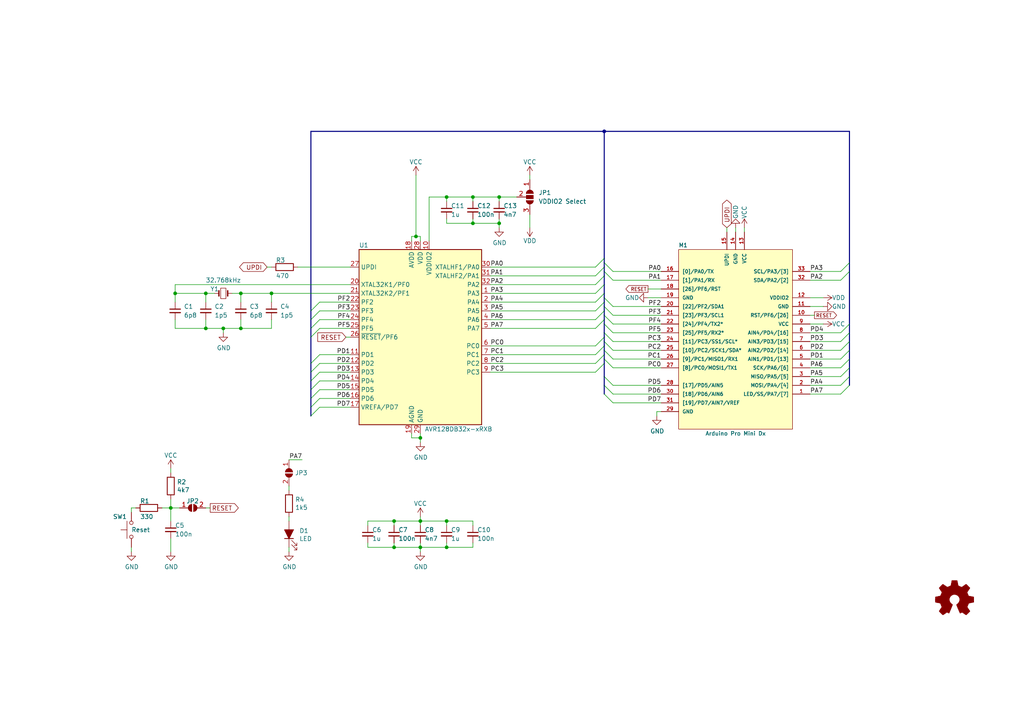
<source format=kicad_sch>
(kicad_sch
	(version 20231120)
	(generator "eeschema")
	(generator_version "8.0")
	(uuid "85ac6e9d-d50a-45e8-a00e-a97e2faeb0ec")
	(paper "A4")
	(title_block
		(title "Arduino Pro Mini Dx")
		(date "2023-09-03")
		(rev "1.0")
		(company "© 2023 MPro")
		(comment 1 "Designed by MPro")
		(comment 4 "Licensed under CERN-OHL-P v2 or any later version")
	)
	(lib_symbols
		(symbol "Device:C_Small"
			(pin_numbers hide)
			(pin_names
				(offset 0.254) hide)
			(exclude_from_sim no)
			(in_bom yes)
			(on_board yes)
			(property "Reference" "C"
				(at 0.254 1.778 0)
				(effects
					(font
						(size 1.27 1.27)
					)
					(justify left)
				)
			)
			(property "Value" "C_Small"
				(at 0.254 -2.032 0)
				(effects
					(font
						(size 1.27 1.27)
					)
					(justify left)
				)
			)
			(property "Footprint" ""
				(at 0 0 0)
				(effects
					(font
						(size 1.27 1.27)
					)
					(hide yes)
				)
			)
			(property "Datasheet" "~"
				(at 0 0 0)
				(effects
					(font
						(size 1.27 1.27)
					)
					(hide yes)
				)
			)
			(property "Description" "Unpolarized capacitor, small symbol"
				(at 0 0 0)
				(effects
					(font
						(size 1.27 1.27)
					)
					(hide yes)
				)
			)
			(property "ki_keywords" "capacitor cap"
				(at 0 0 0)
				(effects
					(font
						(size 1.27 1.27)
					)
					(hide yes)
				)
			)
			(property "ki_fp_filters" "C_*"
				(at 0 0 0)
				(effects
					(font
						(size 1.27 1.27)
					)
					(hide yes)
				)
			)
			(symbol "C_Small_0_1"
				(polyline
					(pts
						(xy -1.524 -0.508) (xy 1.524 -0.508)
					)
					(stroke
						(width 0.3302)
						(type default)
					)
					(fill
						(type none)
					)
				)
				(polyline
					(pts
						(xy -1.524 0.508) (xy 1.524 0.508)
					)
					(stroke
						(width 0.3048)
						(type default)
					)
					(fill
						(type none)
					)
				)
			)
			(symbol "C_Small_1_1"
				(pin passive line
					(at 0 2.54 270)
					(length 2.032)
					(name "~"
						(effects
							(font
								(size 1.27 1.27)
							)
						)
					)
					(number "1"
						(effects
							(font
								(size 1.27 1.27)
							)
						)
					)
				)
				(pin passive line
					(at 0 -2.54 90)
					(length 2.032)
					(name "~"
						(effects
							(font
								(size 1.27 1.27)
							)
						)
					)
					(number "2"
						(effects
							(font
								(size 1.27 1.27)
							)
						)
					)
				)
			)
		)
		(symbol "Device:Crystal_Small"
			(pin_numbers hide)
			(pin_names
				(offset 1.016) hide)
			(exclude_from_sim no)
			(in_bom yes)
			(on_board yes)
			(property "Reference" "Y"
				(at 0 2.54 0)
				(effects
					(font
						(size 1.27 1.27)
					)
				)
			)
			(property "Value" "Crystal_Small"
				(at 0 -2.54 0)
				(effects
					(font
						(size 1.27 1.27)
					)
				)
			)
			(property "Footprint" ""
				(at 0 0 0)
				(effects
					(font
						(size 1.27 1.27)
					)
					(hide yes)
				)
			)
			(property "Datasheet" "~"
				(at 0 0 0)
				(effects
					(font
						(size 1.27 1.27)
					)
					(hide yes)
				)
			)
			(property "Description" "Two pin crystal, small symbol"
				(at 0 0 0)
				(effects
					(font
						(size 1.27 1.27)
					)
					(hide yes)
				)
			)
			(property "ki_keywords" "quartz ceramic resonator oscillator"
				(at 0 0 0)
				(effects
					(font
						(size 1.27 1.27)
					)
					(hide yes)
				)
			)
			(property "ki_fp_filters" "Crystal*"
				(at 0 0 0)
				(effects
					(font
						(size 1.27 1.27)
					)
					(hide yes)
				)
			)
			(symbol "Crystal_Small_0_1"
				(rectangle
					(start -0.762 -1.524)
					(end 0.762 1.524)
					(stroke
						(width 0)
						(type default)
					)
					(fill
						(type none)
					)
				)
				(polyline
					(pts
						(xy -1.27 -0.762) (xy -1.27 0.762)
					)
					(stroke
						(width 0.381)
						(type default)
					)
					(fill
						(type none)
					)
				)
				(polyline
					(pts
						(xy 1.27 -0.762) (xy 1.27 0.762)
					)
					(stroke
						(width 0.381)
						(type default)
					)
					(fill
						(type none)
					)
				)
			)
			(symbol "Crystal_Small_1_1"
				(pin passive line
					(at -2.54 0 0)
					(length 1.27)
					(name "1"
						(effects
							(font
								(size 1.27 1.27)
							)
						)
					)
					(number "1"
						(effects
							(font
								(size 1.27 1.27)
							)
						)
					)
				)
				(pin passive line
					(at 2.54 0 180)
					(length 1.27)
					(name "2"
						(effects
							(font
								(size 1.27 1.27)
							)
						)
					)
					(number "2"
						(effects
							(font
								(size 1.27 1.27)
							)
						)
					)
				)
			)
		)
		(symbol "Jumper:SolderJumper_3_Open"
			(pin_names
				(offset 0) hide)
			(exclude_from_sim no)
			(in_bom yes)
			(on_board yes)
			(property "Reference" "JP"
				(at -2.54 -2.54 0)
				(effects
					(font
						(size 1.27 1.27)
					)
				)
			)
			(property "Value" "SolderJumper_3_Open"
				(at 0 2.794 0)
				(effects
					(font
						(size 1.27 1.27)
					)
				)
			)
			(property "Footprint" ""
				(at 0 0 0)
				(effects
					(font
						(size 1.27 1.27)
					)
					(hide yes)
				)
			)
			(property "Datasheet" "~"
				(at 0 0 0)
				(effects
					(font
						(size 1.27 1.27)
					)
					(hide yes)
				)
			)
			(property "Description" "Solder Jumper, 3-pole, open"
				(at 0 0 0)
				(effects
					(font
						(size 1.27 1.27)
					)
					(hide yes)
				)
			)
			(property "ki_keywords" "Solder Jumper SPDT"
				(at 0 0 0)
				(effects
					(font
						(size 1.27 1.27)
					)
					(hide yes)
				)
			)
			(property "ki_fp_filters" "SolderJumper*Open*"
				(at 0 0 0)
				(effects
					(font
						(size 1.27 1.27)
					)
					(hide yes)
				)
			)
			(symbol "SolderJumper_3_Open_0_1"
				(arc
					(start -1.016 1.016)
					(mid -2.0276 0)
					(end -1.016 -1.016)
					(stroke
						(width 0)
						(type default)
					)
					(fill
						(type none)
					)
				)
				(arc
					(start -1.016 1.016)
					(mid -2.0276 0)
					(end -1.016 -1.016)
					(stroke
						(width 0)
						(type default)
					)
					(fill
						(type outline)
					)
				)
				(rectangle
					(start -0.508 1.016)
					(end 0.508 -1.016)
					(stroke
						(width 0)
						(type default)
					)
					(fill
						(type outline)
					)
				)
				(polyline
					(pts
						(xy -2.54 0) (xy -2.032 0)
					)
					(stroke
						(width 0)
						(type default)
					)
					(fill
						(type none)
					)
				)
				(polyline
					(pts
						(xy -1.016 1.016) (xy -1.016 -1.016)
					)
					(stroke
						(width 0)
						(type default)
					)
					(fill
						(type none)
					)
				)
				(polyline
					(pts
						(xy 0 -1.27) (xy 0 -1.016)
					)
					(stroke
						(width 0)
						(type default)
					)
					(fill
						(type none)
					)
				)
				(polyline
					(pts
						(xy 1.016 1.016) (xy 1.016 -1.016)
					)
					(stroke
						(width 0)
						(type default)
					)
					(fill
						(type none)
					)
				)
				(polyline
					(pts
						(xy 2.54 0) (xy 2.032 0)
					)
					(stroke
						(width 0)
						(type default)
					)
					(fill
						(type none)
					)
				)
				(arc
					(start 1.016 -1.016)
					(mid 2.0276 0)
					(end 1.016 1.016)
					(stroke
						(width 0)
						(type default)
					)
					(fill
						(type none)
					)
				)
				(arc
					(start 1.016 -1.016)
					(mid 2.0276 0)
					(end 1.016 1.016)
					(stroke
						(width 0)
						(type default)
					)
					(fill
						(type outline)
					)
				)
			)
			(symbol "SolderJumper_3_Open_1_1"
				(pin passive line
					(at -5.08 0 0)
					(length 2.54)
					(name "A"
						(effects
							(font
								(size 1.27 1.27)
							)
						)
					)
					(number "1"
						(effects
							(font
								(size 1.27 1.27)
							)
						)
					)
				)
				(pin passive line
					(at 0 -3.81 90)
					(length 2.54)
					(name "C"
						(effects
							(font
								(size 1.27 1.27)
							)
						)
					)
					(number "2"
						(effects
							(font
								(size 1.27 1.27)
							)
						)
					)
				)
				(pin passive line
					(at 5.08 0 180)
					(length 2.54)
					(name "B"
						(effects
							(font
								(size 1.27 1.27)
							)
						)
					)
					(number "3"
						(effects
							(font
								(size 1.27 1.27)
							)
						)
					)
				)
			)
		)
		(symbol "MCU_Microchip_AVR_Dx:AVR128DB32x-xRXB"
			(exclude_from_sim no)
			(in_bom yes)
			(on_board yes)
			(property "Reference" "U"
				(at -17.78 26.67 0)
				(effects
					(font
						(size 1.27 1.27)
					)
					(justify left bottom)
				)
			)
			(property "Value" "AVR128DB32x-xRXB"
				(at 2.54 -26.67 0)
				(effects
					(font
						(size 1.27 1.27)
					)
					(justify left top)
				)
			)
			(property "Footprint" "footprints:QFN-32-1EP_5x5mm_P0.5mm_EP3.1x3.1mm"
				(at 0 0 0)
				(effects
					(font
						(size 1.27 1.27)
						(italic yes)
					)
					(hide yes)
				)
			)
			(property "Datasheet" "https://ww1.microchip.com/downloads/en/DeviceDoc/AVR128DB28-32-48-64-DataSheet-DS40002247A.pdf"
				(at 0 0 0)
				(effects
					(font
						(size 1.27 1.27)
					)
					(hide yes)
				)
			)
			(property "Description" "24MHz, 128kB Flash, 16kB SRAM, EEPROM with Op Amps and Multi-Voltage I/O, VQFN-32"
				(at 0 0 0)
				(effects
					(font
						(size 1.27 1.27)
					)
					(hide yes)
				)
			)
			(property "ki_keywords" "AVR 8bit Microcontroller AVR-DB"
				(at 0 0 0)
				(effects
					(font
						(size 1.27 1.27)
					)
					(hide yes)
				)
			)
			(property "ki_fp_filters" "QFN*1EP*5x5mm*P0.5mm*EP3.1x3.1mm*"
				(at 0 0 0)
				(effects
					(font
						(size 1.27 1.27)
					)
					(hide yes)
				)
			)
			(symbol "AVR128DB32x-xRXB_0_1"
				(rectangle
					(start -17.78 25.4)
					(end 17.78 -25.4)
					(stroke
						(width 0.254)
						(type default)
					)
					(fill
						(type background)
					)
				)
			)
			(symbol "AVR128DB32x-xRXB_1_1"
				(pin bidirectional line
					(at 20.32 12.7 180)
					(length 2.54)
					(name "PA3"
						(effects
							(font
								(size 1.27 1.27)
							)
						)
					)
					(number "1"
						(effects
							(font
								(size 1.27 1.27)
							)
						)
					)
				)
				(pin power_in line
					(at 2.54 27.94 270)
					(length 2.54)
					(name "VDDIO2"
						(effects
							(font
								(size 1.27 1.27)
							)
						)
					)
					(number "10"
						(effects
							(font
								(size 1.27 1.27)
							)
						)
					)
				)
				(pin bidirectional line
					(at -20.32 -5.08 0)
					(length 2.54)
					(name "PD1"
						(effects
							(font
								(size 1.27 1.27)
							)
						)
					)
					(number "11"
						(effects
							(font
								(size 1.27 1.27)
							)
						)
					)
				)
				(pin bidirectional line
					(at -20.32 -7.62 0)
					(length 2.54)
					(name "PD2"
						(effects
							(font
								(size 1.27 1.27)
							)
						)
					)
					(number "12"
						(effects
							(font
								(size 1.27 1.27)
							)
						)
					)
				)
				(pin bidirectional line
					(at -20.32 -10.16 0)
					(length 2.54)
					(name "PD3"
						(effects
							(font
								(size 1.27 1.27)
							)
						)
					)
					(number "13"
						(effects
							(font
								(size 1.27 1.27)
							)
						)
					)
				)
				(pin bidirectional line
					(at -20.32 -12.7 0)
					(length 2.54)
					(name "PD4"
						(effects
							(font
								(size 1.27 1.27)
							)
						)
					)
					(number "14"
						(effects
							(font
								(size 1.27 1.27)
							)
						)
					)
				)
				(pin bidirectional line
					(at -20.32 -15.24 0)
					(length 2.54)
					(name "PD5"
						(effects
							(font
								(size 1.27 1.27)
							)
						)
					)
					(number "15"
						(effects
							(font
								(size 1.27 1.27)
							)
						)
					)
				)
				(pin bidirectional line
					(at -20.32 -17.78 0)
					(length 2.54)
					(name "PD6"
						(effects
							(font
								(size 1.27 1.27)
							)
						)
					)
					(number "16"
						(effects
							(font
								(size 1.27 1.27)
							)
						)
					)
				)
				(pin bidirectional line
					(at -20.32 -20.32 0)
					(length 2.54)
					(name "VREFA/PD7"
						(effects
							(font
								(size 1.27 1.27)
							)
						)
					)
					(number "17"
						(effects
							(font
								(size 1.27 1.27)
							)
						)
					)
				)
				(pin power_in line
					(at -2.54 27.94 270)
					(length 2.54)
					(name "AVDD"
						(effects
							(font
								(size 1.27 1.27)
							)
						)
					)
					(number "18"
						(effects
							(font
								(size 1.27 1.27)
							)
						)
					)
				)
				(pin power_in line
					(at -2.54 -27.94 90)
					(length 2.54)
					(name "AGND"
						(effects
							(font
								(size 1.27 1.27)
							)
						)
					)
					(number "19"
						(effects
							(font
								(size 1.27 1.27)
							)
						)
					)
				)
				(pin bidirectional line
					(at 20.32 10.16 180)
					(length 2.54)
					(name "PA4"
						(effects
							(font
								(size 1.27 1.27)
							)
						)
					)
					(number "2"
						(effects
							(font
								(size 1.27 1.27)
							)
						)
					)
				)
				(pin bidirectional line
					(at -20.32 15.24 0)
					(length 2.54)
					(name "XTAL32K1/PF0"
						(effects
							(font
								(size 1.27 1.27)
							)
						)
					)
					(number "20"
						(effects
							(font
								(size 1.27 1.27)
							)
						)
					)
				)
				(pin bidirectional line
					(at -20.32 12.7 0)
					(length 2.54)
					(name "XTAL32K2/PF1"
						(effects
							(font
								(size 1.27 1.27)
							)
						)
					)
					(number "21"
						(effects
							(font
								(size 1.27 1.27)
							)
						)
					)
				)
				(pin bidirectional line
					(at -20.32 10.16 0)
					(length 2.54)
					(name "PF2"
						(effects
							(font
								(size 1.27 1.27)
							)
						)
					)
					(number "22"
						(effects
							(font
								(size 1.27 1.27)
							)
						)
					)
				)
				(pin bidirectional line
					(at -20.32 7.62 0)
					(length 2.54)
					(name "PF3"
						(effects
							(font
								(size 1.27 1.27)
							)
						)
					)
					(number "23"
						(effects
							(font
								(size 1.27 1.27)
							)
						)
					)
				)
				(pin bidirectional line
					(at -20.32 5.08 0)
					(length 2.54)
					(name "PF4"
						(effects
							(font
								(size 1.27 1.27)
							)
						)
					)
					(number "24"
						(effects
							(font
								(size 1.27 1.27)
							)
						)
					)
				)
				(pin bidirectional line
					(at -20.32 2.54 0)
					(length 2.54)
					(name "PF5"
						(effects
							(font
								(size 1.27 1.27)
							)
						)
					)
					(number "25"
						(effects
							(font
								(size 1.27 1.27)
							)
						)
					)
				)
				(pin bidirectional line
					(at -20.32 0 0)
					(length 2.54)
					(name "~{RESET}/PF6"
						(effects
							(font
								(size 1.27 1.27)
							)
						)
					)
					(number "26"
						(effects
							(font
								(size 1.27 1.27)
							)
						)
					)
				)
				(pin input line
					(at -20.32 20.32 0)
					(length 2.54)
					(name "UPDI"
						(effects
							(font
								(size 1.27 1.27)
							)
						)
					)
					(number "27"
						(effects
							(font
								(size 1.27 1.27)
							)
						)
					)
				)
				(pin power_in line
					(at 0 27.94 270)
					(length 2.54)
					(name "VDD"
						(effects
							(font
								(size 1.27 1.27)
							)
						)
					)
					(number "28"
						(effects
							(font
								(size 1.27 1.27)
							)
						)
					)
				)
				(pin power_in line
					(at 0 -27.94 90)
					(length 2.54)
					(name "GND"
						(effects
							(font
								(size 1.27 1.27)
							)
						)
					)
					(number "29"
						(effects
							(font
								(size 1.27 1.27)
							)
						)
					)
				)
				(pin bidirectional line
					(at 20.32 7.62 180)
					(length 2.54)
					(name "PA5"
						(effects
							(font
								(size 1.27 1.27)
							)
						)
					)
					(number "3"
						(effects
							(font
								(size 1.27 1.27)
							)
						)
					)
				)
				(pin bidirectional line
					(at 20.32 20.32 180)
					(length 2.54)
					(name "XTALHF1/PA0"
						(effects
							(font
								(size 1.27 1.27)
							)
						)
					)
					(number "30"
						(effects
							(font
								(size 1.27 1.27)
							)
						)
					)
				)
				(pin bidirectional line
					(at 20.32 17.78 180)
					(length 2.54)
					(name "XTALHF2/PA1"
						(effects
							(font
								(size 1.27 1.27)
							)
						)
					)
					(number "31"
						(effects
							(font
								(size 1.27 1.27)
							)
						)
					)
				)
				(pin bidirectional line
					(at 20.32 15.24 180)
					(length 2.54)
					(name "PA2"
						(effects
							(font
								(size 1.27 1.27)
							)
						)
					)
					(number "32"
						(effects
							(font
								(size 1.27 1.27)
							)
						)
					)
				)
				(pin passive line
					(at 0 -27.94 90)
					(length 2.54) hide
					(name "GND"
						(effects
							(font
								(size 1.27 1.27)
							)
						)
					)
					(number "33"
						(effects
							(font
								(size 1.27 1.27)
							)
						)
					)
				)
				(pin bidirectional line
					(at 20.32 5.08 180)
					(length 2.54)
					(name "PA6"
						(effects
							(font
								(size 1.27 1.27)
							)
						)
					)
					(number "4"
						(effects
							(font
								(size 1.27 1.27)
							)
						)
					)
				)
				(pin bidirectional line
					(at 20.32 2.54 180)
					(length 2.54)
					(name "PA7"
						(effects
							(font
								(size 1.27 1.27)
							)
						)
					)
					(number "5"
						(effects
							(font
								(size 1.27 1.27)
							)
						)
					)
				)
				(pin bidirectional line
					(at 20.32 -2.54 180)
					(length 2.54)
					(name "PC0"
						(effects
							(font
								(size 1.27 1.27)
							)
						)
					)
					(number "6"
						(effects
							(font
								(size 1.27 1.27)
							)
						)
					)
				)
				(pin bidirectional line
					(at 20.32 -5.08 180)
					(length 2.54)
					(name "PC1"
						(effects
							(font
								(size 1.27 1.27)
							)
						)
					)
					(number "7"
						(effects
							(font
								(size 1.27 1.27)
							)
						)
					)
				)
				(pin bidirectional line
					(at 20.32 -7.62 180)
					(length 2.54)
					(name "PC2"
						(effects
							(font
								(size 1.27 1.27)
							)
						)
					)
					(number "8"
						(effects
							(font
								(size 1.27 1.27)
							)
						)
					)
				)
				(pin bidirectional line
					(at 20.32 -10.16 180)
					(length 2.54)
					(name "PC3"
						(effects
							(font
								(size 1.27 1.27)
							)
						)
					)
					(number "9"
						(effects
							(font
								(size 1.27 1.27)
							)
						)
					)
				)
			)
		)
		(symbol "Switch:SW_Push"
			(pin_numbers hide)
			(pin_names
				(offset 1.016) hide)
			(exclude_from_sim no)
			(in_bom yes)
			(on_board yes)
			(property "Reference" "SW"
				(at 1.27 2.54 0)
				(effects
					(font
						(size 1.27 1.27)
					)
					(justify left)
				)
			)
			(property "Value" "SW_Push"
				(at 0 -1.524 0)
				(effects
					(font
						(size 1.27 1.27)
					)
				)
			)
			(property "Footprint" ""
				(at 0 5.08 0)
				(effects
					(font
						(size 1.27 1.27)
					)
					(hide yes)
				)
			)
			(property "Datasheet" "~"
				(at 0 5.08 0)
				(effects
					(font
						(size 1.27 1.27)
					)
					(hide yes)
				)
			)
			(property "Description" "Push button switch, generic, two pins"
				(at 0 0 0)
				(effects
					(font
						(size 1.27 1.27)
					)
					(hide yes)
				)
			)
			(property "ki_keywords" "switch normally-open pushbutton push-button"
				(at 0 0 0)
				(effects
					(font
						(size 1.27 1.27)
					)
					(hide yes)
				)
			)
			(symbol "SW_Push_0_1"
				(circle
					(center -2.032 0)
					(radius 0.508)
					(stroke
						(width 0)
						(type default)
					)
					(fill
						(type none)
					)
				)
				(polyline
					(pts
						(xy 0 1.27) (xy 0 3.048)
					)
					(stroke
						(width 0)
						(type default)
					)
					(fill
						(type none)
					)
				)
				(polyline
					(pts
						(xy 2.54 1.27) (xy -2.54 1.27)
					)
					(stroke
						(width 0)
						(type default)
					)
					(fill
						(type none)
					)
				)
				(circle
					(center 2.032 0)
					(radius 0.508)
					(stroke
						(width 0)
						(type default)
					)
					(fill
						(type none)
					)
				)
				(pin passive line
					(at -5.08 0 0)
					(length 2.54)
					(name "1"
						(effects
							(font
								(size 1.27 1.27)
							)
						)
					)
					(number "1"
						(effects
							(font
								(size 1.27 1.27)
							)
						)
					)
				)
				(pin passive line
					(at 5.08 0 180)
					(length 2.54)
					(name "2"
						(effects
							(font
								(size 1.27 1.27)
							)
						)
					)
					(number "2"
						(effects
							(font
								(size 1.27 1.27)
							)
						)
					)
				)
			)
		)
		(symbol "archive:Device_LED_ALT"
			(pin_numbers hide)
			(pin_names
				(offset 1.016) hide)
			(exclude_from_sim no)
			(in_bom yes)
			(on_board yes)
			(property "Reference" "D"
				(at 0 2.54 0)
				(effects
					(font
						(size 1.27 1.27)
					)
				)
			)
			(property "Value" "Device_LED_ALT"
				(at 0 -2.54 0)
				(effects
					(font
						(size 1.27 1.27)
					)
				)
			)
			(property "Footprint" ""
				(at 0 0 0)
				(effects
					(font
						(size 1.27 1.27)
					)
					(hide yes)
				)
			)
			(property "Datasheet" ""
				(at 0 0 0)
				(effects
					(font
						(size 1.27 1.27)
					)
					(hide yes)
				)
			)
			(property "Description" ""
				(at 0 0 0)
				(effects
					(font
						(size 1.27 1.27)
					)
					(hide yes)
				)
			)
			(property "ki_fp_filters" "LED* LED_SMD:* LED_THT:*"
				(at 0 0 0)
				(effects
					(font
						(size 1.27 1.27)
					)
					(hide yes)
				)
			)
			(symbol "Device_LED_ALT_0_1"
				(polyline
					(pts
						(xy -1.27 -1.27) (xy -1.27 1.27)
					)
					(stroke
						(width 0.254)
						(type solid)
					)
					(fill
						(type none)
					)
				)
				(polyline
					(pts
						(xy -1.27 0) (xy 1.27 0)
					)
					(stroke
						(width 0)
						(type solid)
					)
					(fill
						(type none)
					)
				)
				(polyline
					(pts
						(xy 1.27 -1.27) (xy 1.27 1.27) (xy -1.27 0) (xy 1.27 -1.27)
					)
					(stroke
						(width 0.254)
						(type solid)
					)
					(fill
						(type outline)
					)
				)
				(polyline
					(pts
						(xy -3.048 -0.762) (xy -4.572 -2.286) (xy -3.81 -2.286) (xy -4.572 -2.286) (xy -4.572 -1.524)
					)
					(stroke
						(width 0)
						(type solid)
					)
					(fill
						(type none)
					)
				)
				(polyline
					(pts
						(xy -1.778 -0.762) (xy -3.302 -2.286) (xy -2.54 -2.286) (xy -3.302 -2.286) (xy -3.302 -1.524)
					)
					(stroke
						(width 0)
						(type solid)
					)
					(fill
						(type none)
					)
				)
			)
			(symbol "Device_LED_ALT_1_1"
				(pin passive line
					(at -3.81 0 0)
					(length 2.54)
					(name "K"
						(effects
							(font
								(size 1.27 1.27)
							)
						)
					)
					(number "1"
						(effects
							(font
								(size 1.27 1.27)
							)
						)
					)
				)
				(pin passive line
					(at 3.81 0 180)
					(length 2.54)
					(name "A"
						(effects
							(font
								(size 1.27 1.27)
							)
						)
					)
					(number "2"
						(effects
							(font
								(size 1.27 1.27)
							)
						)
					)
				)
			)
		)
		(symbol "archive:Device_R"
			(pin_numbers hide)
			(pin_names
				(offset 0)
			)
			(exclude_from_sim no)
			(in_bom yes)
			(on_board yes)
			(property "Reference" "R"
				(at 2.032 0 90)
				(effects
					(font
						(size 1.27 1.27)
					)
				)
			)
			(property "Value" "Device_R"
				(at 0 0 90)
				(effects
					(font
						(size 1.27 1.27)
					)
				)
			)
			(property "Footprint" ""
				(at -1.778 0 90)
				(effects
					(font
						(size 1.27 1.27)
					)
					(hide yes)
				)
			)
			(property "Datasheet" ""
				(at 0 0 0)
				(effects
					(font
						(size 1.27 1.27)
					)
					(hide yes)
				)
			)
			(property "Description" ""
				(at 0 0 0)
				(effects
					(font
						(size 1.27 1.27)
					)
					(hide yes)
				)
			)
			(property "ki_fp_filters" "R_*"
				(at 0 0 0)
				(effects
					(font
						(size 1.27 1.27)
					)
					(hide yes)
				)
			)
			(symbol "Device_R_0_1"
				(rectangle
					(start -1.016 -2.54)
					(end 1.016 2.54)
					(stroke
						(width 0.254)
						(type default)
					)
					(fill
						(type none)
					)
				)
			)
			(symbol "Device_R_1_1"
				(pin passive line
					(at 0 3.81 270)
					(length 1.27)
					(name "~"
						(effects
							(font
								(size 1.27 1.27)
							)
						)
					)
					(number "1"
						(effects
							(font
								(size 1.27 1.27)
							)
						)
					)
				)
				(pin passive line
					(at 0 -3.81 90)
					(length 1.27)
					(name "~"
						(effects
							(font
								(size 1.27 1.27)
							)
						)
					)
					(number "2"
						(effects
							(font
								(size 1.27 1.27)
							)
						)
					)
				)
			)
		)
		(symbol "archive:GND"
			(power)
			(pin_names
				(offset 0)
			)
			(exclude_from_sim no)
			(in_bom yes)
			(on_board yes)
			(property "Reference" "#PWR"
				(at 0 -6.35 0)
				(effects
					(font
						(size 1.27 1.27)
					)
					(hide yes)
				)
			)
			(property "Value" "GND"
				(at 0 -3.81 0)
				(effects
					(font
						(size 1.27 1.27)
					)
				)
			)
			(property "Footprint" ""
				(at 0 0 0)
				(effects
					(font
						(size 1.27 1.27)
					)
					(hide yes)
				)
			)
			(property "Datasheet" ""
				(at 0 0 0)
				(effects
					(font
						(size 1.27 1.27)
					)
					(hide yes)
				)
			)
			(property "Description" ""
				(at 0 0 0)
				(effects
					(font
						(size 1.27 1.27)
					)
					(hide yes)
				)
			)
			(symbol "GND_0_1"
				(polyline
					(pts
						(xy 0 0) (xy 0 -1.27) (xy 1.27 -1.27) (xy 0 -2.54) (xy -1.27 -1.27) (xy 0 -1.27)
					)
					(stroke
						(width 0)
						(type solid)
					)
					(fill
						(type none)
					)
				)
			)
			(symbol "GND_1_1"
				(pin power_in line
					(at 0 0 270)
					(length 0) hide
					(name "GND"
						(effects
							(font
								(size 1.27 1.27)
							)
						)
					)
					(number "1"
						(effects
							(font
								(size 1.27 1.27)
							)
						)
					)
				)
			)
		)
		(symbol "archive:Graphic_Logo_Open_Hardware_Small"
			(pin_names
				(offset 1.016)
			)
			(exclude_from_sim no)
			(in_bom yes)
			(on_board yes)
			(property "Reference" "#LOGO"
				(at 0 6.985 0)
				(effects
					(font
						(size 1.27 1.27)
					)
					(hide yes)
				)
			)
			(property "Value" "Graphic_Logo_Open_Hardware_Small"
				(at 0 -5.715 0)
				(effects
					(font
						(size 1.27 1.27)
					)
					(hide yes)
				)
			)
			(property "Footprint" ""
				(at 0 0 0)
				(effects
					(font
						(size 1.27 1.27)
					)
					(hide yes)
				)
			)
			(property "Datasheet" ""
				(at 0 0 0)
				(effects
					(font
						(size 1.27 1.27)
					)
					(hide yes)
				)
			)
			(property "Description" ""
				(at 0 0 0)
				(effects
					(font
						(size 1.27 1.27)
					)
					(hide yes)
				)
			)
			(symbol "Graphic_Logo_Open_Hardware_Small_0_1"
				(polyline
					(pts
						(xy 3.3528 -4.3434) (xy 3.302 -4.318) (xy 3.175 -4.2418) (xy 2.9972 -4.1148) (xy 2.7686 -3.9624)
						(xy 2.54 -3.81) (xy 2.3622 -3.7084) (xy 2.2352 -3.6068) (xy 2.1844 -3.5814) (xy 2.159 -3.6068)
						(xy 2.0574 -3.6576) (xy 1.905 -3.7338) (xy 1.8034 -3.7846) (xy 1.6764 -3.8354) (xy 1.6002 -3.8354)
						(xy 1.6002 -3.8354) (xy 1.5494 -3.7338) (xy 1.4732 -3.5306) (xy 1.3462 -3.302) (xy 1.2446 -3.0226)
						(xy 1.1176 -2.7178) (xy 0.9652 -2.413) (xy 0.8636 -2.1082) (xy 0.7366 -1.8288) (xy 0.6604 -1.6256)
						(xy 0.6096 -1.4732) (xy 0.5842 -1.397) (xy 0.5842 -1.397) (xy 0.6604 -1.3208) (xy 0.7874 -1.2446)
						(xy 1.0414 -1.016) (xy 1.2954 -0.6858) (xy 1.4478 -0.3302) (xy 1.524 0.0762) (xy 1.4732 0.4572)
						(xy 1.3208 0.8128) (xy 1.0668 1.143) (xy 0.762 1.3716) (xy 0.4064 1.524) (xy 0 1.5748) (xy -0.381 1.5494)
						(xy -0.7366 1.397) (xy -1.0668 1.143) (xy -1.2192 0.9906) (xy -1.397 0.6604) (xy -1.524 0.3048)
						(xy -1.524 0.2286) (xy -1.4986 -0.1778) (xy -1.397 -0.5334) (xy -1.1938 -0.8636) (xy -0.9144 -1.143)
						(xy -0.8636 -1.1684) (xy -0.7366 -1.27) (xy -0.635 -1.3462) (xy -0.5842 -1.397) (xy -1.0668 -2.5908)
						(xy -1.143 -2.794) (xy -1.2954 -3.1242) (xy -1.397 -3.4036) (xy -1.4986 -3.6322) (xy -1.5748 -3.7846)
						(xy -1.6002 -3.8354) (xy -1.6002 -3.8354) (xy -1.651 -3.8354) (xy -1.7272 -3.81) (xy -1.905 -3.7338)
						(xy -2.0066 -3.683) (xy -2.1336 -3.6068) (xy -2.2098 -3.5814) (xy -2.2606 -3.6068) (xy -2.3622 -3.683)
						(xy -2.54 -3.81) (xy -2.7686 -3.9624) (xy -2.9718 -4.0894) (xy -3.1496 -4.2164) (xy -3.302 -4.318)
						(xy -3.3528 -4.3434) (xy -3.3782 -4.3434) (xy -3.429 -4.318) (xy -3.5306 -4.2164) (xy -3.7084 -4.064)
						(xy -3.937 -3.8354) (xy -3.9624 -3.81) (xy -4.1656 -3.6068) (xy -4.318 -3.4544) (xy -4.4196 -3.3274)
						(xy -4.445 -3.2766) (xy -4.445 -3.2766) (xy -4.4196 -3.2258) (xy -4.318 -3.0734) (xy -4.2164 -2.8956)
						(xy -4.064 -2.667) (xy -3.6576 -2.0828) (xy -3.8862 -1.5494) (xy -3.937 -1.3716) (xy -4.0386 -1.1684)
						(xy -4.0894 -1.0414) (xy -4.1148 -0.9652) (xy -4.191 -0.9398) (xy -4.318 -0.9144) (xy -4.5466 -0.8636)
						(xy -4.8006 -0.8128) (xy -5.0546 -0.7874) (xy -5.2578 -0.7366) (xy -5.4356 -0.7112) (xy -5.5118 -0.6858)
						(xy -5.5118 -0.6858) (xy -5.5372 -0.635) (xy -5.5372 -0.5588) (xy -5.5372 -0.4318) (xy -5.5626 -0.2286)
						(xy -5.5626 0.0762) (xy -5.5626 0.127) (xy -5.5372 0.4064) (xy -5.5372 0.635) (xy -5.5372 0.762)
						(xy -5.5372 0.8382) (xy -5.5372 0.8382) (xy -5.461 0.8382) (xy -5.3086 0.889) (xy -5.08 0.9144)
						(xy -4.826 0.9652) (xy -4.8006 0.9906) (xy -4.5466 1.0414) (xy -4.318 1.0668) (xy -4.1656 1.1176)
						(xy -4.0894 1.143) (xy -4.0894 1.143) (xy -4.0386 1.2446) (xy -3.9624 1.4224) (xy -3.8608 1.6256)
						(xy -3.7846 1.8288) (xy -3.7084 2.0066) (xy -3.6576 2.159) (xy -3.6322 2.2098) (xy -3.6322 2.2098)
						(xy -3.683 2.286) (xy -3.7592 2.413) (xy -3.8862 2.5908) (xy -4.064 2.8194) (xy -4.064 2.8448)
						(xy -4.2164 3.0734) (xy -4.3434 3.2512) (xy -4.4196 3.3782) (xy -4.445 3.4544) (xy -4.445 3.4544)
						(xy -4.3942 3.5052) (xy -4.2926 3.6322) (xy -4.1148 3.81) (xy -3.937 4.0132) (xy -3.8608 4.064)
						(xy -3.6576 4.2926) (xy -3.5052 4.4196) (xy -3.4036 4.4958) (xy -3.3528 4.5212) (xy -3.3528 4.5212)
						(xy -3.302 4.4704) (xy -3.1496 4.3688) (xy -2.9718 4.2418) (xy -2.7432 4.0894) (xy -2.7178 4.0894)
						(xy -2.4892 3.937) (xy -2.3114 3.81) (xy -2.1844 3.7084) (xy -2.1336 3.683) (xy -2.1082 3.683)
						(xy -2.032 3.7084) (xy -1.8542 3.7592) (xy -1.6764 3.8354) (xy -1.4732 3.937) (xy -1.27 4.0132)
						(xy -1.143 4.064) (xy -1.0668 4.1148) (xy -1.0668 4.1148) (xy -1.0414 4.191) (xy -1.016 4.3434)
						(xy -0.9652 4.572) (xy -0.9144 4.8514) (xy -0.889 4.9022) (xy -0.8382 5.1562) (xy -0.8128 5.3848)
						(xy -0.7874 5.5372) (xy -0.762 5.588) (xy -0.7112 5.6134) (xy -0.5842 5.6134) (xy -0.4064 5.6134)
						(xy -0.1524 5.6134) (xy 0.0762 5.6134) (xy 0.3302 5.6134) (xy 0.5334 5.6134) (xy 0.6858 5.588)
						(xy 0.7366 5.588) (xy 0.7366 5.588) (xy 0.762 5.5118) (xy 0.8128 5.334) (xy 0.8382 5.1054) (xy 0.9144 4.826)
						(xy 0.9144 4.7752) (xy 0.9652 4.5212) (xy 1.016 4.2926) (xy 1.0414 4.1402) (xy 1.0668 4.0894)
						(xy 1.0668 4.0894) (xy 1.1938 4.0386) (xy 1.3716 3.9624) (xy 1.5748 3.8608) (xy 2.0828 3.6576)
						(xy 2.7178 4.0894) (xy 2.7686 4.1402) (xy 2.9972 4.2926) (xy 3.175 4.4196) (xy 3.302 4.4958) (xy 3.3782 4.5212)
						(xy 3.3782 4.5212) (xy 3.429 4.4704) (xy 3.556 4.3434) (xy 3.7338 4.191) (xy 3.9116 3.9878) (xy 4.064 3.8354)
						(xy 4.2418 3.6576) (xy 4.3434 3.556) (xy 4.4196 3.4798) (xy 4.4196 3.429) (xy 4.4196 3.4036) (xy 4.3942 3.3274)
						(xy 4.2926 3.2004) (xy 4.1656 2.9972) (xy 4.0132 2.794) (xy 3.8862 2.5908) (xy 3.7592 2.3876)
						(xy 3.6576 2.2352) (xy 3.6322 2.159) (xy 3.6322 2.1336) (xy 3.683 2.0066) (xy 3.7592 1.8288) (xy 3.8608 1.6002)
						(xy 4.064 1.1176) (xy 4.3942 1.0414) (xy 4.5974 1.016) (xy 4.8768 0.9652) (xy 5.1308 0.9144) (xy 5.5372 0.8382)
						(xy 5.5626 -0.6604) (xy 5.4864 -0.6858) (xy 5.4356 -0.6858) (xy 5.2832 -0.7366) (xy 5.0546 -0.762)
						(xy 4.8006 -0.8128) (xy 4.5974 -0.8636) (xy 4.3688 -0.9144) (xy 4.2164 -0.9398) (xy 4.1402 -0.9398)
						(xy 4.1148 -0.9652) (xy 4.064 -1.0668) (xy 3.9878 -1.2446) (xy 3.9116 -1.4478) (xy 3.81 -1.651)
						(xy 3.7338 -1.8542) (xy 3.683 -2.0066) (xy 3.6576 -2.0828) (xy 3.683 -2.1336) (xy 3.7846 -2.2606)
						(xy 3.8862 -2.4638) (xy 4.0386 -2.667) (xy 4.191 -2.8956) (xy 4.318 -3.0734) (xy 4.3942 -3.2004)
						(xy 4.445 -3.2766) (xy 4.4196 -3.3274) (xy 4.3434 -3.429) (xy 4.1656 -3.5814) (xy 3.937 -3.8354)
						(xy 3.8862 -3.8608) (xy 3.683 -4.064) (xy 3.5306 -4.2164) (xy 3.4036 -4.318) (xy 3.3528 -4.3434)
					)
					(stroke
						(width 0)
						(type default)
					)
					(fill
						(type outline)
					)
				)
			)
		)
		(symbol "archive:Jumper_SolderJumper_2_Open"
			(pin_names
				(offset 0) hide)
			(exclude_from_sim no)
			(in_bom yes)
			(on_board yes)
			(property "Reference" "JP"
				(at 0 2.032 0)
				(effects
					(font
						(size 1.27 1.27)
					)
				)
			)
			(property "Value" "Jumper_SolderJumper_2_Open"
				(at 0 -2.54 0)
				(effects
					(font
						(size 1.27 1.27)
					)
				)
			)
			(property "Footprint" ""
				(at 0 0 0)
				(effects
					(font
						(size 1.27 1.27)
					)
					(hide yes)
				)
			)
			(property "Datasheet" ""
				(at 0 0 0)
				(effects
					(font
						(size 1.27 1.27)
					)
					(hide yes)
				)
			)
			(property "Description" ""
				(at 0 0 0)
				(effects
					(font
						(size 1.27 1.27)
					)
					(hide yes)
				)
			)
			(property "ki_fp_filters" "SolderJumper*Open*"
				(at 0 0 0)
				(effects
					(font
						(size 1.27 1.27)
					)
					(hide yes)
				)
			)
			(symbol "Jumper_SolderJumper_2_Open_0_1"
				(arc
					(start -0.254 1.016)
					(mid -1.2656 0)
					(end -0.254 -1.016)
					(stroke
						(width 0)
						(type solid)
					)
					(fill
						(type none)
					)
				)
				(arc
					(start -0.254 1.016)
					(mid -1.2656 0)
					(end -0.254 -1.016)
					(stroke
						(width 0)
						(type solid)
					)
					(fill
						(type outline)
					)
				)
				(polyline
					(pts
						(xy -0.254 1.016) (xy -0.254 -1.016)
					)
					(stroke
						(width 0)
						(type solid)
					)
					(fill
						(type none)
					)
				)
				(polyline
					(pts
						(xy 0.254 1.016) (xy 0.254 -1.016)
					)
					(stroke
						(width 0)
						(type solid)
					)
					(fill
						(type none)
					)
				)
				(arc
					(start 0.254 -1.016)
					(mid 1.2656 0)
					(end 0.254 1.016)
					(stroke
						(width 0)
						(type solid)
					)
					(fill
						(type none)
					)
				)
				(arc
					(start 0.254 -1.016)
					(mid 1.2656 0)
					(end 0.254 1.016)
					(stroke
						(width 0)
						(type solid)
					)
					(fill
						(type outline)
					)
				)
			)
			(symbol "Jumper_SolderJumper_2_Open_1_1"
				(pin passive line
					(at -3.81 0 0)
					(length 2.54)
					(name "A"
						(effects
							(font
								(size 1.27 1.27)
							)
						)
					)
					(number "1"
						(effects
							(font
								(size 1.27 1.27)
							)
						)
					)
				)
				(pin passive line
					(at 3.81 0 180)
					(length 2.54)
					(name "B"
						(effects
							(font
								(size 1.27 1.27)
							)
						)
					)
					(number "2"
						(effects
							(font
								(size 1.27 1.27)
							)
						)
					)
				)
			)
		)
		(symbol "archive:power_GND"
			(power)
			(pin_names
				(offset 0)
			)
			(exclude_from_sim no)
			(in_bom yes)
			(on_board yes)
			(property "Reference" "#PWR"
				(at 0 -6.35 0)
				(effects
					(font
						(size 1.27 1.27)
					)
					(hide yes)
				)
			)
			(property "Value" "power_GND"
				(at 0 -3.81 0)
				(effects
					(font
						(size 1.27 1.27)
					)
				)
			)
			(property "Footprint" ""
				(at 0 0 0)
				(effects
					(font
						(size 1.27 1.27)
					)
					(hide yes)
				)
			)
			(property "Datasheet" ""
				(at 0 0 0)
				(effects
					(font
						(size 1.27 1.27)
					)
					(hide yes)
				)
			)
			(property "Description" ""
				(at 0 0 0)
				(effects
					(font
						(size 1.27 1.27)
					)
					(hide yes)
				)
			)
			(symbol "power_GND_0_1"
				(polyline
					(pts
						(xy 0 0) (xy 0 -1.27) (xy 1.27 -1.27) (xy 0 -2.54) (xy -1.27 -1.27) (xy 0 -1.27)
					)
					(stroke
						(width 0)
						(type default)
					)
					(fill
						(type none)
					)
				)
			)
			(symbol "power_GND_1_1"
				(pin power_in line
					(at 0 0 270)
					(length 0) hide
					(name "GND"
						(effects
							(font
								(size 1.27 1.27)
							)
						)
					)
					(number "1"
						(effects
							(font
								(size 1.27 1.27)
							)
						)
					)
				)
			)
		)
		(symbol "diy-modules:ARDUINO-PRO-MINI-Dx"
			(pin_names
				(offset 1.016)
			)
			(exclude_from_sim no)
			(in_bom yes)
			(on_board yes)
			(property "Reference" "M"
				(at -16.51 25.4 0)
				(effects
					(font
						(size 1.143 1.143)
					)
					(justify left)
				)
			)
			(property "Value" "ARDUINO-PRO-MINI-Dx"
				(at -12.7 -29.21 0)
				(effects
					(font
						(size 1.143 1.143)
					)
					(justify left)
				)
			)
			(property "Footprint" "footprints:diy-modules-ARDUINO-PRO-MINI-Dx-BRD"
				(at 10.16 -31.75 0)
				(effects
					(font
						(size 0.508 0.508)
					)
					(hide yes)
				)
			)
			(property "Datasheet" ""
				(at 0 -3.81 0)
				(effects
					(font
						(size 1.524 1.524)
					)
				)
			)
			(property "Description" ""
				(at 0 0 0)
				(effects
					(font
						(size 1.27 1.27)
					)
					(hide yes)
				)
			)
			(property "ki_fp_filters" "*ARDUINO-PRO-MINI*"
				(at 0 0 0)
				(effects
					(font
						(size 1.27 1.27)
					)
					(hide yes)
				)
			)
			(symbol "ARDUINO-PRO-MINI-Dx_1_1"
				(rectangle
					(start -16.51 24.13)
					(end 16.51 -27.94)
					(stroke
						(width 0)
						(type default)
					)
					(fill
						(type background)
					)
				)
				(pin bidirectional line
					(at 21.59 -17.78 180)
					(length 5.08)
					(name "LED/SS/PA7/[7]"
						(effects
							(font
								(size 1.016 1.016)
							)
						)
					)
					(number "1"
						(effects
							(font
								(size 1.016 1.016)
							)
						)
					)
				)
				(pin bidirectional line
					(at 21.59 5.08 180)
					(length 5.08)
					(name "RST/PF6/[26]"
						(effects
							(font
								(size 1.016 1.016)
							)
						)
					)
					(number "10"
						(effects
							(font
								(size 1.016 1.016)
							)
						)
					)
				)
				(pin power_in line
					(at 21.59 7.62 180)
					(length 5.08)
					(name "GND"
						(effects
							(font
								(size 1.016 1.016)
							)
						)
					)
					(number "11"
						(effects
							(font
								(size 1.016 1.016)
							)
						)
					)
				)
				(pin power_in line
					(at 21.59 10.16 180)
					(length 5.08)
					(name "VDDIO2"
						(effects
							(font
								(size 1.016 1.016)
							)
						)
					)
					(number "12"
						(effects
							(font
								(size 1.016 1.016)
							)
						)
					)
				)
				(pin power_in line
					(at 2.54 29.21 270)
					(length 5.08)
					(name "VCC"
						(effects
							(font
								(size 1.016 1.016)
							)
						)
					)
					(number "13"
						(effects
							(font
								(size 1.016 1.016)
							)
						)
					)
				)
				(pin power_in line
					(at 0 29.21 270)
					(length 5.08)
					(name "GND"
						(effects
							(font
								(size 1.016 1.016)
							)
						)
					)
					(number "14"
						(effects
							(font
								(size 1.016 1.016)
							)
						)
					)
				)
				(pin bidirectional line
					(at -2.54 29.21 270)
					(length 5.08)
					(name "UPDI"
						(effects
							(font
								(size 1.016 1.016)
							)
						)
					)
					(number "15"
						(effects
							(font
								(size 1.016 1.016)
							)
						)
					)
				)
				(pin bidirectional line
					(at -21.59 17.78 0)
					(length 5.08)
					(name "[0]/PA0/TX"
						(effects
							(font
								(size 1.016 1.016)
							)
						)
					)
					(number "16"
						(effects
							(font
								(size 1.016 1.016)
							)
						)
					)
				)
				(pin bidirectional line
					(at -21.59 15.24 0)
					(length 5.08)
					(name "[1]/PA1/RX"
						(effects
							(font
								(size 1.016 1.016)
							)
						)
					)
					(number "17"
						(effects
							(font
								(size 1.016 1.016)
							)
						)
					)
				)
				(pin bidirectional line
					(at -21.59 12.7 0)
					(length 5.08)
					(name "[26]/PF6/RST"
						(effects
							(font
								(size 1.016 1.016)
							)
						)
					)
					(number "18"
						(effects
							(font
								(size 1.016 1.016)
							)
						)
					)
				)
				(pin power_in line
					(at -21.59 10.16 0)
					(length 5.08)
					(name "GND"
						(effects
							(font
								(size 1.016 1.016)
							)
						)
					)
					(number "19"
						(effects
							(font
								(size 1.016 1.016)
							)
						)
					)
				)
				(pin bidirectional line
					(at 21.59 -15.24 180)
					(length 5.08)
					(name "MOSI/PA4/[4]"
						(effects
							(font
								(size 1.016 1.016)
							)
						)
					)
					(number "2"
						(effects
							(font
								(size 1.016 1.016)
							)
						)
					)
				)
				(pin bidirectional line
					(at -21.59 7.62 0)
					(length 5.08)
					(name "[22]/PF2/SDA1"
						(effects
							(font
								(size 1.016 1.016)
							)
						)
					)
					(number "20"
						(effects
							(font
								(size 1.016 1.016)
							)
						)
					)
				)
				(pin bidirectional line
					(at -21.59 5.08 0)
					(length 5.08)
					(name "[23]/PF3/SCL1"
						(effects
							(font
								(size 1.016 1.016)
							)
						)
					)
					(number "21"
						(effects
							(font
								(size 1.016 1.016)
							)
						)
					)
				)
				(pin bidirectional line
					(at -21.59 2.54 0)
					(length 5.08)
					(name "[24]/PF4/TX2*"
						(effects
							(font
								(size 1.016 1.016)
							)
						)
					)
					(number "22"
						(effects
							(font
								(size 1.016 1.016)
							)
						)
					)
				)
				(pin bidirectional line
					(at -21.59 0 0)
					(length 5.08)
					(name "[25]/PF5/RX2*"
						(effects
							(font
								(size 1.016 1.016)
							)
						)
					)
					(number "23"
						(effects
							(font
								(size 1.016 1.016)
							)
						)
					)
				)
				(pin bidirectional line
					(at -21.59 -2.54 0)
					(length 5.08)
					(name "[11]/PC3/SS1/SCL*"
						(effects
							(font
								(size 1.016 1.016)
							)
						)
					)
					(number "24"
						(effects
							(font
								(size 1.016 1.016)
							)
						)
					)
				)
				(pin bidirectional line
					(at -21.59 -5.08 0)
					(length 5.08)
					(name "[10]/PC2/SCK1/SDA*"
						(effects
							(font
								(size 1.016 1.016)
							)
						)
					)
					(number "25"
						(effects
							(font
								(size 1.016 1.016)
							)
						)
					)
				)
				(pin bidirectional line
					(at -21.59 -7.62 0)
					(length 5.08)
					(name "[9]/PC1/MISO1/RX1"
						(effects
							(font
								(size 1.016 1.016)
							)
						)
					)
					(number "26"
						(effects
							(font
								(size 1.016 1.016)
							)
						)
					)
				)
				(pin bidirectional line
					(at -21.59 -10.16 0)
					(length 5.08)
					(name "[8]/PC0/MOSI1/TX1"
						(effects
							(font
								(size 1.016 1.016)
							)
						)
					)
					(number "27"
						(effects
							(font
								(size 1.016 1.016)
							)
						)
					)
				)
				(pin bidirectional line
					(at -21.59 -15.24 0)
					(length 5.08)
					(name "[17]/PD5/AIN5"
						(effects
							(font
								(size 1.016 1.016)
							)
						)
					)
					(number "28"
						(effects
							(font
								(size 1.016 1.016)
							)
						)
					)
				)
				(pin power_in line
					(at -21.59 -22.86 0)
					(length 5.08)
					(name "GND"
						(effects
							(font
								(size 1.016 1.016)
							)
						)
					)
					(number "29"
						(effects
							(font
								(size 1.016 1.016)
							)
						)
					)
				)
				(pin bidirectional line
					(at 21.59 -12.7 180)
					(length 5.08)
					(name "MISO/PA5/[5]"
						(effects
							(font
								(size 1.016 1.016)
							)
						)
					)
					(number "3"
						(effects
							(font
								(size 1.016 1.016)
							)
						)
					)
				)
				(pin bidirectional line
					(at -21.59 -17.78 0)
					(length 5.08)
					(name "[18]/PD6/AIN6"
						(effects
							(font
								(size 1.016 1.016)
							)
						)
					)
					(number "30"
						(effects
							(font
								(size 1.016 1.016)
							)
						)
					)
				)
				(pin bidirectional line
					(at -21.59 -20.32 0)
					(length 5.08)
					(name "[19]/PD7/AIN7/VREF"
						(effects
							(font
								(size 1.016 1.016)
							)
						)
					)
					(number "31"
						(effects
							(font
								(size 1.016 1.016)
							)
						)
					)
				)
				(pin bidirectional line
					(at 21.59 15.24 180)
					(length 5.08)
					(name "SDA/PA2/[2]"
						(effects
							(font
								(size 1.016 1.016)
							)
						)
					)
					(number "32"
						(effects
							(font
								(size 1.016 1.016)
							)
						)
					)
				)
				(pin bidirectional line
					(at 21.59 17.78 180)
					(length 5.08)
					(name "SCL/PA3/[3]"
						(effects
							(font
								(size 1.016 1.016)
							)
						)
					)
					(number "33"
						(effects
							(font
								(size 1.016 1.016)
							)
						)
					)
				)
				(pin bidirectional line
					(at 21.59 -10.16 180)
					(length 5.08)
					(name "SCK/PA6/[6]"
						(effects
							(font
								(size 1.016 1.016)
							)
						)
					)
					(number "4"
						(effects
							(font
								(size 1.016 1.016)
							)
						)
					)
				)
				(pin bidirectional line
					(at 21.59 -7.62 180)
					(length 5.08)
					(name "AIN1/PD1/[13]"
						(effects
							(font
								(size 1.016 1.016)
							)
						)
					)
					(number "5"
						(effects
							(font
								(size 1.016 1.016)
							)
						)
					)
				)
				(pin bidirectional line
					(at 21.59 -5.08 180)
					(length 5.08)
					(name "AIN2/PD2/[14]"
						(effects
							(font
								(size 1.016 1.016)
							)
						)
					)
					(number "6"
						(effects
							(font
								(size 1.016 1.016)
							)
						)
					)
				)
				(pin bidirectional line
					(at 21.59 -2.54 180)
					(length 5.08)
					(name "AIN3/PD3/[15]"
						(effects
							(font
								(size 1.016 1.016)
							)
						)
					)
					(number "7"
						(effects
							(font
								(size 1.016 1.016)
							)
						)
					)
				)
				(pin bidirectional line
					(at 21.59 0 180)
					(length 5.08)
					(name "AIN4/PD4/[16]"
						(effects
							(font
								(size 1.016 1.016)
							)
						)
					)
					(number "8"
						(effects
							(font
								(size 1.016 1.016)
							)
						)
					)
				)
				(pin power_in line
					(at 21.59 2.54 180)
					(length 5.08)
					(name "VCC"
						(effects
							(font
								(size 1.016 1.016)
							)
						)
					)
					(number "9"
						(effects
							(font
								(size 1.016 1.016)
							)
						)
					)
				)
			)
		)
		(symbol "power:VCC"
			(power)
			(pin_names
				(offset 0)
			)
			(exclude_from_sim no)
			(in_bom yes)
			(on_board yes)
			(property "Reference" "#PWR"
				(at 0 -3.81 0)
				(effects
					(font
						(size 1.27 1.27)
					)
					(hide yes)
				)
			)
			(property "Value" "VCC"
				(at 0 3.81 0)
				(effects
					(font
						(size 1.27 1.27)
					)
				)
			)
			(property "Footprint" ""
				(at 0 0 0)
				(effects
					(font
						(size 1.27 1.27)
					)
					(hide yes)
				)
			)
			(property "Datasheet" ""
				(at 0 0 0)
				(effects
					(font
						(size 1.27 1.27)
					)
					(hide yes)
				)
			)
			(property "Description" "Power symbol creates a global label with name \"VCC\""
				(at 0 0 0)
				(effects
					(font
						(size 1.27 1.27)
					)
					(hide yes)
				)
			)
			(property "ki_keywords" "global power"
				(at 0 0 0)
				(effects
					(font
						(size 1.27 1.27)
					)
					(hide yes)
				)
			)
			(symbol "VCC_0_1"
				(polyline
					(pts
						(xy -0.762 1.27) (xy 0 2.54)
					)
					(stroke
						(width 0)
						(type default)
					)
					(fill
						(type none)
					)
				)
				(polyline
					(pts
						(xy 0 0) (xy 0 2.54)
					)
					(stroke
						(width 0)
						(type default)
					)
					(fill
						(type none)
					)
				)
				(polyline
					(pts
						(xy 0 2.54) (xy 0.762 1.27)
					)
					(stroke
						(width 0)
						(type default)
					)
					(fill
						(type none)
					)
				)
			)
			(symbol "VCC_1_1"
				(pin power_in line
					(at 0 0 90)
					(length 0) hide
					(name "VCC"
						(effects
							(font
								(size 1.27 1.27)
							)
						)
					)
					(number "1"
						(effects
							(font
								(size 1.27 1.27)
							)
						)
					)
				)
			)
		)
		(symbol "power:VDD"
			(power)
			(pin_names
				(offset 0)
			)
			(exclude_from_sim no)
			(in_bom yes)
			(on_board yes)
			(property "Reference" "#PWR"
				(at 0 -3.81 0)
				(effects
					(font
						(size 1.27 1.27)
					)
					(hide yes)
				)
			)
			(property "Value" "VDD"
				(at 0 3.81 0)
				(effects
					(font
						(size 1.27 1.27)
					)
				)
			)
			(property "Footprint" ""
				(at 0 0 0)
				(effects
					(font
						(size 1.27 1.27)
					)
					(hide yes)
				)
			)
			(property "Datasheet" ""
				(at 0 0 0)
				(effects
					(font
						(size 1.27 1.27)
					)
					(hide yes)
				)
			)
			(property "Description" "Power symbol creates a global label with name \"VDD\""
				(at 0 0 0)
				(effects
					(font
						(size 1.27 1.27)
					)
					(hide yes)
				)
			)
			(property "ki_keywords" "global power"
				(at 0 0 0)
				(effects
					(font
						(size 1.27 1.27)
					)
					(hide yes)
				)
			)
			(symbol "VDD_0_1"
				(polyline
					(pts
						(xy -0.762 1.27) (xy 0 2.54)
					)
					(stroke
						(width 0)
						(type default)
					)
					(fill
						(type none)
					)
				)
				(polyline
					(pts
						(xy 0 0) (xy 0 2.54)
					)
					(stroke
						(width 0)
						(type default)
					)
					(fill
						(type none)
					)
				)
				(polyline
					(pts
						(xy 0 2.54) (xy 0.762 1.27)
					)
					(stroke
						(width 0)
						(type default)
					)
					(fill
						(type none)
					)
				)
			)
			(symbol "VDD_1_1"
				(pin power_in line
					(at 0 0 90)
					(length 0) hide
					(name "VDD"
						(effects
							(font
								(size 1.27 1.27)
							)
						)
					)
					(number "1"
						(effects
							(font
								(size 1.27 1.27)
							)
						)
					)
				)
			)
		)
	)
	(junction
		(at 69.85 85.09)
		(diameter 0)
		(color 0 0 0 0)
		(uuid "01c9e603-365a-48a8-b55b-4659f25d3667")
	)
	(junction
		(at 50.8 85.09)
		(diameter 0)
		(color 0 0 0 0)
		(uuid "0d973e89-616e-4f47-91f4-dce522b596bc")
	)
	(junction
		(at 69.85 95.25)
		(diameter 0)
		(color 0 0 0 0)
		(uuid "106e3975-abee-441a-a92b-205b4c18c84e")
	)
	(junction
		(at 114.3 158.75)
		(diameter 0)
		(color 0 0 0 0)
		(uuid "11f2141f-e03d-499e-b67d-1573617d38c6")
	)
	(junction
		(at 121.92 151.13)
		(diameter 0)
		(color 0 0 0 0)
		(uuid "15f06ae7-647a-4522-b668-189ac5643055")
	)
	(junction
		(at 59.69 95.25)
		(diameter 0)
		(color 0 0 0 0)
		(uuid "1b15c09e-8243-4840-9eea-56bbd6d67144")
	)
	(junction
		(at 129.54 57.15)
		(diameter 0)
		(color 0 0 0 0)
		(uuid "1e867df5-8d59-47d8-84b7-fec340d77c3e")
	)
	(junction
		(at 137.16 57.15)
		(diameter 0)
		(color 0 0 0 0)
		(uuid "2093d5c4-8ccf-4dd0-9112-fd9c261042bd")
	)
	(junction
		(at 120.65 68.58)
		(diameter 0)
		(color 0 0 0 0)
		(uuid "5629357f-352e-4f90-9189-683742642ee8")
	)
	(junction
		(at 144.78 57.15)
		(diameter 0)
		(color 0 0 0 0)
		(uuid "58a8c9d8-d4ea-4683-9aab-86ad3c51a207")
	)
	(junction
		(at 129.54 151.13)
		(diameter 0)
		(color 0 0 0 0)
		(uuid "59161a51-2bbe-473d-923d-e46ad093bc38")
	)
	(junction
		(at 114.3 151.13)
		(diameter 0)
		(color 0 0 0 0)
		(uuid "63b2b919-d303-403f-bbaa-85de11984e94")
	)
	(junction
		(at 64.77 95.25)
		(diameter 0)
		(color 0 0 0 0)
		(uuid "846021f0-f7f2-41bf-89c7-3a7b35548997")
	)
	(junction
		(at 78.74 85.09)
		(diameter 0)
		(color 0 0 0 0)
		(uuid "92847c1a-691e-46ee-820a-a319d1cd0e28")
	)
	(junction
		(at 144.78 64.77)
		(diameter 0)
		(color 0 0 0 0)
		(uuid "9bfbaec3-20d4-43c4-9513-27673a401ace")
	)
	(junction
		(at 121.92 158.75)
		(diameter 0)
		(color 0 0 0 0)
		(uuid "a340b2aa-558a-4b0a-abfa-74a126890791")
	)
	(junction
		(at 175.26 38.1)
		(diameter 0)
		(color 0 0 0 0)
		(uuid "ba2dfa88-c87b-4899-99ae-b3de4226af2e")
	)
	(junction
		(at 137.16 64.77)
		(diameter 0)
		(color 0 0 0 0)
		(uuid "d7504dd7-ef16-44f2-91ee-5a599a1a2f2b")
	)
	(junction
		(at 59.69 85.09)
		(diameter 0)
		(color 0 0 0 0)
		(uuid "e4b618a2-cbfe-4381-86cb-f7308c7f822e")
	)
	(junction
		(at 129.54 158.75)
		(diameter 0)
		(color 0 0 0 0)
		(uuid "ef017572-db24-48b3-a04a-e51db5b3a07c")
	)
	(junction
		(at 49.53 147.32)
		(diameter 0)
		(color 0 0 0 0)
		(uuid "ef4cc61c-fc9c-466e-afe7-c2c620edff24")
	)
	(junction
		(at 121.92 127)
		(diameter 0)
		(color 0 0 0 0)
		(uuid "f115e44d-ea9d-4dc8-ab16-612b0b83beaf")
	)
	(bus_entry
		(at 177.8 96.52)
		(size -2.54 -2.54)
		(stroke
			(width 0)
			(type default)
		)
		(uuid "1304796f-5309-4d17-b0f2-052074ff1804")
	)
	(bus_entry
		(at 172.72 105.41)
		(size 2.54 -2.54)
		(stroke
			(width 0)
			(type default)
		)
		(uuid "13de68d1-ae0c-4669-8d8d-7e3c772a3fe9")
	)
	(bus_entry
		(at 177.8 93.98)
		(size -2.54 -2.54)
		(stroke
			(width 0)
			(type default)
		)
		(uuid "15cb30f4-6f4a-4d2a-b3ed-f5cde4bb5dfd")
	)
	(bus_entry
		(at 243.84 114.3)
		(size 2.54 -2.54)
		(stroke
			(width 0)
			(type default)
		)
		(uuid "1b7a10ef-fcc8-46fb-a399-282d59b2db35")
	)
	(bus_entry
		(at 243.84 78.74)
		(size 2.54 -2.54)
		(stroke
			(width 0)
			(type default)
		)
		(uuid "1c48f701-9310-4fed-9d62-0749ff066c70")
	)
	(bus_entry
		(at 172.72 80.01)
		(size 2.54 -2.54)
		(stroke
			(width 0)
			(type default)
		)
		(uuid "21621b50-f7f8-444a-a524-69c25aaba52d")
	)
	(bus_entry
		(at 92.71 95.25)
		(size -2.54 2.54)
		(stroke
			(width 0)
			(type default)
		)
		(uuid "40920b63-6fc5-4a75-8909-8d3a0c5654be")
	)
	(bus_entry
		(at 172.72 77.47)
		(size 2.54 -2.54)
		(stroke
			(width 0)
			(type default)
		)
		(uuid "48fe67e6-3fd1-4f92-951e-af309ba18dc6")
	)
	(bus_entry
		(at 243.84 104.14)
		(size 2.54 -2.54)
		(stroke
			(width 0)
			(type default)
		)
		(uuid "4b9259b1-51db-44e0-bf5a-05fa39c09ffb")
	)
	(bus_entry
		(at 92.71 102.87)
		(size -2.54 2.54)
		(stroke
			(width 0)
			(type default)
		)
		(uuid "4d11850e-3a01-4880-a831-9b4361a4d68a")
	)
	(bus_entry
		(at 92.71 113.03)
		(size -2.54 2.54)
		(stroke
			(width 0)
			(type default)
		)
		(uuid "52cc7d90-55db-44b9-8f82-ed35c3d11f37")
	)
	(bus_entry
		(at 243.84 111.76)
		(size 2.54 -2.54)
		(stroke
			(width 0)
			(type default)
		)
		(uuid "586c6d2a-37d6-4b9d-a3e1-4b366a1f72a3")
	)
	(bus_entry
		(at 92.71 118.11)
		(size -2.54 2.54)
		(stroke
			(width 0)
			(type default)
		)
		(uuid "5d2b2b54-2cc3-43e6-8378-97a264054212")
	)
	(bus_entry
		(at 243.84 96.52)
		(size 2.54 -2.54)
		(stroke
			(width 0)
			(type default)
		)
		(uuid "72799912-48e4-49b2-af49-bbdabe008663")
	)
	(bus_entry
		(at 92.71 90.17)
		(size -2.54 2.54)
		(stroke
			(width 0)
			(type default)
		)
		(uuid "73dd3fba-5c2f-412a-984d-c8a3c25d721b")
	)
	(bus_entry
		(at 172.72 82.55)
		(size 2.54 -2.54)
		(stroke
			(width 0)
			(type default)
		)
		(uuid "7936f399-6501-4d58-a6b3-1454e814c2de")
	)
	(bus_entry
		(at 92.71 115.57)
		(size -2.54 2.54)
		(stroke
			(width 0)
			(type default)
		)
		(uuid "7b42c253-d964-4dd9-9450-b64ab1c986bb")
	)
	(bus_entry
		(at 172.72 95.25)
		(size 2.54 -2.54)
		(stroke
			(width 0)
			(type default)
		)
		(uuid "7ba91b2c-b3d6-4e40-b6a6-e9a8d2e46bfb")
	)
	(bus_entry
		(at 177.8 116.84)
		(size -2.54 -2.54)
		(stroke
			(width 0)
			(type default)
		)
		(uuid "7d113663-c4cc-418e-93f6-5da05145d3d6")
	)
	(bus_entry
		(at 177.8 78.74)
		(size -2.54 -2.54)
		(stroke
			(width 0)
			(type default)
		)
		(uuid "808b8338-b15e-431f-aa23-a8043654dd12")
	)
	(bus_entry
		(at 172.72 102.87)
		(size 2.54 -2.54)
		(stroke
			(width 0)
			(type default)
		)
		(uuid "832de10f-06d7-413f-8d91-29ffea0ca129")
	)
	(bus_entry
		(at 172.72 92.71)
		(size 2.54 -2.54)
		(stroke
			(width 0)
			(type default)
		)
		(uuid "87293a10-e8ff-4c13-9666-6f58f0b13d07")
	)
	(bus_entry
		(at 172.72 107.95)
		(size 2.54 -2.54)
		(stroke
			(width 0)
			(type default)
		)
		(uuid "89e9f934-1f0d-47db-9fe2-520c61f5b5e2")
	)
	(bus_entry
		(at 243.84 101.6)
		(size 2.54 -2.54)
		(stroke
			(width 0)
			(type default)
		)
		(uuid "904c8455-24e6-43e7-a712-5ef7ef641696")
	)
	(bus_entry
		(at 177.8 101.6)
		(size -2.54 -2.54)
		(stroke
			(width 0)
			(type default)
		)
		(uuid "91ca294d-1877-4f5a-951c-a7fd82ac0de7")
	)
	(bus_entry
		(at 177.8 81.28)
		(size -2.54 -2.54)
		(stroke
			(width 0)
			(type default)
		)
		(uuid "9492e413-2830-4721-a20a-20865a03f5e7")
	)
	(bus_entry
		(at 177.8 99.06)
		(size -2.54 -2.54)
		(stroke
			(width 0)
			(type default)
		)
		(uuid "9771a150-7fef-4ec3-bf1a-db30c11bab8d")
	)
	(bus_entry
		(at 177.8 114.3)
		(size -2.54 -2.54)
		(stroke
			(width 0)
			(type default)
		)
		(uuid "98074226-5149-45dc-9b9e-73ddbf8ca945")
	)
	(bus_entry
		(at 243.84 99.06)
		(size 2.54 -2.54)
		(stroke
			(width 0)
			(type default)
		)
		(uuid "9823c66e-d566-4833-b180-1f271e9f20c6")
	)
	(bus_entry
		(at 92.71 87.63)
		(size -2.54 2.54)
		(stroke
			(width 0)
			(type default)
		)
		(uuid "99914289-1cba-4edf-9c4d-bc81e577bf9a")
	)
	(bus_entry
		(at 177.8 106.68)
		(size -2.54 -2.54)
		(stroke
			(width 0)
			(type default)
		)
		(uuid "9ad4221d-1d47-4de9-8d48-caf9065565f6")
	)
	(bus_entry
		(at 172.72 87.63)
		(size 2.54 -2.54)
		(stroke
			(width 0)
			(type default)
		)
		(uuid "a652de7e-9bd5-4978-9672-ca0ae8a4c4df")
	)
	(bus_entry
		(at 172.72 100.33)
		(size 2.54 -2.54)
		(stroke
			(width 0)
			(type default)
		)
		(uuid "a7a8234c-52f1-4104-9cf4-bd69f84f28de")
	)
	(bus_entry
		(at 92.71 92.71)
		(size -2.54 2.54)
		(stroke
			(width 0)
			(type default)
		)
		(uuid "c2209194-6cbc-4b9c-938c-c854f9a3344d")
	)
	(bus_entry
		(at 172.72 90.17)
		(size 2.54 -2.54)
		(stroke
			(width 0)
			(type default)
		)
		(uuid "ccdd8fab-2927-46fd-8a3c-99bb1b613c3e")
	)
	(bus_entry
		(at 172.72 85.09)
		(size 2.54 -2.54)
		(stroke
			(width 0)
			(type default)
		)
		(uuid "d2635585-cec0-48d2-b48a-18c97cec93c4")
	)
	(bus_entry
		(at 92.71 110.49)
		(size -2.54 2.54)
		(stroke
			(width 0)
			(type default)
		)
		(uuid "dcaea5a1-5b3d-41dc-a691-1aabe95c156c")
	)
	(bus_entry
		(at 177.8 104.14)
		(size -2.54 -2.54)
		(stroke
			(width 0)
			(type default)
		)
		(uuid "e53256ea-e545-4f6a-8355-615143769163")
	)
	(bus_entry
		(at 92.71 107.95)
		(size -2.54 2.54)
		(stroke
			(width 0)
			(type default)
		)
		(uuid "ea905303-0c17-4086-82cc-e87761b87607")
	)
	(bus_entry
		(at 92.71 105.41)
		(size -2.54 2.54)
		(stroke
			(width 0)
			(type default)
		)
		(uuid "eb11f0c9-ed57-4720-994e-1a997bfe0d31")
	)
	(bus_entry
		(at 243.84 106.68)
		(size 2.54 -2.54)
		(stroke
			(width 0)
			(type default)
		)
		(uuid "eb594275-49da-4085-9261-79819c90b2db")
	)
	(bus_entry
		(at 177.8 111.76)
		(size -2.54 -2.54)
		(stroke
			(width 0)
			(type default)
		)
		(uuid "ed1a1f7b-9869-4f0a-94d3-c1249296a32c")
	)
	(bus_entry
		(at 243.84 81.28)
		(size 2.54 -2.54)
		(stroke
			(width 0)
			(type default)
		)
		(uuid "f002d80a-62f0-484b-85f1-f079a15ae5c8")
	)
	(bus_entry
		(at 177.8 91.44)
		(size -2.54 -2.54)
		(stroke
			(width 0)
			(type default)
		)
		(uuid "f8d6c593-f491-40aa-8472-ee0e9a971db4")
	)
	(bus_entry
		(at 177.8 88.9)
		(size -2.54 -2.54)
		(stroke
			(width 0)
			(type default)
		)
		(uuid "fb037c8e-7160-4123-a5b7-2b6054bc4aca")
	)
	(bus_entry
		(at 243.84 109.22)
		(size 2.54 -2.54)
		(stroke
			(width 0)
			(type default)
		)
		(uuid "fe7844e9-ba0d-4224-8919-36dbea1841e5")
	)
	(wire
		(pts
			(xy 234.95 81.28) (xy 243.84 81.28)
		)
		(stroke
			(width 0)
			(type default)
		)
		(uuid "00c6462d-e408-4eb5-b1e8-c1b3f443038d")
	)
	(wire
		(pts
			(xy 215.9 66.04) (xy 215.9 67.31)
		)
		(stroke
			(width 0)
			(type default)
		)
		(uuid "0155c23f-30f9-4b45-84f9-41c1f26e35eb")
	)
	(bus
		(pts
			(xy 90.17 97.79) (xy 90.17 95.25)
		)
		(stroke
			(width 0)
			(type default)
		)
		(uuid "01cb6bd4-2db8-4a01-b804-364e720c56f9")
	)
	(wire
		(pts
			(xy 153.67 50.8) (xy 153.67 52.07)
		)
		(stroke
			(width 0)
			(type default)
		)
		(uuid "04287c4f-b501-48b0-9cd1-9b1b91890c17")
	)
	(wire
		(pts
			(xy 234.95 93.98) (xy 238.76 93.98)
		)
		(stroke
			(width 0)
			(type default)
		)
		(uuid "049f5ab3-2634-4f07-96b1-4af0fe9ec3e2")
	)
	(bus
		(pts
			(xy 175.26 77.47) (xy 175.26 78.74)
		)
		(stroke
			(width 0)
			(type default)
		)
		(uuid "0702dcf1-aa7c-478e-aeb1-697ed3c2774b")
	)
	(wire
		(pts
			(xy 121.92 157.48) (xy 121.92 158.75)
		)
		(stroke
			(width 0)
			(type default)
		)
		(uuid "08cdd518-5b9a-42a9-92a2-e3fc52a2449f")
	)
	(wire
		(pts
			(xy 83.82 140.97) (xy 83.82 142.24)
		)
		(stroke
			(width 0)
			(type default)
		)
		(uuid "08fcfef6-39ee-4676-81d4-1bd0c1f249cf")
	)
	(wire
		(pts
			(xy 234.95 78.74) (xy 243.84 78.74)
		)
		(stroke
			(width 0)
			(type default)
		)
		(uuid "0aea3f50-f3d8-4224-872c-5a0a9051715f")
	)
	(wire
		(pts
			(xy 121.92 151.13) (xy 121.92 152.4)
		)
		(stroke
			(width 0)
			(type default)
		)
		(uuid "0b3d6134-c73d-408b-8ef1-028291de9a08")
	)
	(wire
		(pts
			(xy 177.8 114.3) (xy 191.77 114.3)
		)
		(stroke
			(width 0)
			(type default)
		)
		(uuid "0c5c2166-7376-408c-ab35-73772db7febd")
	)
	(bus
		(pts
			(xy 246.38 96.52) (xy 246.38 99.06)
		)
		(stroke
			(width 0)
			(type default)
		)
		(uuid "0eb06506-23b9-48ba-8fc5-42d4167425da")
	)
	(bus
		(pts
			(xy 90.17 110.49) (xy 90.17 107.95)
		)
		(stroke
			(width 0)
			(type default)
		)
		(uuid "0fe372e7-da8b-475a-9c84-0304d5e5b5ba")
	)
	(wire
		(pts
			(xy 234.95 86.36) (xy 238.76 86.36)
		)
		(stroke
			(width 0)
			(type default)
		)
		(uuid "119b217a-0888-4d65-9353-31c1abfbcd9e")
	)
	(bus
		(pts
			(xy 175.26 90.17) (xy 175.26 91.44)
		)
		(stroke
			(width 0)
			(type default)
		)
		(uuid "135ab264-2d5e-4845-b640-0d87efc4bd7b")
	)
	(wire
		(pts
			(xy 114.3 157.48) (xy 114.3 158.75)
		)
		(stroke
			(width 0)
			(type default)
		)
		(uuid "14eac064-12fe-4926-b8f6-24fd648a54e9")
	)
	(bus
		(pts
			(xy 246.38 76.2) (xy 246.38 78.74)
		)
		(stroke
			(width 0)
			(type default)
		)
		(uuid "16f3dd66-e888-428e-8fe2-0d96a59a3c35")
	)
	(bus
		(pts
			(xy 246.38 78.74) (xy 246.38 93.98)
		)
		(stroke
			(width 0)
			(type default)
		)
		(uuid "181e56f2-c98c-4fa8-92a8-f21647a4c009")
	)
	(wire
		(pts
			(xy 129.54 57.15) (xy 137.16 57.15)
		)
		(stroke
			(width 0)
			(type default)
		)
		(uuid "195ba8b7-c38b-4ebf-87cb-61d228dc27f0")
	)
	(wire
		(pts
			(xy 129.54 151.13) (xy 129.54 152.4)
		)
		(stroke
			(width 0)
			(type default)
		)
		(uuid "1b5b5592-c7d3-44fa-a2f4-217f24c311e8")
	)
	(bus
		(pts
			(xy 175.26 96.52) (xy 175.26 97.79)
		)
		(stroke
			(width 0)
			(type default)
		)
		(uuid "1cfa6818-5a0e-4ce3-b1c1-8ab77f1fa8e3")
	)
	(wire
		(pts
			(xy 121.92 158.75) (xy 129.54 158.75)
		)
		(stroke
			(width 0)
			(type default)
		)
		(uuid "1d2f2a72-17df-488d-9ab6-0eb6b7388393")
	)
	(wire
		(pts
			(xy 50.8 85.09) (xy 50.8 87.63)
		)
		(stroke
			(width 0)
			(type default)
		)
		(uuid "1e695a28-f584-4ba0-a4fc-f70b3247d151")
	)
	(wire
		(pts
			(xy 114.3 158.75) (xy 121.92 158.75)
		)
		(stroke
			(width 0)
			(type default)
		)
		(uuid "1ffba9f5-efe5-4f5e-b8b1-de6186ddd854")
	)
	(wire
		(pts
			(xy 137.16 157.48) (xy 137.16 158.75)
		)
		(stroke
			(width 0)
			(type default)
		)
		(uuid "23155b92-0a23-4905-98b0-9dc6c58bf06f")
	)
	(wire
		(pts
			(xy 78.74 85.09) (xy 101.6 85.09)
		)
		(stroke
			(width 0)
			(type default)
		)
		(uuid "2321faca-0446-4438-9417-a3484ddcdb62")
	)
	(wire
		(pts
			(xy 190.5 119.38) (xy 190.5 120.65)
		)
		(stroke
			(width 0)
			(type default)
		)
		(uuid "2414b5f6-f5e5-4bd7-a2a3-80b4e396fed5")
	)
	(bus
		(pts
			(xy 175.26 86.36) (xy 175.26 87.63)
		)
		(stroke
			(width 0)
			(type default)
		)
		(uuid "27eb1872-2f1e-4311-9537-a545a85f8608")
	)
	(wire
		(pts
			(xy 142.24 85.09) (xy 172.72 85.09)
		)
		(stroke
			(width 0)
			(type default)
		)
		(uuid "281780d5-eec4-49f5-a691-da658e5504b2")
	)
	(bus
		(pts
			(xy 246.38 99.06) (xy 246.38 101.6)
		)
		(stroke
			(width 0)
			(type default)
		)
		(uuid "2a0c4a03-5c04-4bf2-96b7-8d9971210abf")
	)
	(bus
		(pts
			(xy 175.26 93.98) (xy 175.26 96.52)
		)
		(stroke
			(width 0)
			(type default)
		)
		(uuid "2aac675b-f7ee-486e-b8bc-5b6803bb5839")
	)
	(bus
		(pts
			(xy 90.17 120.65) (xy 90.17 118.11)
		)
		(stroke
			(width 0)
			(type default)
		)
		(uuid "2c51e85a-b6ca-440d-b934-2b0a5cfece30")
	)
	(wire
		(pts
			(xy 49.53 135.89) (xy 49.53 137.16)
		)
		(stroke
			(width 0)
			(type default)
		)
		(uuid "2e1ecb6c-efe0-4f5e-92d1-04390fd16b1d")
	)
	(wire
		(pts
			(xy 213.36 66.04) (xy 213.36 67.31)
		)
		(stroke
			(width 0)
			(type default)
		)
		(uuid "312ef8d1-74bd-4548-ae98-67f5095efe9b")
	)
	(wire
		(pts
			(xy 106.68 151.13) (xy 106.68 152.4)
		)
		(stroke
			(width 0)
			(type default)
		)
		(uuid "319f1afe-a26f-4bf6-8a88-4418d1e5d483")
	)
	(wire
		(pts
			(xy 120.65 68.58) (xy 121.92 68.58)
		)
		(stroke
			(width 0)
			(type default)
		)
		(uuid "326769de-f3ef-4e43-8c75-43ab5ece8a34")
	)
	(wire
		(pts
			(xy 77.47 77.47) (xy 78.74 77.47)
		)
		(stroke
			(width 0)
			(type default)
		)
		(uuid "341afc04-9fd3-4d58-b239-ab842f7163ee")
	)
	(bus
		(pts
			(xy 175.26 38.1) (xy 246.38 38.1)
		)
		(stroke
			(width 0)
			(type default)
		)
		(uuid "346fef08-154f-4ee4-8b65-f2bb3b14a0b7")
	)
	(wire
		(pts
			(xy 177.8 104.14) (xy 191.77 104.14)
		)
		(stroke
			(width 0)
			(type default)
		)
		(uuid "367b4347-31c8-4d14-8e16-de1f96262cee")
	)
	(wire
		(pts
			(xy 234.95 88.9) (xy 238.76 88.9)
		)
		(stroke
			(width 0)
			(type default)
		)
		(uuid "376d2abd-305f-44c9-8c9f-c5dd49a7cd56")
	)
	(wire
		(pts
			(xy 129.54 151.13) (xy 137.16 151.13)
		)
		(stroke
			(width 0)
			(type default)
		)
		(uuid "37986fb1-f7ee-48c5-8721-77f3d7dba6a1")
	)
	(bus
		(pts
			(xy 175.26 104.14) (xy 175.26 105.41)
		)
		(stroke
			(width 0)
			(type default)
		)
		(uuid "379ac09d-cc77-49e4-a7b9-e8c5bd1621df")
	)
	(wire
		(pts
			(xy 83.82 149.86) (xy 83.82 151.13)
		)
		(stroke
			(width 0)
			(type default)
		)
		(uuid "37a59d41-4e7e-4bf6-911e-20adb8807a35")
	)
	(wire
		(pts
			(xy 83.82 158.75) (xy 83.82 160.02)
		)
		(stroke
			(width 0)
			(type default)
		)
		(uuid "37a8355e-f2c4-4a1b-903f-242a1f10c75d")
	)
	(wire
		(pts
			(xy 83.82 133.35) (xy 87.63 133.35)
		)
		(stroke
			(width 0)
			(type default)
		)
		(uuid "37ccebbf-cf59-4400-9f01-0183d6e80f2e")
	)
	(wire
		(pts
			(xy 190.5 119.38) (xy 191.77 119.38)
		)
		(stroke
			(width 0)
			(type default)
		)
		(uuid "38786c88-9e99-4a11-91c4-fa62812f3501")
	)
	(bus
		(pts
			(xy 175.26 88.9) (xy 175.26 90.17)
		)
		(stroke
			(width 0)
			(type default)
		)
		(uuid "394aee80-9036-403c-b963-06c722e55496")
	)
	(bus
		(pts
			(xy 175.26 101.6) (xy 175.26 102.87)
		)
		(stroke
			(width 0)
			(type default)
		)
		(uuid "3959dbc7-1876-4b2f-b184-21fa46330d5a")
	)
	(bus
		(pts
			(xy 175.26 80.01) (xy 175.26 82.55)
		)
		(stroke
			(width 0)
			(type default)
		)
		(uuid "39dfc36b-c167-423f-9ec3-de33d1bd52e7")
	)
	(bus
		(pts
			(xy 246.38 101.6) (xy 246.38 104.14)
		)
		(stroke
			(width 0)
			(type default)
		)
		(uuid "3a411464-d348-4d89-bf24-f3a917bec17b")
	)
	(bus
		(pts
			(xy 175.26 102.87) (xy 175.26 104.14)
		)
		(stroke
			(width 0)
			(type default)
		)
		(uuid "3abd1bc9-0b2c-46ff-80dc-feddfc68c49a")
	)
	(wire
		(pts
			(xy 137.16 151.13) (xy 137.16 152.4)
		)
		(stroke
			(width 0)
			(type default)
		)
		(uuid "3cb60031-08ed-4b9a-8cbf-092c826c6380")
	)
	(wire
		(pts
			(xy 121.92 68.58) (xy 121.92 69.85)
		)
		(stroke
			(width 0)
			(type default)
		)
		(uuid "3d32ddb9-482c-45b2-b1f0-416e431e2e72")
	)
	(wire
		(pts
			(xy 106.68 151.13) (xy 114.3 151.13)
		)
		(stroke
			(width 0)
			(type default)
		)
		(uuid "3e23bdd4-27f3-47b7-affb-53094fa0cc21")
	)
	(wire
		(pts
			(xy 144.78 57.15) (xy 149.86 57.15)
		)
		(stroke
			(width 0)
			(type default)
		)
		(uuid "43d45e9c-624d-4323-88ea-9bd51be1cc81")
	)
	(bus
		(pts
			(xy 175.26 92.71) (xy 175.26 93.98)
		)
		(stroke
			(width 0)
			(type default)
		)
		(uuid "447086a2-5419-4c58-8790-181f0594717a")
	)
	(wire
		(pts
			(xy 64.77 95.25) (xy 69.85 95.25)
		)
		(stroke
			(width 0)
			(type default)
		)
		(uuid "47dc0876-8e61-408b-90d6-45878eff0efc")
	)
	(bus
		(pts
			(xy 175.26 99.06) (xy 175.26 100.33)
		)
		(stroke
			(width 0)
			(type default)
		)
		(uuid "493cc25c-8119-4daa-9d09-215770d94a76")
	)
	(wire
		(pts
			(xy 142.24 95.25) (xy 172.72 95.25)
		)
		(stroke
			(width 0)
			(type default)
		)
		(uuid "49a57cc6-7663-4e9f-846b-d560c346aeb7")
	)
	(wire
		(pts
			(xy 177.8 78.74) (xy 191.77 78.74)
		)
		(stroke
			(width 0)
			(type default)
		)
		(uuid "49bc5de6-a7c2-4879-bd6a-83ed1f785a6e")
	)
	(wire
		(pts
			(xy 86.36 77.47) (xy 101.6 77.47)
		)
		(stroke
			(width 0)
			(type default)
		)
		(uuid "4c16032e-5bac-47be-b149-ab3715fb6d73")
	)
	(wire
		(pts
			(xy 69.85 85.09) (xy 78.74 85.09)
		)
		(stroke
			(width 0)
			(type default)
		)
		(uuid "4d42f13c-4f7a-438d-89d7-56269b004bc8")
	)
	(wire
		(pts
			(xy 49.53 144.78) (xy 49.53 147.32)
		)
		(stroke
			(width 0)
			(type default)
		)
		(uuid "4dfd76ce-ba50-4201-885d-3e35e95ea7d1")
	)
	(wire
		(pts
			(xy 106.68 157.48) (xy 106.68 158.75)
		)
		(stroke
			(width 0)
			(type default)
		)
		(uuid "50a4fd33-490a-4b8c-8e95-22d33cea21de")
	)
	(wire
		(pts
			(xy 119.38 68.58) (xy 119.38 69.85)
		)
		(stroke
			(width 0)
			(type default)
		)
		(uuid "537c21dd-2458-4bc5-a1b0-ea1140b817ff")
	)
	(bus
		(pts
			(xy 175.26 109.22) (xy 175.26 111.76)
		)
		(stroke
			(width 0)
			(type default)
		)
		(uuid "55e42f7a-71e6-42af-b136-e7743d428c7c")
	)
	(wire
		(pts
			(xy 92.71 92.71) (xy 101.6 92.71)
		)
		(stroke
			(width 0)
			(type default)
		)
		(uuid "563a5fb3-7103-491d-97c2-2ab7a7e604cb")
	)
	(wire
		(pts
			(xy 59.69 147.32) (xy 60.96 147.32)
		)
		(stroke
			(width 0)
			(type default)
		)
		(uuid "5accd644-c2ec-41b4-9db6-ac9ad9bef424")
	)
	(bus
		(pts
			(xy 175.26 97.79) (xy 175.26 99.06)
		)
		(stroke
			(width 0)
			(type default)
		)
		(uuid "5afe08d8-f6db-4fca-a693-9fc33cec7e9e")
	)
	(bus
		(pts
			(xy 246.38 93.98) (xy 246.38 96.52)
		)
		(stroke
			(width 0)
			(type default)
		)
		(uuid "5ce0a362-93a1-41b1-8a6d-abea00c614d6")
	)
	(bus
		(pts
			(xy 175.26 82.55) (xy 175.26 85.09)
		)
		(stroke
			(width 0)
			(type default)
		)
		(uuid "5ddeae6b-d30b-4c12-8b3a-710b41d3af3f")
	)
	(wire
		(pts
			(xy 234.95 114.3) (xy 243.84 114.3)
		)
		(stroke
			(width 0)
			(type default)
		)
		(uuid "5f3536a9-a53d-4d68-8109-dcff19305846")
	)
	(wire
		(pts
			(xy 59.69 85.09) (xy 59.69 87.63)
		)
		(stroke
			(width 0)
			(type default)
		)
		(uuid "5f5aa05e-7342-4143-a20a-a3f4f7928266")
	)
	(wire
		(pts
			(xy 144.78 57.15) (xy 144.78 58.42)
		)
		(stroke
			(width 0)
			(type default)
		)
		(uuid "60b7a1e5-1206-4c53-a33f-08f73673523c")
	)
	(bus
		(pts
			(xy 175.26 85.09) (xy 175.26 86.36)
		)
		(stroke
			(width 0)
			(type default)
		)
		(uuid "61439d13-0760-44f1-bea5-9c76f3d29aa4")
	)
	(bus
		(pts
			(xy 175.26 91.44) (xy 175.26 92.71)
		)
		(stroke
			(width 0)
			(type default)
		)
		(uuid "61714b18-a9f5-4da2-8d40-676a608c0869")
	)
	(bus
		(pts
			(xy 175.26 38.1) (xy 175.26 74.93)
		)
		(stroke
			(width 0)
			(type default)
		)
		(uuid "62ccf1cb-0c89-45e5-905c-bd6d42ab2a66")
	)
	(wire
		(pts
			(xy 234.95 104.14) (xy 243.84 104.14)
		)
		(stroke
			(width 0)
			(type default)
		)
		(uuid "646ca9fb-ffaf-4a55-b560-f8764155ab67")
	)
	(wire
		(pts
			(xy 129.54 158.75) (xy 137.16 158.75)
		)
		(stroke
			(width 0)
			(type default)
		)
		(uuid "6681b55c-6697-4413-8431-eeb387ae0550")
	)
	(wire
		(pts
			(xy 38.1 158.75) (xy 38.1 160.02)
		)
		(stroke
			(width 0)
			(type default)
		)
		(uuid "6737ff1a-a987-40b0-96f1-a06be1c4f3eb")
	)
	(wire
		(pts
			(xy 210.82 66.04) (xy 210.82 67.31)
		)
		(stroke
			(width 0)
			(type default)
		)
		(uuid "6a15dec7-935e-4f44-b652-cb4d71a2ff73")
	)
	(wire
		(pts
			(xy 92.71 90.17) (xy 101.6 90.17)
		)
		(stroke
			(width 0)
			(type default)
		)
		(uuid "6a389097-e906-40bd-a791-7afcbd41f2a5")
	)
	(wire
		(pts
			(xy 124.46 57.15) (xy 124.46 69.85)
		)
		(stroke
			(width 0)
			(type default)
		)
		(uuid "6b233c78-9ebb-42e9-888d-3147bcb6a47a")
	)
	(wire
		(pts
			(xy 119.38 68.58) (xy 120.65 68.58)
		)
		(stroke
			(width 0)
			(type default)
		)
		(uuid "6cb0e525-adc2-4779-8003-3385fd54eacb")
	)
	(wire
		(pts
			(xy 142.24 100.33) (xy 172.72 100.33)
		)
		(stroke
			(width 0)
			(type default)
		)
		(uuid "6d5e8103-0bb2-45b7-82ad-bdc53ab59e54")
	)
	(bus
		(pts
			(xy 90.17 115.57) (xy 90.17 113.03)
		)
		(stroke
			(width 0)
			(type default)
		)
		(uuid "6dd95140-088d-4d8a-8f03-52d5360b0824")
	)
	(bus
		(pts
			(xy 90.17 113.03) (xy 90.17 110.49)
		)
		(stroke
			(width 0)
			(type default)
		)
		(uuid "6ef9a733-9257-49ec-8f44-8f5ada03f9f4")
	)
	(wire
		(pts
			(xy 64.77 96.52) (xy 64.77 95.25)
		)
		(stroke
			(width 0)
			(type default)
		)
		(uuid "6f1bbe03-b37f-4528-8127-be427f7bc993")
	)
	(wire
		(pts
			(xy 49.53 147.32) (xy 52.07 147.32)
		)
		(stroke
			(width 0)
			(type default)
		)
		(uuid "6f47a317-0253-4124-b04f-6d35f5cb864f")
	)
	(wire
		(pts
			(xy 59.69 95.25) (xy 64.77 95.25)
		)
		(stroke
			(width 0)
			(type default)
		)
		(uuid "6f77b5d4-ecfd-416a-bb29-4dbcf9be120f")
	)
	(wire
		(pts
			(xy 142.24 90.17) (xy 172.72 90.17)
		)
		(stroke
			(width 0)
			(type default)
		)
		(uuid "7025baf8-8df0-4d15-a596-5e6923f24cfe")
	)
	(wire
		(pts
			(xy 78.74 85.09) (xy 78.74 87.63)
		)
		(stroke
			(width 0)
			(type default)
		)
		(uuid "707fb01e-3029-450c-bdd2-c0c7e7c6410a")
	)
	(wire
		(pts
			(xy 177.8 81.28) (xy 191.77 81.28)
		)
		(stroke
			(width 0)
			(type default)
		)
		(uuid "733f5b55-343d-4531-b5d4-d064edcd8437")
	)
	(wire
		(pts
			(xy 38.1 147.32) (xy 38.1 148.59)
		)
		(stroke
			(width 0)
			(type default)
		)
		(uuid "74ad57f2-120f-4235-8b03-d5fa83a0d588")
	)
	(wire
		(pts
			(xy 177.8 88.9) (xy 191.77 88.9)
		)
		(stroke
			(width 0)
			(type default)
		)
		(uuid "7614b8b2-66d0-457e-abce-2c1e87f05b53")
	)
	(bus
		(pts
			(xy 90.17 107.95) (xy 90.17 105.41)
		)
		(stroke
			(width 0)
			(type default)
		)
		(uuid "783bea83-5ce3-42df-ae1e-50430c46816a")
	)
	(wire
		(pts
			(xy 129.54 63.5) (xy 129.54 64.77)
		)
		(stroke
			(width 0)
			(type default)
		)
		(uuid "78cd5bea-6a1e-4d66-b9c0-fd79a50564af")
	)
	(wire
		(pts
			(xy 142.24 92.71) (xy 172.72 92.71)
		)
		(stroke
			(width 0)
			(type default)
		)
		(uuid "7a211a28-6367-4338-a010-8d3d07e6717a")
	)
	(wire
		(pts
			(xy 234.95 109.22) (xy 243.84 109.22)
		)
		(stroke
			(width 0)
			(type default)
		)
		(uuid "7b04268a-8521-4b26-9488-443ea26c82a6")
	)
	(wire
		(pts
			(xy 50.8 85.09) (xy 59.69 85.09)
		)
		(stroke
			(width 0)
			(type default)
		)
		(uuid "7c7a187a-c753-474d-9708-580e915bcba2")
	)
	(wire
		(pts
			(xy 92.71 113.03) (xy 101.6 113.03)
		)
		(stroke
			(width 0)
			(type default)
		)
		(uuid "83557a08-ca6e-46a7-95e6-79c5a606bf87")
	)
	(wire
		(pts
			(xy 50.8 95.25) (xy 59.69 95.25)
		)
		(stroke
			(width 0)
			(type default)
		)
		(uuid "83e775ab-c63c-4655-befc-0b06182680d9")
	)
	(wire
		(pts
			(xy 92.71 110.49) (xy 101.6 110.49)
		)
		(stroke
			(width 0)
			(type default)
		)
		(uuid "88d69f21-ba00-4b4e-9d82-c14b9cf8fc5b")
	)
	(bus
		(pts
			(xy 175.26 111.76) (xy 175.26 114.3)
		)
		(stroke
			(width 0)
			(type default)
		)
		(uuid "89ecc8cc-1dd1-45a7-9109-cbe3d008edc1")
	)
	(wire
		(pts
			(xy 67.31 85.09) (xy 69.85 85.09)
		)
		(stroke
			(width 0)
			(type default)
		)
		(uuid "8b71eca2-d6cf-4f97-b97d-d873c8e24268")
	)
	(wire
		(pts
			(xy 137.16 63.5) (xy 137.16 64.77)
		)
		(stroke
			(width 0)
			(type default)
		)
		(uuid "8e99fc4c-92b9-446a-89ea-6302267d8e4d")
	)
	(wire
		(pts
			(xy 119.38 127) (xy 121.92 127)
		)
		(stroke
			(width 0)
			(type default)
		)
		(uuid "8f13a3d0-0cd0-4b03-b716-8e87f935459a")
	)
	(bus
		(pts
			(xy 246.38 104.14) (xy 246.38 106.68)
		)
		(stroke
			(width 0)
			(type default)
		)
		(uuid "90f3377a-7611-4c57-a360-5d9316f7f06e")
	)
	(wire
		(pts
			(xy 234.95 99.06) (xy 243.84 99.06)
		)
		(stroke
			(width 0)
			(type default)
		)
		(uuid "93086359-9356-492c-b8d5-b72e6960ee7b")
	)
	(wire
		(pts
			(xy 50.8 82.55) (xy 50.8 85.09)
		)
		(stroke
			(width 0)
			(type default)
		)
		(uuid "9467fd0f-b681-41c7-a780-5751901950a8")
	)
	(wire
		(pts
			(xy 177.8 101.6) (xy 191.77 101.6)
		)
		(stroke
			(width 0)
			(type default)
		)
		(uuid "94db14cb-8090-409b-b87e-6b32c4c6dceb")
	)
	(wire
		(pts
			(xy 114.3 151.13) (xy 121.92 151.13)
		)
		(stroke
			(width 0)
			(type default)
		)
		(uuid "95dc0eeb-4059-4303-a338-0e3712a22327")
	)
	(wire
		(pts
			(xy 121.92 125.73) (xy 121.92 127)
		)
		(stroke
			(width 0)
			(type default)
		)
		(uuid "967e0be0-0de5-45e2-8350-982d3a680d95")
	)
	(wire
		(pts
			(xy 46.99 147.32) (xy 49.53 147.32)
		)
		(stroke
			(width 0)
			(type default)
		)
		(uuid "96b389ab-daf1-40b8-89a1-0e4430d871f6")
	)
	(wire
		(pts
			(xy 59.69 92.71) (xy 59.69 95.25)
		)
		(stroke
			(width 0)
			(type default)
		)
		(uuid "990c1e8d-0799-469e-8964-48e91f4a5164")
	)
	(wire
		(pts
			(xy 92.71 95.25) (xy 101.6 95.25)
		)
		(stroke
			(width 0)
			(type default)
		)
		(uuid "9a2d7a76-9e2e-445e-9c1e-74d091f59aac")
	)
	(wire
		(pts
			(xy 69.85 85.09) (xy 69.85 87.63)
		)
		(stroke
			(width 0)
			(type default)
		)
		(uuid "9a78e027-a9b4-4090-a03d-9381e4b02125")
	)
	(bus
		(pts
			(xy 175.26 76.2) (xy 175.26 77.47)
		)
		(stroke
			(width 0)
			(type default)
		)
		(uuid "9d3ff7fd-89c4-4632-8465-66e87ed3ce3a")
	)
	(wire
		(pts
			(xy 92.71 105.41) (xy 101.6 105.41)
		)
		(stroke
			(width 0)
			(type default)
		)
		(uuid "a007aeec-4305-4235-825b-1e534b0262c4")
	)
	(wire
		(pts
			(xy 142.24 77.47) (xy 172.72 77.47)
		)
		(stroke
			(width 0)
			(type default)
		)
		(uuid "a142ea51-57a0-4759-9f9a-daf4013ca983")
	)
	(bus
		(pts
			(xy 246.38 38.1) (xy 246.38 76.2)
		)
		(stroke
			(width 0)
			(type default)
		)
		(uuid "a19baaa4-b03d-46c0-8896-8a3774e1c514")
	)
	(wire
		(pts
			(xy 129.54 157.48) (xy 129.54 158.75)
		)
		(stroke
			(width 0)
			(type default)
		)
		(uuid "a20b8205-3c8d-4cb1-92e6-2680d0dcc788")
	)
	(bus
		(pts
			(xy 90.17 38.1) (xy 175.26 38.1)
		)
		(stroke
			(width 0)
			(type default)
		)
		(uuid "a30c9542-9ddb-4a3c-8c1d-0a8f32d2a17f")
	)
	(wire
		(pts
			(xy 142.24 107.95) (xy 172.72 107.95)
		)
		(stroke
			(width 0)
			(type default)
		)
		(uuid "a31ffa75-00db-46fb-bf87-dabcc2d19987")
	)
	(wire
		(pts
			(xy 144.78 63.5) (xy 144.78 64.77)
		)
		(stroke
			(width 0)
			(type default)
		)
		(uuid "a50ab179-083d-4a2d-9ed5-b914056b3668")
	)
	(wire
		(pts
			(xy 177.8 96.52) (xy 191.77 96.52)
		)
		(stroke
			(width 0)
			(type default)
		)
		(uuid "a5521e1e-948c-4084-92bb-c4dd1e2f4d4b")
	)
	(wire
		(pts
			(xy 121.92 151.13) (xy 129.54 151.13)
		)
		(stroke
			(width 0)
			(type default)
		)
		(uuid "a66ed48c-4928-478e-9726-3b7de10afc79")
	)
	(wire
		(pts
			(xy 142.24 80.01) (xy 172.72 80.01)
		)
		(stroke
			(width 0)
			(type default)
		)
		(uuid "a731847a-5d22-4df6-b83c-4312224dbdec")
	)
	(wire
		(pts
			(xy 78.74 92.71) (xy 78.74 95.25)
		)
		(stroke
			(width 0)
			(type default)
		)
		(uuid "ab51e149-45dd-437a-896a-9ba8bc7af335")
	)
	(wire
		(pts
			(xy 142.24 87.63) (xy 172.72 87.63)
		)
		(stroke
			(width 0)
			(type default)
		)
		(uuid "aba4c1bc-688f-43ef-936b-11d357b1ea79")
	)
	(wire
		(pts
			(xy 121.92 158.75) (xy 121.92 160.02)
		)
		(stroke
			(width 0)
			(type default)
		)
		(uuid "ae152e3f-1e76-4642-8e71-1dda731bf291")
	)
	(wire
		(pts
			(xy 92.71 87.63) (xy 101.6 87.63)
		)
		(stroke
			(width 0)
			(type default)
		)
		(uuid "ae805b5b-1fb6-4f8a-9a92-e27e1d04811a")
	)
	(wire
		(pts
			(xy 144.78 64.77) (xy 144.78 66.04)
		)
		(stroke
			(width 0)
			(type default)
		)
		(uuid "aea69c3c-9256-4c74-982b-a51608fe04f2")
	)
	(wire
		(pts
			(xy 121.92 127) (xy 121.92 128.27)
		)
		(stroke
			(width 0)
			(type default)
		)
		(uuid "b08df22d-7e32-46fc-9277-7d07d269f770")
	)
	(wire
		(pts
			(xy 129.54 64.77) (xy 137.16 64.77)
		)
		(stroke
			(width 0)
			(type default)
		)
		(uuid "b0cad4be-65f3-4be5-843e-af1e9343f625")
	)
	(bus
		(pts
			(xy 246.38 106.68) (xy 246.38 109.22)
		)
		(stroke
			(width 0)
			(type default)
		)
		(uuid "b2bec3d8-7148-4f5d-9e70-91171bc5c3c8")
	)
	(wire
		(pts
			(xy 234.95 91.44) (xy 236.22 91.44)
		)
		(stroke
			(width 0)
			(type default)
		)
		(uuid "b3c9bd69-c059-4c7d-9eb7-076ec9bfc55f")
	)
	(wire
		(pts
			(xy 59.69 85.09) (xy 62.23 85.09)
		)
		(stroke
			(width 0)
			(type default)
		)
		(uuid "b4a88f74-0653-4650-b246-a510f84aff2b")
	)
	(wire
		(pts
			(xy 114.3 151.13) (xy 114.3 152.4)
		)
		(stroke
			(width 0)
			(type default)
		)
		(uuid "b51bc528-8cd3-43db-a2b8-f6d9adda9689")
	)
	(wire
		(pts
			(xy 177.8 116.84) (xy 191.77 116.84)
		)
		(stroke
			(width 0)
			(type default)
		)
		(uuid "b6e12326-0ae8-46e4-8046-3d4f0857801b")
	)
	(bus
		(pts
			(xy 175.26 100.33) (xy 175.26 101.6)
		)
		(stroke
			(width 0)
			(type default)
		)
		(uuid "b8197a9e-4d18-41d3-8377-e93444c735b2")
	)
	(wire
		(pts
			(xy 50.8 82.55) (xy 101.6 82.55)
		)
		(stroke
			(width 0)
			(type default)
		)
		(uuid "b8292686-047a-46a0-a89a-f8136cb0ca9c")
	)
	(wire
		(pts
			(xy 92.71 115.57) (xy 101.6 115.57)
		)
		(stroke
			(width 0)
			(type default)
		)
		(uuid "b89df6b3-2b6f-457f-990b-b84a14cfb982")
	)
	(wire
		(pts
			(xy 137.16 64.77) (xy 144.78 64.77)
		)
		(stroke
			(width 0)
			(type default)
		)
		(uuid "b8bb9368-960a-4f0e-ad4b-d0af5a1a963c")
	)
	(wire
		(pts
			(xy 187.96 83.82) (xy 191.77 83.82)
		)
		(stroke
			(width 0)
			(type default)
		)
		(uuid "b93e6c03-971d-4520-a38a-01ff508caaad")
	)
	(wire
		(pts
			(xy 142.24 82.55) (xy 172.72 82.55)
		)
		(stroke
			(width 0)
			(type default)
		)
		(uuid "ba71e8cb-be4d-44e3-aab2-819a40836bd8")
	)
	(wire
		(pts
			(xy 100.33 97.79) (xy 101.6 97.79)
		)
		(stroke
			(width 0)
			(type default)
		)
		(uuid "bcb3797b-3d9f-4c5e-b72d-f654cbdfda86")
	)
	(wire
		(pts
			(xy 153.67 62.23) (xy 153.67 66.04)
		)
		(stroke
			(width 0)
			(type default)
		)
		(uuid "bfcac490-5774-4746-b510-eb94cde1207e")
	)
	(wire
		(pts
			(xy 177.8 106.68) (xy 191.77 106.68)
		)
		(stroke
			(width 0)
			(type default)
		)
		(uuid "c5e66d85-fa78-4696-b7e6-5663ceca3d3e")
	)
	(bus
		(pts
			(xy 90.17 95.25) (xy 90.17 92.71)
		)
		(stroke
			(width 0)
			(type default)
		)
		(uuid "c87234ba-a518-4f4e-b51c-25919f18c352")
	)
	(wire
		(pts
			(xy 69.85 95.25) (xy 78.74 95.25)
		)
		(stroke
			(width 0)
			(type default)
		)
		(uuid "c98800bb-8b8c-466e-ad4b-0e92cf07a4c5")
	)
	(wire
		(pts
			(xy 234.95 106.68) (xy 243.84 106.68)
		)
		(stroke
			(width 0)
			(type default)
		)
		(uuid "cb499882-8f9c-41c3-87ec-cbd61794083a")
	)
	(bus
		(pts
			(xy 175.26 87.63) (xy 175.26 88.9)
		)
		(stroke
			(width 0)
			(type default)
		)
		(uuid "ceb6e4b9-0ff7-4637-824e-caf012071d1e")
	)
	(wire
		(pts
			(xy 177.8 91.44) (xy 191.77 91.44)
		)
		(stroke
			(width 0)
			(type default)
		)
		(uuid "ced49dcc-22b3-404f-bfc3-b1f3981b159b")
	)
	(wire
		(pts
			(xy 187.96 86.36) (xy 191.77 86.36)
		)
		(stroke
			(width 0)
			(type default)
		)
		(uuid "cfcc9c5f-60cd-49db-b3fb-958af86dc7ee")
	)
	(wire
		(pts
			(xy 177.8 99.06) (xy 191.77 99.06)
		)
		(stroke
			(width 0)
			(type default)
		)
		(uuid "d1fe48d9-e962-4755-9dbc-15f5d5ce053a")
	)
	(bus
		(pts
			(xy 175.26 74.93) (xy 175.26 76.2)
		)
		(stroke
			(width 0)
			(type default)
		)
		(uuid "d333496e-556d-47dd-b622-0ef9dba90eaf")
	)
	(bus
		(pts
			(xy 246.38 109.22) (xy 246.38 111.76)
		)
		(stroke
			(width 0)
			(type default)
		)
		(uuid "d84aa27a-4c24-4cac-bc5e-aa4a5c8a5942")
	)
	(bus
		(pts
			(xy 90.17 105.41) (xy 90.17 97.79)
		)
		(stroke
			(width 0)
			(type default)
		)
		(uuid "d9ab4622-018c-4153-9505-390792c9a91a")
	)
	(bus
		(pts
			(xy 90.17 118.11) (xy 90.17 115.57)
		)
		(stroke
			(width 0)
			(type default)
		)
		(uuid "d9fe7f2c-1a0b-4857-85e2-5c376d7863a2")
	)
	(bus
		(pts
			(xy 175.26 105.41) (xy 175.26 109.22)
		)
		(stroke
			(width 0)
			(type default)
		)
		(uuid "da6117c4-61f0-4b27-b715-3e22c1d7a1ac")
	)
	(wire
		(pts
			(xy 142.24 102.87) (xy 172.72 102.87)
		)
		(stroke
			(width 0)
			(type default)
		)
		(uuid "dafe0b84-e571-4abf-9caf-f27786e08f2b")
	)
	(wire
		(pts
			(xy 38.1 147.32) (xy 39.37 147.32)
		)
		(stroke
			(width 0)
			(type default)
		)
		(uuid "db72a508-7530-47e6-bbbe-6e67c7bb27da")
	)
	(wire
		(pts
			(xy 177.8 93.98) (xy 191.77 93.98)
		)
		(stroke
			(width 0)
			(type default)
		)
		(uuid "dce89a59-156e-414e-b8be-6ff3fa7d45be")
	)
	(wire
		(pts
			(xy 49.53 147.32) (xy 49.53 151.13)
		)
		(stroke
			(width 0)
			(type default)
		)
		(uuid "dd2125ca-fd37-450c-b118-9446014382d9")
	)
	(wire
		(pts
			(xy 120.65 50.8) (xy 120.65 68.58)
		)
		(stroke
			(width 0)
			(type default)
		)
		(uuid "e0ac453c-894e-4bed-906f-cae8660b55ea")
	)
	(wire
		(pts
			(xy 92.71 118.11) (xy 101.6 118.11)
		)
		(stroke
			(width 0)
			(type default)
		)
		(uuid "e1c8c7a3-db96-4daf-898a-ea5df1b86f9e")
	)
	(wire
		(pts
			(xy 234.95 96.52) (xy 243.84 96.52)
		)
		(stroke
			(width 0)
			(type default)
		)
		(uuid "e24f5739-40d9-4a1d-8c76-6d61c2b85acd")
	)
	(wire
		(pts
			(xy 49.53 156.21) (xy 49.53 160.02)
		)
		(stroke
			(width 0)
			(type default)
		)
		(uuid "e25e2269-70a4-4abb-9632-f9111998fb82")
	)
	(wire
		(pts
			(xy 142.24 105.41) (xy 172.72 105.41)
		)
		(stroke
			(width 0)
			(type default)
		)
		(uuid "e46547d0-55ee-4e08-91fe-9ff6ec68a1e5")
	)
	(wire
		(pts
			(xy 137.16 57.15) (xy 137.16 58.42)
		)
		(stroke
			(width 0)
			(type default)
		)
		(uuid "e99dfe31-c6ad-4b0c-b85b-e1e56bf1e102")
	)
	(wire
		(pts
			(xy 50.8 92.71) (xy 50.8 95.25)
		)
		(stroke
			(width 0)
			(type default)
		)
		(uuid "ec3067da-340f-4f72-a9eb-3ebb156d562d")
	)
	(wire
		(pts
			(xy 69.85 92.71) (xy 69.85 95.25)
		)
		(stroke
			(width 0)
			(type default)
		)
		(uuid "ee8f561e-942a-432d-bc03-dbb21b00cac9")
	)
	(wire
		(pts
			(xy 92.71 107.95) (xy 101.6 107.95)
		)
		(stroke
			(width 0)
			(type default)
		)
		(uuid "ee925a6c-438f-4dec-8299-a63c98858ff9")
	)
	(wire
		(pts
			(xy 129.54 57.15) (xy 129.54 58.42)
		)
		(stroke
			(width 0)
			(type default)
		)
		(uuid "f147f6f0-e583-4d3a-ad40-b9bc5a7cdfb1")
	)
	(wire
		(pts
			(xy 106.68 158.75) (xy 114.3 158.75)
		)
		(stroke
			(width 0)
			(type default)
		)
		(uuid "f18d1431-58dc-486e-aaba-dde0f0f2023e")
	)
	(wire
		(pts
			(xy 119.38 125.73) (xy 119.38 127)
		)
		(stroke
			(width 0)
			(type default)
		)
		(uuid "f2b79924-bd56-40a5-a194-dc8820cf67b7")
	)
	(bus
		(pts
			(xy 90.17 92.71) (xy 90.17 90.17)
		)
		(stroke
			(width 0)
			(type default)
		)
		(uuid "f41cc042-a1a8-4800-ba34-e07f09fb2ae5")
	)
	(wire
		(pts
			(xy 234.95 101.6) (xy 243.84 101.6)
		)
		(stroke
			(width 0)
			(type default)
		)
		(uuid "f4712c2a-c9a7-48b9-82ae-34abf1508270")
	)
	(wire
		(pts
			(xy 137.16 57.15) (xy 144.78 57.15)
		)
		(stroke
			(width 0)
			(type default)
		)
		(uuid "f57eacaf-2343-40ad-81a0-92fe077dadc8")
	)
	(wire
		(pts
			(xy 92.71 102.87) (xy 101.6 102.87)
		)
		(stroke
			(width 0)
			(type default)
		)
		(uuid "f8891182-4b29-4d13-955c-491c5ff84681")
	)
	(bus
		(pts
			(xy 90.17 90.17) (xy 90.17 38.1)
		)
		(stroke
			(width 0)
			(type default)
		)
		(uuid "f9d272cb-1d82-43cc-ab91-1669f7402444")
	)
	(wire
		(pts
			(xy 234.95 111.76) (xy 243.84 111.76)
		)
		(stroke
			(width 0)
			(type default)
		)
		(uuid "fa753f5f-423a-4e60-b7d4-001a4e23fb89")
	)
	(wire
		(pts
			(xy 121.92 149.86) (xy 121.92 151.13)
		)
		(stroke
			(width 0)
			(type default)
		)
		(uuid "fb1c709d-4eb5-44a2-a666-642309c2c3aa")
	)
	(bus
		(pts
			(xy 175.26 78.74) (xy 175.26 80.01)
		)
		(stroke
			(width 0)
			(type default)
		)
		(uuid "fc020ad0-2990-4f0c-85d8-f479561fc84f")
	)
	(wire
		(pts
			(xy 124.46 57.15) (xy 129.54 57.15)
		)
		(stroke
			(width 0)
			(type default)
		)
		(uuid "fe38912e-5355-4bc9-a9b6-678db6780f6f")
	)
	(wire
		(pts
			(xy 177.8 111.76) (xy 191.77 111.76)
		)
		(stroke
			(width 0)
			(type default)
		)
		(uuid "ff67f5f9-0655-44d9-bf30-44bfc4c1a67b")
	)
	(label "PA2"
		(at 234.95 81.28 0)
		(fields_autoplaced yes)
		(effects
			(font
				(size 1.27 1.27)
			)
			(justify left bottom)
		)
		(uuid "00c45133-3537-4323-9c39-f263eb7ea257")
	)
	(label "PC3"
		(at 191.77 99.06 180)
		(fields_autoplaced yes)
		(effects
			(font
				(size 1.27 1.27)
			)
			(justify right bottom)
		)
		(uuid "08c2f7cb-acf1-437e-b75e-b59527f70944")
	)
	(label "PA7"
		(at 87.63 133.35 180)
		(fields_autoplaced yes)
		(effects
			(font
				(size 1.27 1.27)
			)
			(justify right bottom)
		)
		(uuid "0cf6d135-155f-476b-beb7-1fe2f00a10eb")
	)
	(label "PC0"
		(at 142.24 100.33 0)
		(fields_autoplaced yes)
		(effects
			(font
				(size 1.27 1.27)
			)
			(justify left bottom)
		)
		(uuid "0e89ce56-076a-41b5-8a1a-78d2c0abb26e")
	)
	(label "PF2"
		(at 191.77 88.9 180)
		(fields_autoplaced yes)
		(effects
			(font
				(size 1.27 1.27)
			)
			(justify right bottom)
		)
		(uuid "1305dac2-66bf-42ab-8ac7-e8d0bad834e8")
	)
	(label "PA6"
		(at 142.24 92.71 0)
		(fields_autoplaced yes)
		(effects
			(font
				(size 1.27 1.27)
			)
			(justify left bottom)
		)
		(uuid "16f2c88f-0937-4dbf-be1a-2fb2bf2cb9b8")
	)
	(label "PD4"
		(at 234.95 96.52 0)
		(fields_autoplaced yes)
		(effects
			(font
				(size 1.27 1.27)
			)
			(justify left bottom)
		)
		(uuid "172c543f-935f-4824-ae0c-a0aa1e41c560")
	)
	(label "PF3"
		(at 191.77 91.44 180)
		(fields_autoplaced yes)
		(effects
			(font
				(size 1.27 1.27)
			)
			(justify right bottom)
		)
		(uuid "26e0e0f4-a559-4214-a8e8-126c6df502d5")
	)
	(label "PD3"
		(at 101.6 107.95 180)
		(fields_autoplaced yes)
		(effects
			(font
				(size 1.27 1.27)
			)
			(justify right bottom)
		)
		(uuid "270e51c1-fe50-4e6f-9e8a-23ad5ce43ac2")
	)
	(label "PA1"
		(at 191.77 81.28 180)
		(fields_autoplaced yes)
		(effects
			(font
				(size 1.27 1.27)
			)
			(justify right bottom)
		)
		(uuid "28239b52-d06b-4a20-8f79-8109e7716d7d")
	)
	(label "PC1"
		(at 142.24 102.87 0)
		(fields_autoplaced yes)
		(effects
			(font
				(size 1.27 1.27)
			)
			(justify left bottom)
		)
		(uuid "2c52a404-be00-4493-8aaf-2360eff3c724")
	)
	(label "PA5"
		(at 234.95 109.22 0)
		(fields_autoplaced yes)
		(effects
			(font
				(size 1.27 1.27)
			)
			(justify left bottom)
		)
		(uuid "353d8fde-80ae-40a7-90f6-a36d2edf580f")
	)
	(label "PA0"
		(at 142.24 77.47 0)
		(fields_autoplaced yes)
		(effects
			(font
				(size 1.27 1.27)
			)
			(justify left bottom)
		)
		(uuid "382b2f0d-ec78-4d8b-b224-6f7d8cdd83e1")
	)
	(label "PC1"
		(at 191.77 104.14 180)
		(fields_autoplaced yes)
		(effects
			(font
				(size 1.27 1.27)
			)
			(justify right bottom)
		)
		(uuid "3a4c5bb3-8e9c-4e80-bfbe-218318e90094")
	)
	(label "PD1"
		(at 101.6 102.87 180)
		(fields_autoplaced yes)
		(effects
			(font
				(size 1.27 1.27)
			)
			(justify right bottom)
		)
		(uuid "3a89e910-e97c-4ddd-af07-cd568aefff4a")
	)
	(label "PC2"
		(at 191.77 101.6 180)
		(fields_autoplaced yes)
		(effects
			(font
				(size 1.27 1.27)
			)
			(justify right bottom)
		)
		(uuid "3b0696e0-2201-4ffc-9389-1e32b8a1400c")
	)
	(label "PC0"
		(at 191.77 106.68 180)
		(fields_autoplaced yes)
		(effects
			(font
				(size 1.27 1.27)
			)
			(justify right bottom)
		)
		(uuid "3bdeff28-73f8-4462-8ff4-2a369f10d003")
	)
	(label "PD1"
		(at 234.95 104.14 0)
		(fields_autoplaced yes)
		(effects
			(font
				(size 1.27 1.27)
			)
			(justify left bottom)
		)
		(uuid "3ed6d94a-c338-4ca4-9cfc-705f25cccb45")
	)
	(label "PD7"
		(at 101.6 118.11 180)
		(fields_autoplaced yes)
		(effects
			(font
				(size 1.27 1.27)
			)
			(justify right bottom)
		)
		(uuid "45de0ee6-927c-4de5-a0f9-c877b6cc2180")
	)
	(label "PA2"
		(at 142.24 82.55 0)
		(fields_autoplaced yes)
		(effects
			(font
				(size 1.27 1.27)
			)
			(justify left bottom)
		)
		(uuid "4fc10523-b377-4c76-9dfd-6f250abab333")
	)
	(label "PA3"
		(at 142.24 85.09 0)
		(fields_autoplaced yes)
		(effects
			(font
				(size 1.27 1.27)
			)
			(justify left bottom)
		)
		(uuid "510f0f1d-3d00-4e09-889a-f4a2c3eca5d5")
	)
	(label "PA7"
		(at 142.24 95.25 0)
		(fields_autoplaced yes)
		(effects
			(font
				(size 1.27 1.27)
			)
			(justify left bottom)
		)
		(uuid "5e0bab0b-2052-4fee-8aa8-87c140631c2e")
	)
	(label "PD4"
		(at 101.6 110.49 180)
		(fields_autoplaced yes)
		(effects
			(font
				(size 1.27 1.27)
			)
			(justify right bottom)
		)
		(uuid "631d4a67-2b42-4150-996f-5fdde1b66bea")
	)
	(label "PD7"
		(at 191.77 116.84 180)
		(fields_autoplaced yes)
		(effects
			(font
				(size 1.27 1.27)
			)
			(justify right bottom)
		)
		(uuid "6a49c446-84e7-4e79-b785-a006fc4e4994")
	)
	(label "PD6"
		(at 191.77 114.3 180)
		(fields_autoplaced yes)
		(effects
			(font
				(size 1.27 1.27)
			)
			(justify right bottom)
		)
		(uuid "7633d5c6-5ebd-4b5e-ab63-b79501d18551")
	)
	(label "PF3"
		(at 101.6 90.17 180)
		(fields_autoplaced yes)
		(effects
			(font
				(size 1.27 1.27)
			)
			(justify right bottom)
		)
		(uuid "7b3bedc0-427a-4ac1-b710-2b6d324d299f")
	)
	(label "PA3"
		(at 234.95 78.74 0)
		(fields_autoplaced yes)
		(effects
			(font
				(size 1.27 1.27)
			)
			(justify left bottom)
		)
		(uuid "7c8587c5-330d-441d-af94-bca677072613")
	)
	(label "PA1"
		(at 142.24 80.01 0)
		(fields_autoplaced yes)
		(effects
			(font
				(size 1.27 1.27)
			)
			(justify left bottom)
		)
		(uuid "81910236-a858-4ad0-b65d-fa6fb26e23c5")
	)
	(label "PA7"
		(at 234.95 114.3 0)
		(fields_autoplaced yes)
		(effects
			(font
				(size 1.27 1.27)
			)
			(justify left bottom)
		)
		(uuid "872c2de4-3299-4739-8d75-1bf1a98ab54a")
	)
	(label "PA4"
		(at 234.95 111.76 0)
		(fields_autoplaced yes)
		(effects
			(font
				(size 1.27 1.27)
			)
			(justify left bottom)
		)
		(uuid "8a270650-d0bf-4897-8502-ab8491d3a7d1")
	)
	(label "PA4"
		(at 142.24 87.63 0)
		(fields_autoplaced yes)
		(effects
			(font
				(size 1.27 1.27)
			)
			(justify left bottom)
		)
		(uuid "95e6bcdc-9159-4bd0-ae25-77626f3d282a")
	)
	(label "PD3"
		(at 234.95 99.06 0)
		(fields_autoplaced yes)
		(effects
			(font
				(size 1.27 1.27)
			)
			(justify left bottom)
		)
		(uuid "9ae17da0-328e-4fda-8cb9-03a687180031")
	)
	(label "PF2"
		(at 101.6 87.63 180)
		(fields_autoplaced yes)
		(effects
			(font
				(size 1.27 1.27)
			)
			(justify right bottom)
		)
		(uuid "a1d6d9c2-0f00-4235-8766-885e42785543")
	)
	(label "PA0"
		(at 191.77 78.74 180)
		(fields_autoplaced yes)
		(effects
			(font
				(size 1.27 1.27)
			)
			(justify right bottom)
		)
		(uuid "a4d3bacc-e921-4185-a98d-3ddddaf180e9")
	)
	(label "PC3"
		(at 142.24 107.95 0)
		(fields_autoplaced yes)
		(effects
			(font
				(size 1.27 1.27)
			)
			(justify left bottom)
		)
		(uuid "a5ea96e2-9097-41b9-82dc-9846aeca0138")
	)
	(label "PF4"
		(at 191.77 93.98 180)
		(fields_autoplaced yes)
		(effects
			(font
				(size 1.27 1.27)
			)
			(justify right bottom)
		)
		(uuid "a6c8244c-2840-469d-8437-3801a259f087")
	)
	(label "PD5"
		(at 191.77 111.76 180)
		(fields_autoplaced yes)
		(effects
			(font
				(size 1.27 1.27)
			)
			(justify right bottom)
		)
		(uuid "aec666ef-1c66-4610-8c18-704105517964")
	)
	(label "PD2"
		(at 101.6 105.41 180)
		(fields_autoplaced yes)
		(effects
			(font
				(size 1.27 1.27)
			)
			(justify right bottom)
		)
		(uuid "b288abe5-ca70-4f74-a844-8bd486477b07")
	)
	(label "PF5"
		(at 101.6 95.25 180)
		(fields_autoplaced yes)
		(effects
			(font
				(size 1.27 1.27)
			)
			(justify right bottom)
		)
		(uuid "b9d01150-221b-46f7-9139-77ebebf72078")
	)
	(label "PD2"
		(at 234.95 101.6 0)
		(fields_autoplaced yes)
		(effects
			(font
				(size 1.27 1.27)
			)
			(justify left bottom)
		)
		(uuid "c4759159-a784-41a2-89f6-bd496b120e31")
	)
	(label "PF4"
		(at 101.6 92.71 180)
		(fields_autoplaced yes)
		(effects
			(font
				(size 1.27 1.27)
			)
			(justify right bottom)
		)
		(uuid "c49c800e-8a9e-4fca-ac73-2938b40847ed")
	)
	(label "PA6"
		(at 234.95 106.68 0)
		(fields_autoplaced yes)
		(effects
			(font
				(size 1.27 1.27)
			)
			(justify left bottom)
		)
		(uuid "c899879d-6c40-4b07-a20a-e900e6385320")
	)
	(label "PD6"
		(at 101.6 115.57 180)
		(fields_autoplaced yes)
		(effects
			(font
				(size 1.27 1.27)
			)
			(justify right bottom)
		)
		(uuid "e187c8ae-7a05-4e77-87cd-61585cee4d6e")
	)
	(label "PF5"
		(at 191.77 96.52 180)
		(fields_autoplaced yes)
		(effects
			(font
				(size 1.27 1.27)
			)
			(justify right bottom)
		)
		(uuid "e1caab18-0a17-42d4-97c2-0bed97b4d66f")
	)
	(label "PA5"
		(at 142.24 90.17 0)
		(fields_autoplaced yes)
		(effects
			(font
				(size 1.27 1.27)
			)
			(justify left bottom)
		)
		(uuid "ee383918-a61b-4d12-9cc4-0090dd236eef")
	)
	(label "PD5"
		(at 101.6 113.03 180)
		(fields_autoplaced yes)
		(effects
			(font
				(size 1.27 1.27)
			)
			(justify right bottom)
		)
		(uuid "f0398ef5-ed77-44fb-abe8-1ae0a52242d3")
	)
	(label "PC2"
		(at 142.24 105.41 0)
		(fields_autoplaced yes)
		(effects
			(font
				(size 1.27 1.27)
			)
			(justify left bottom)
		)
		(uuid "f1461666-3f64-4502-951f-cdefa2b6ae4b")
	)
	(global_label "RESET"
		(shape output)
		(at 187.96 83.82 180)
		(fields_autoplaced yes)
		(effects
			(font
				(size 1 1)
			)
			(justify right)
		)
		(uuid "13b04c95-ce07-4d5e-85c3-9fd2b7aad9b9")
		(property "Intersheetrefs" "${INTERSHEET_REFS}"
			(at 181.0858 83.82 0)
			(effects
				(font
					(size 1.27 1.27)
				)
				(justify right)
				(hide yes)
			)
		)
	)
	(global_label "UPDI"
		(shape bidirectional)
		(at 77.47 77.47 180)
		(fields_autoplaced yes)
		(effects
			(font
				(size 1.27 1.27)
			)
			(justify right)
		)
		(uuid "2d69591f-bcf8-4520-a107-4a56465990b1")
		(property "Intersheetrefs" "${INTERSHEET_REFS}"
			(at 68.8982 77.47 0)
			(effects
				(font
					(size 1.27 1.27)
				)
				(justify right)
				(hide yes)
			)
		)
	)
	(global_label "RESET"
		(shape output)
		(at 60.96 147.32 0)
		(fields_autoplaced yes)
		(effects
			(font
				(size 1.27 1.27)
			)
			(justify left)
		)
		(uuid "90c31df8-c324-4edb-811a-6f8615da9394")
		(property "Intersheetrefs" "${INTERSHEET_REFS}"
			(at 69.6903 147.32 0)
			(effects
				(font
					(size 1.27 1.27)
				)
				(justify left)
				(hide yes)
			)
		)
	)
	(global_label "RESET"
		(shape output)
		(at 236.22 91.44 0)
		(fields_autoplaced yes)
		(effects
			(font
				(size 1 1)
			)
			(justify left)
		)
		(uuid "99507fc3-8279-4fee-993d-26aab3662ea7")
		(property "Intersheetrefs" "${INTERSHEET_REFS}"
			(at 243.0942 91.44 0)
			(effects
				(font
					(size 1.27 1.27)
				)
				(justify left)
				(hide yes)
			)
		)
	)
	(global_label "UPDI"
		(shape bidirectional)
		(at 210.82 66.04 90)
		(fields_autoplaced yes)
		(effects
			(font
				(size 1.27 1.27)
			)
			(justify left)
		)
		(uuid "bd652dee-f5b5-459b-936d-562d6b1639d3")
		(property "Intersheetrefs" "${INTERSHEET_REFS}"
			(at 210.82 57.4682 90)
			(effects
				(font
					(size 1.27 1.27)
				)
				(justify left)
				(hide yes)
			)
		)
	)
	(global_label "RESET"
		(shape input)
		(at 100.33 97.79 180)
		(fields_autoplaced yes)
		(effects
			(font
				(size 1.27 1.27)
			)
			(justify right)
		)
		(uuid "f9aaa4ad-1989-49ac-a507-90f81afae2c8")
		(property "Intersheetrefs" "${INTERSHEET_REFS}"
			(at 91.5997 97.79 0)
			(effects
				(font
					(size 1.27 1.27)
				)
				(justify right)
				(hide yes)
			)
		)
	)
	(symbol
		(lib_id "archive:GND")
		(at 83.82 160.02 0)
		(unit 1)
		(exclude_from_sim no)
		(in_bom yes)
		(on_board yes)
		(dnp no)
		(uuid "05b4e6f6-dac6-48e4-9c88-a5389bdf71e9")
		(property "Reference" "#PWR016"
			(at 83.82 166.37 0)
			(effects
				(font
					(size 1.27 1.27)
				)
				(hide yes)
			)
		)
		(property "Value" "GND"
			(at 83.947 164.4142 0)
			(effects
				(font
					(size 1.27 1.27)
				)
			)
		)
		(property "Footprint" ""
			(at 83.82 160.02 0)
			(effects
				(font
					(size 1.27 1.27)
				)
				(hide yes)
			)
		)
		(property "Datasheet" ""
			(at 83.82 160.02 0)
			(effects
				(font
					(size 1.27 1.27)
				)
				(hide yes)
			)
		)
		(property "Description" ""
			(at 83.82 160.02 0)
			(effects
				(font
					(size 1.27 1.27)
				)
				(hide yes)
			)
		)
		(pin "1"
			(uuid "420e1a30-8ef6-4c0c-b7be-c3a3b3f70973")
		)
		(instances
			(project "Arduino_Pro_Mini_Dx"
				(path "/85ac6e9d-d50a-45e8-a00e-a97e2faeb0ec"
					(reference "#PWR016")
					(unit 1)
				)
			)
			(project "Arduino_Pro_Mini_XL"
				(path "/b9d80154-6a7e-473c-a830-a42dfe81996f"
					(reference "#PWR0112")
					(unit 1)
				)
			)
		)
	)
	(symbol
		(lib_id "Device:C_Small")
		(at 129.54 60.96 0)
		(unit 1)
		(exclude_from_sim no)
		(in_bom yes)
		(on_board yes)
		(dnp no)
		(uuid "09fb221d-ce43-40f7-8ccf-8f03bc55941b")
		(property "Reference" "C1"
			(at 130.81 59.69 0)
			(effects
				(font
					(size 1.27 1.27)
				)
				(justify left)
			)
		)
		(property "Value" "1u"
			(at 130.81 62.23 0)
			(effects
				(font
					(size 1.27 1.27)
				)
				(justify left)
			)
		)
		(property "Footprint" "footprints:C_0402_1005Metric"
			(at 129.54 60.96 0)
			(effects
				(font
					(size 1.27 1.27)
				)
				(hide yes)
			)
		)
		(property "Datasheet" "~"
			(at 129.54 60.96 0)
			(show_name yes)
			(effects
				(font
					(size 1.27 1.27)
				)
				(hide yes)
			)
		)
		(property "Description" ""
			(at 129.54 60.96 0)
			(effects
				(font
					(size 1.27 1.27)
				)
				(hide yes)
			)
		)
		(property "LCSC" "C52923"
			(at 129.54 60.96 0)
			(effects
				(font
					(size 1.27 1.27)
				)
				(hide yes)
			)
		)
		(property "Package/Case" "0402"
			(at 129.54 60.96 0)
			(effects
				(font
					(size 1.27 1.27)
				)
				(hide yes)
			)
		)
		(pin "1"
			(uuid "50b6a812-2832-4ae9-80f0-f5f5cd5ec27d")
		)
		(pin "2"
			(uuid "4057833c-299f-4b4d-afec-6da81cf63b8a")
		)
		(instances
			(project "Arduino_UNO_click_shield"
				(path "/23f30308-cab9-4610-94bc-ad093cef68b0"
					(reference "C1")
					(unit 1)
				)
			)
			(project "Arduino_Pro_Mini_Dx"
				(path "/85ac6e9d-d50a-45e8-a00e-a97e2faeb0ec"
					(reference "C11")
					(unit 1)
				)
			)
			(project "RS485_Click"
				(path "/e304e7f2-fbf7-4275-bda7-87776e7d7f77"
					(reference "C1")
					(unit 1)
				)
			)
		)
	)
	(symbol
		(lib_id "archive:power_GND")
		(at 121.92 160.02 0)
		(unit 1)
		(exclude_from_sim no)
		(in_bom yes)
		(on_board yes)
		(dnp no)
		(uuid "0ada7eb5-6f1b-4b87-a18d-cd7395a90b37")
		(property "Reference" "#PWR0103"
			(at 121.92 166.37 0)
			(effects
				(font
					(size 1.27 1.27)
				)
				(hide yes)
			)
		)
		(property "Value" "GND"
			(at 122.047 164.4142 0)
			(effects
				(font
					(size 1.27 1.27)
				)
			)
		)
		(property "Footprint" ""
			(at 121.92 160.02 0)
			(effects
				(font
					(size 1.27 1.27)
				)
				(hide yes)
			)
		)
		(property "Datasheet" ""
			(at 121.92 160.02 0)
			(effects
				(font
					(size 1.27 1.27)
				)
				(hide yes)
			)
		)
		(property "Description" ""
			(at 121.92 160.02 0)
			(effects
				(font
					(size 1.27 1.27)
				)
				(hide yes)
			)
		)
		(pin "1"
			(uuid "7a217fdd-11be-41b3-9402-c76ff9b2c732")
		)
		(instances
			(project "RS485 Touch Switch [1 button]"
				(path "/182b2d54-931d-49d6-9f39-60a752623e36"
					(reference "#PWR0103")
					(unit 1)
				)
			)
			(project "Arduino_Pro_Mini_Dx"
				(path "/85ac6e9d-d50a-45e8-a00e-a97e2faeb0ec"
					(reference "#PWR02")
					(unit 1)
				)
			)
			(project "RS485_Click"
				(path "/e304e7f2-fbf7-4275-bda7-87776e7d7f77"
					(reference "#PWR011")
					(unit 1)
				)
			)
		)
	)
	(symbol
		(lib_id "archive:Device_R")
		(at 83.82 146.05 0)
		(unit 1)
		(exclude_from_sim no)
		(in_bom yes)
		(on_board yes)
		(dnp no)
		(uuid "0c1e73a1-98f4-4929-97e6-d16c6cf99296")
		(property "Reference" "R4"
			(at 85.598 144.8816 0)
			(effects
				(font
					(size 1.27 1.27)
				)
				(justify left)
			)
		)
		(property "Value" "1k5"
			(at 85.598 147.193 0)
			(effects
				(font
					(size 1.27 1.27)
				)
				(justify left)
			)
		)
		(property "Footprint" "footprints:R_0402_1005Metric"
			(at 82.042 146.05 90)
			(effects
				(font
					(size 1.27 1.27)
				)
				(hide yes)
			)
		)
		(property "Datasheet" "~"
			(at 83.82 146.05 0)
			(effects
				(font
					(size 1.27 1.27)
				)
				(hide yes)
			)
		)
		(property "Description" ""
			(at 83.82 146.05 0)
			(effects
				(font
					(size 1.27 1.27)
				)
				(hide yes)
			)
		)
		(property "LCSC" "C25867"
			(at 83.82 146.05 0)
			(effects
				(font
					(size 1.27 1.27)
				)
				(hide yes)
			)
		)
		(property "Package/Case" "0402"
			(at 83.82 146.05 0)
			(effects
				(font
					(size 1.27 1.27)
				)
				(hide yes)
			)
		)
		(pin "1"
			(uuid "bd0aad05-eb1a-41ff-9f99-51c649a312ad")
		)
		(pin "2"
			(uuid "c05884ee-d584-47fe-9ed1-bea70f215ca9")
		)
		(instances
			(project "Arduino_Pro_Mini_Dx"
				(path "/85ac6e9d-d50a-45e8-a00e-a97e2faeb0ec"
					(reference "R4")
					(unit 1)
				)
			)
			(project "Arduino_Pro_Mini_XL"
				(path "/b9d80154-6a7e-473c-a830-a42dfe81996f"
					(reference "R2")
					(unit 1)
				)
			)
		)
	)
	(symbol
		(lib_id "power:VCC")
		(at 238.76 93.98 270)
		(unit 1)
		(exclude_from_sim no)
		(in_bom yes)
		(on_board yes)
		(dnp no)
		(uuid "0e62800d-d564-4a72-9af4-ddb39df14636")
		(property "Reference" "#PWR09"
			(at 234.95 93.98 0)
			(effects
				(font
					(size 1.27 1.27)
				)
				(hide yes)
			)
		)
		(property "Value" "VCC"
			(at 241.3 93.98 90)
			(effects
				(font
					(size 1.27 1.27)
				)
				(justify left)
			)
		)
		(property "Footprint" ""
			(at 238.76 93.98 0)
			(effects
				(font
					(size 1.27 1.27)
				)
				(hide yes)
			)
		)
		(property "Datasheet" ""
			(at 238.76 93.98 0)
			(effects
				(font
					(size 1.27 1.27)
				)
				(hide yes)
			)
		)
		(property "Description" ""
			(at 238.76 93.98 0)
			(effects
				(font
					(size 1.27 1.27)
				)
				(hide yes)
			)
		)
		(pin "1"
			(uuid "afe2193a-c4c0-4819-aab2-4a96d107b0cd")
		)
		(instances
			(project "Arduino_Pro_Mini_Dx"
				(path "/85ac6e9d-d50a-45e8-a00e-a97e2faeb0ec"
					(reference "#PWR09")
					(unit 1)
				)
			)
			(project "RS485_Click"
				(path "/e304e7f2-fbf7-4275-bda7-87776e7d7f77"
					(reference "#PWR010")
					(unit 1)
				)
			)
		)
	)
	(symbol
		(lib_id "Device:C_Small")
		(at 144.78 60.96 0)
		(unit 1)
		(exclude_from_sim no)
		(in_bom yes)
		(on_board yes)
		(dnp no)
		(uuid "19b91ba8-16e8-4b45-9021-1e22a54f563b")
		(property "Reference" "C1"
			(at 146.05 59.69 0)
			(effects
				(font
					(size 1.27 1.27)
				)
				(justify left)
			)
		)
		(property "Value" "4n7"
			(at 146.05 62.23 0)
			(effects
				(font
					(size 1.27 1.27)
				)
				(justify left)
			)
		)
		(property "Footprint" "footprints:C_0402_1005Metric"
			(at 144.78 60.96 0)
			(effects
				(font
					(size 1.27 1.27)
				)
				(hide yes)
			)
		)
		(property "Datasheet" "~"
			(at 144.78 60.96 0)
			(show_name yes)
			(effects
				(font
					(size 1.27 1.27)
				)
				(hide yes)
			)
		)
		(property "Description" ""
			(at 144.78 60.96 0)
			(effects
				(font
					(size 1.27 1.27)
				)
				(hide yes)
			)
		)
		(property "LCSC" "C1538"
			(at 144.78 60.96 0)
			(effects
				(font
					(size 1.27 1.27)
				)
				(hide yes)
			)
		)
		(property "Package/Case" "0402"
			(at 144.78 60.96 0)
			(effects
				(font
					(size 1.27 1.27)
				)
				(hide yes)
			)
		)
		(pin "1"
			(uuid "a54a1b77-0fa6-4105-9c1b-8180c5b8a93b")
		)
		(pin "2"
			(uuid "ac95a4c6-b833-42c0-897c-9fde1b98054b")
		)
		(instances
			(project "Arduino_UNO_click_shield"
				(path "/23f30308-cab9-4610-94bc-ad093cef68b0"
					(reference "C1")
					(unit 1)
				)
			)
			(project "Arduino_Pro_Mini_Dx"
				(path "/85ac6e9d-d50a-45e8-a00e-a97e2faeb0ec"
					(reference "C13")
					(unit 1)
				)
			)
			(project "RS485_Click"
				(path "/e304e7f2-fbf7-4275-bda7-87776e7d7f77"
					(reference "C1")
					(unit 1)
				)
			)
		)
	)
	(symbol
		(lib_id "diy-modules:ARDUINO-PRO-MINI-Dx")
		(at 213.36 96.52 0)
		(unit 1)
		(exclude_from_sim no)
		(in_bom no)
		(on_board yes)
		(dnp no)
		(uuid "29b26f7a-a737-49ad-aaa0-67444d17e9f3")
		(property "Reference" "M1"
			(at 196.85 71.12 0)
			(effects
				(font
					(size 1.143 1.143)
				)
				(justify left)
			)
		)
		(property "Value" "Arduino Pro Mini Dx"
			(at 213.36 125.73 0)
			(effects
				(font
					(size 1.143 1.143)
				)
			)
		)
		(property "Footprint" "footprints:diy-modules-ARDUINO-PRO-MINI-Dx-BRD"
			(at 223.52 127 0)
			(effects
				(font
					(size 0.508 0.508)
				)
				(hide yes)
			)
		)
		(property "Datasheet" ""
			(at 213.36 100.33 0)
			(effects
				(font
					(size 1.524 1.524)
				)
			)
		)
		(property "Description" ""
			(at 213.36 96.52 0)
			(effects
				(font
					(size 1.27 1.27)
				)
				(hide yes)
			)
		)
		(pin "1"
			(uuid "9afaa743-0e7e-4938-8002-0d13bd95f17d")
		)
		(pin "10"
			(uuid "6387c519-bd44-41b2-b04e-63997c3526f5")
		)
		(pin "11"
			(uuid "cb38d5bb-4ed4-4706-a7ee-053efa5b151d")
		)
		(pin "12"
			(uuid "354e9d01-6c47-4e37-9a82-c014a4f95de4")
		)
		(pin "13"
			(uuid "144167f2-55b3-4c45-81b7-93d65f60dd87")
		)
		(pin "14"
			(uuid "c609702b-1dd1-4432-b177-87f116410510")
		)
		(pin "15"
			(uuid "6ed426e8-eed9-4868-9ac3-deda08c406de")
		)
		(pin "16"
			(uuid "6bcfb4ee-a1f0-4400-a6a0-a750404c87bb")
		)
		(pin "17"
			(uuid "76c3b037-b2d1-4201-994e-cb7578aee9e7")
		)
		(pin "18"
			(uuid "388da3d0-df02-4191-817c-3ea28e61e710")
		)
		(pin "19"
			(uuid "0054f5e0-949e-41d3-b21b-17a513b89dd3")
		)
		(pin "2"
			(uuid "f5fad44b-9920-4dba-8b85-ea7525003152")
		)
		(pin "20"
			(uuid "5fab4ecd-e857-491c-a912-7e8382ce1f2d")
		)
		(pin "21"
			(uuid "b8e9111a-18df-4a72-8968-2adf489ec6c4")
		)
		(pin "22"
			(uuid "aedf392a-ae91-465c-bc86-447dbb8a22aa")
		)
		(pin "23"
			(uuid "e32cc75a-f398-4cc0-9921-444f147f776f")
		)
		(pin "24"
			(uuid "ea6f3bfe-2e0a-4d7e-a85f-3c1b3364ecaa")
		)
		(pin "25"
			(uuid "6ad2b95a-34ab-4c6f-9b50-373c3f07ac84")
		)
		(pin "26"
			(uuid "4ee9dd9d-5fb0-4b70-a933-68181db79735")
		)
		(pin "27"
			(uuid "03792d3e-bd8e-45f0-b435-48654c3fe9f3")
		)
		(pin "28"
			(uuid "7492f7fe-e432-4c42-8e6e-649e6843d777")
		)
		(pin "29"
			(uuid "245a96af-33b8-4f08-95b8-34eb63e0f96c")
		)
		(pin "3"
			(uuid "c2e99e58-1b1a-49e9-8b2d-8ac64ce57e8a")
		)
		(pin "30"
			(uuid "8688c933-9cb4-456f-895e-ac02e0a32db1")
		)
		(pin "31"
			(uuid "8bd4ee81-b33f-46c6-9240-e031b9d62e2e")
		)
		(pin "32"
			(uuid "93da5839-d4a1-4a84-885c-8c379d71ddfb")
		)
		(pin "33"
			(uuid "77e76cdc-6f53-4f05-9d26-76953708878d")
		)
		(pin "4"
			(uuid "a96851a0-4516-49eb-8dfa-9d1a133d16a5")
		)
		(pin "5"
			(uuid "a0051677-e089-4fa4-aa95-0c78c4eaa0b8")
		)
		(pin "6"
			(uuid "64e80797-4f2f-4d5d-ae6b-15091676f1f6")
		)
		(pin "7"
			(uuid "fdbda764-6a88-4260-9ca2-5a1e19ae17cb")
		)
		(pin "8"
			(uuid "7d5f7316-181d-4705-bb5c-1ef27709346c")
		)
		(pin "9"
			(uuid "c326971f-7078-4d3a-ba57-dcf949084314")
		)
		(instances
			(project "Arduino_Pro_Mini_Dx"
				(path "/85ac6e9d-d50a-45e8-a00e-a97e2faeb0ec"
					(reference "M1")
					(unit 1)
				)
			)
		)
	)
	(symbol
		(lib_id "Device:C_Small")
		(at 49.53 153.67 0)
		(unit 1)
		(exclude_from_sim no)
		(in_bom yes)
		(on_board yes)
		(dnp no)
		(uuid "308c657d-71c6-4ece-82fe-3b4e8ce911da")
		(property "Reference" "C1"
			(at 50.8 152.4 0)
			(effects
				(font
					(size 1.27 1.27)
				)
				(justify left)
			)
		)
		(property "Value" "100n"
			(at 50.8 154.94 0)
			(effects
				(font
					(size 1.27 1.27)
				)
				(justify left)
			)
		)
		(property "Footprint" "footprints:C_0402_1005Metric"
			(at 49.53 153.67 0)
			(effects
				(font
					(size 1.27 1.27)
				)
				(hide yes)
			)
		)
		(property "Datasheet" "~"
			(at 49.53 153.67 0)
			(show_name yes)
			(effects
				(font
					(size 1.27 1.27)
				)
				(hide yes)
			)
		)
		(property "Description" ""
			(at 49.53 153.67 0)
			(effects
				(font
					(size 1.27 1.27)
				)
				(hide yes)
			)
		)
		(property "LCSC" "C1525"
			(at 49.53 153.67 0)
			(effects
				(font
					(size 1.27 1.27)
				)
				(hide yes)
			)
		)
		(property "Package/Case" "0402"
			(at 49.53 153.67 0)
			(effects
				(font
					(size 1.27 1.27)
				)
				(hide yes)
			)
		)
		(pin "1"
			(uuid "d0f36d10-1be4-43dc-8152-5b22b1271dc2")
		)
		(pin "2"
			(uuid "abc1e473-ef96-4804-bcde-8e938dc064df")
		)
		(instances
			(project "Arduino_UNO_click_shield"
				(path "/23f30308-cab9-4610-94bc-ad093cef68b0"
					(reference "C1")
					(unit 1)
				)
			)
			(project "Arduino_Pro_Mini_Dx"
				(path "/85ac6e9d-d50a-45e8-a00e-a97e2faeb0ec"
					(reference "C5")
					(unit 1)
				)
			)
			(project "RS485_Click"
				(path "/e304e7f2-fbf7-4275-bda7-87776e7d7f77"
					(reference "C1")
					(unit 1)
				)
			)
		)
	)
	(symbol
		(lib_id "archive:Jumper_SolderJumper_2_Open")
		(at 55.88 147.32 0)
		(unit 1)
		(exclude_from_sim no)
		(in_bom no)
		(on_board yes)
		(dnp no)
		(uuid "30e1d196-159f-490f-9ad9-38149945be6f")
		(property "Reference" "JP2"
			(at 55.88 146.05 0)
			(effects
				(font
					(size 1.27 1.27)
				)
				(justify bottom)
			)
		)
		(property "Value" "RST"
			(at 57.023 145.5928 90)
			(effects
				(font
					(size 1.27 1.27)
				)
				(justify left)
				(hide yes)
			)
		)
		(property "Footprint" "footprints:SolderJumper-2_P1.3mm_Open_TrianglePad1.0x1.5mm"
			(at 55.88 147.32 0)
			(effects
				(font
					(size 1.27 1.27)
				)
				(hide yes)
			)
		)
		(property "Datasheet" "~"
			(at 55.88 147.32 0)
			(effects
				(font
					(size 1.27 1.27)
				)
				(hide yes)
			)
		)
		(property "Description" ""
			(at 55.88 147.32 0)
			(effects
				(font
					(size 1.27 1.27)
				)
				(hide yes)
			)
		)
		(pin "1"
			(uuid "3572d508-b7f9-4f93-81e6-92f63c24da5a")
		)
		(pin "2"
			(uuid "d32968b2-2edd-4999-96a6-3480ba071fb4")
		)
		(instances
			(project "Arduino_Pro_Mini_Dx"
				(path "/85ac6e9d-d50a-45e8-a00e-a97e2faeb0ec"
					(reference "JP2")
					(unit 1)
				)
			)
			(project "Arduino_Pro_Mini_XL"
				(path "/b9d80154-6a7e-473c-a830-a42dfe81996f"
					(reference "JP1")
					(unit 1)
				)
			)
		)
	)
	(symbol
		(lib_id "Device:C_Small")
		(at 59.69 90.17 0)
		(unit 1)
		(exclude_from_sim no)
		(in_bom yes)
		(on_board yes)
		(dnp no)
		(uuid "32dcd4c6-a911-4fb4-8e29-c6f3a602a5cf")
		(property "Reference" "C2"
			(at 62.23 88.9 0)
			(effects
				(font
					(size 1.27 1.27)
				)
				(justify left)
			)
		)
		(property "Value" "1p5"
			(at 62.23 91.4463 0)
			(effects
				(font
					(size 1.27 1.27)
				)
				(justify left)
			)
		)
		(property "Footprint" "footprints:C_0402_1005Metric"
			(at 59.69 90.17 0)
			(effects
				(font
					(size 1.27 1.27)
				)
				(hide yes)
			)
		)
		(property "Datasheet" "~"
			(at 59.69 90.17 0)
			(effects
				(font
					(size 1.27 1.27)
				)
				(hide yes)
			)
		)
		(property "Description" ""
			(at 59.69 90.17 0)
			(effects
				(font
					(size 1.27 1.27)
				)
				(hide yes)
			)
		)
		(property "LCSC" "C1552"
			(at 59.69 90.17 0)
			(effects
				(font
					(size 1.27 1.27)
				)
				(hide yes)
			)
		)
		(property "Package/Case" "0402"
			(at 59.69 90.17 0)
			(effects
				(font
					(size 1.27 1.27)
				)
				(hide yes)
			)
		)
		(pin "1"
			(uuid "38a58539-c1b6-42cd-8abf-0ab540f6d9f7")
		)
		(pin "2"
			(uuid "7e98343e-e479-4497-9f30-0e6051dd8ace")
		)
		(instances
			(project "Arduino_Pro_Mini_Dx"
				(path "/85ac6e9d-d50a-45e8-a00e-a97e2faeb0ec"
					(reference "C2")
					(unit 1)
				)
			)
		)
	)
	(symbol
		(lib_id "Device:C_Small")
		(at 121.92 154.94 0)
		(unit 1)
		(exclude_from_sim no)
		(in_bom yes)
		(on_board yes)
		(dnp no)
		(uuid "3bb6504d-ae12-4812-ae6a-cf162c6123a5")
		(property "Reference" "C1"
			(at 123.19 153.67 0)
			(effects
				(font
					(size 1.27 1.27)
				)
				(justify left)
			)
		)
		(property "Value" "4n7"
			(at 123.19 156.21 0)
			(effects
				(font
					(size 1.27 1.27)
				)
				(justify left)
			)
		)
		(property "Footprint" "footprints:C_0402_1005Metric"
			(at 121.92 154.94 0)
			(effects
				(font
					(size 1.27 1.27)
				)
				(hide yes)
			)
		)
		(property "Datasheet" "~"
			(at 121.92 154.94 0)
			(show_name yes)
			(effects
				(font
					(size 1.27 1.27)
				)
				(hide yes)
			)
		)
		(property "Description" ""
			(at 121.92 154.94 0)
			(effects
				(font
					(size 1.27 1.27)
				)
				(hide yes)
			)
		)
		(property "LCSC" "C1538"
			(at 121.92 154.94 0)
			(effects
				(font
					(size 1.27 1.27)
				)
				(hide yes)
			)
		)
		(property "Package/Case" "0402"
			(at 121.92 154.94 0)
			(effects
				(font
					(size 1.27 1.27)
				)
				(hide yes)
			)
		)
		(pin "1"
			(uuid "46f79322-29ef-42e7-b116-9bffb752e431")
		)
		(pin "2"
			(uuid "658183ad-5e5a-4d96-b618-8cf026e03b2d")
		)
		(instances
			(project "Arduino_UNO_click_shield"
				(path "/23f30308-cab9-4610-94bc-ad093cef68b0"
					(reference "C1")
					(unit 1)
				)
			)
			(project "Arduino_Pro_Mini_Dx"
				(path "/85ac6e9d-d50a-45e8-a00e-a97e2faeb0ec"
					(reference "C8")
					(unit 1)
				)
			)
			(project "RS485_Click"
				(path "/e304e7f2-fbf7-4275-bda7-87776e7d7f77"
					(reference "C1")
					(unit 1)
				)
			)
		)
	)
	(symbol
		(lib_id "Device:C_Small")
		(at 129.54 154.94 0)
		(unit 1)
		(exclude_from_sim no)
		(in_bom yes)
		(on_board yes)
		(dnp no)
		(uuid "4b013863-7ea6-46be-9116-bcb063629798")
		(property "Reference" "C1"
			(at 130.81 153.67 0)
			(effects
				(font
					(size 1.27 1.27)
				)
				(justify left)
			)
		)
		(property "Value" "1u"
			(at 130.81 156.21 0)
			(effects
				(font
					(size 1.27 1.27)
				)
				(justify left)
			)
		)
		(property "Footprint" "footprints:C_0402_1005Metric"
			(at 129.54 154.94 0)
			(effects
				(font
					(size 1.27 1.27)
				)
				(hide yes)
			)
		)
		(property "Datasheet" "~"
			(at 129.54 154.94 0)
			(show_name yes)
			(effects
				(font
					(size 1.27 1.27)
				)
				(hide yes)
			)
		)
		(property "Description" ""
			(at 129.54 154.94 0)
			(effects
				(font
					(size 1.27 1.27)
				)
				(hide yes)
			)
		)
		(property "LCSC" "C52923"
			(at 129.54 154.94 0)
			(effects
				(font
					(size 1.27 1.27)
				)
				(hide yes)
			)
		)
		(property "Package/Case" "0402"
			(at 129.54 154.94 0)
			(effects
				(font
					(size 1.27 1.27)
				)
				(hide yes)
			)
		)
		(pin "1"
			(uuid "96d83caa-0c6b-4dce-81f5-bd5f7175fb90")
		)
		(pin "2"
			(uuid "a31ccb55-88d6-4cc2-8282-95673cadaf10")
		)
		(instances
			(project "Arduino_UNO_click_shield"
				(path "/23f30308-cab9-4610-94bc-ad093cef68b0"
					(reference "C1")
					(unit 1)
				)
			)
			(project "Arduino_Pro_Mini_Dx"
				(path "/85ac6e9d-d50a-45e8-a00e-a97e2faeb0ec"
					(reference "C9")
					(unit 1)
				)
			)
			(project "RS485_Click"
				(path "/e304e7f2-fbf7-4275-bda7-87776e7d7f77"
					(reference "C1")
					(unit 1)
				)
			)
		)
	)
	(symbol
		(lib_id "power:VCC")
		(at 120.65 50.8 0)
		(unit 1)
		(exclude_from_sim no)
		(in_bom yes)
		(on_board yes)
		(dnp no)
		(uuid "4c48fcd3-146b-40f1-ad20-97649201d84f")
		(property "Reference" "#PWR019"
			(at 120.65 54.61 0)
			(effects
				(font
					(size 1.27 1.27)
				)
				(hide yes)
			)
		)
		(property "Value" "VCC"
			(at 120.65 46.99 0)
			(effects
				(font
					(size 1.27 1.27)
				)
			)
		)
		(property "Footprint" ""
			(at 120.65 50.8 0)
			(effects
				(font
					(size 1.27 1.27)
				)
				(hide yes)
			)
		)
		(property "Datasheet" ""
			(at 120.65 50.8 0)
			(effects
				(font
					(size 1.27 1.27)
				)
				(hide yes)
			)
		)
		(property "Description" ""
			(at 120.65 50.8 0)
			(effects
				(font
					(size 1.27 1.27)
				)
				(hide yes)
			)
		)
		(pin "1"
			(uuid "b38ade82-94ec-408c-b390-8155aba9844a")
		)
		(instances
			(project "Arduino_Pro_Mini_Dx"
				(path "/85ac6e9d-d50a-45e8-a00e-a97e2faeb0ec"
					(reference "#PWR019")
					(unit 1)
				)
			)
			(project "RS485_Click"
				(path "/e304e7f2-fbf7-4275-bda7-87776e7d7f77"
					(reference "#PWR010")
					(unit 1)
				)
			)
		)
	)
	(symbol
		(lib_id "power:VCC")
		(at 215.9 66.04 0)
		(unit 1)
		(exclude_from_sim no)
		(in_bom yes)
		(on_board yes)
		(dnp no)
		(uuid "53ff4259-ef3e-401a-8952-54b19f4ec92d")
		(property "Reference" "#PWR010"
			(at 215.9 69.85 0)
			(effects
				(font
					(size 1.27 1.27)
				)
				(hide yes)
			)
		)
		(property "Value" "VCC"
			(at 215.9 63.5 90)
			(effects
				(font
					(size 1.27 1.27)
				)
				(justify left)
			)
		)
		(property "Footprint" ""
			(at 215.9 66.04 0)
			(effects
				(font
					(size 1.27 1.27)
				)
				(hide yes)
			)
		)
		(property "Datasheet" ""
			(at 215.9 66.04 0)
			(effects
				(font
					(size 1.27 1.27)
				)
				(hide yes)
			)
		)
		(property "Description" ""
			(at 215.9 66.04 0)
			(effects
				(font
					(size 1.27 1.27)
				)
				(hide yes)
			)
		)
		(pin "1"
			(uuid "e8376c7c-ef54-4c5d-b9c5-32e960843ba3")
		)
		(instances
			(project "Arduino_Pro_Mini_Dx"
				(path "/85ac6e9d-d50a-45e8-a00e-a97e2faeb0ec"
					(reference "#PWR010")
					(unit 1)
				)
			)
			(project "RS485_Click"
				(path "/e304e7f2-fbf7-4275-bda7-87776e7d7f77"
					(reference "#PWR010")
					(unit 1)
				)
			)
		)
	)
	(symbol
		(lib_id "power:VCC")
		(at 153.67 50.8 0)
		(unit 1)
		(exclude_from_sim no)
		(in_bom yes)
		(on_board yes)
		(dnp no)
		(uuid "587888cb-54ec-4d41-bd06-32578dc03636")
		(property "Reference" "#PWR08"
			(at 153.67 54.61 0)
			(effects
				(font
					(size 1.27 1.27)
				)
				(hide yes)
			)
		)
		(property "Value" "VCC"
			(at 153.67 46.99 0)
			(effects
				(font
					(size 1.27 1.27)
				)
			)
		)
		(property "Footprint" ""
			(at 153.67 50.8 0)
			(effects
				(font
					(size 1.27 1.27)
				)
				(hide yes)
			)
		)
		(property "Datasheet" ""
			(at 153.67 50.8 0)
			(effects
				(font
					(size 1.27 1.27)
				)
				(hide yes)
			)
		)
		(property "Description" ""
			(at 153.67 50.8 0)
			(effects
				(font
					(size 1.27 1.27)
				)
				(hide yes)
			)
		)
		(pin "1"
			(uuid "2a4af8d0-e94b-4036-81e3-9a40c6423b1b")
		)
		(instances
			(project "Arduino_Pro_Mini_Dx"
				(path "/85ac6e9d-d50a-45e8-a00e-a97e2faeb0ec"
					(reference "#PWR08")
					(unit 1)
				)
			)
			(project "RS485_Click"
				(path "/e304e7f2-fbf7-4275-bda7-87776e7d7f77"
					(reference "#PWR010")
					(unit 1)
				)
			)
		)
	)
	(symbol
		(lib_id "archive:power_GND")
		(at 64.77 96.52 0)
		(unit 1)
		(exclude_from_sim no)
		(in_bom yes)
		(on_board yes)
		(dnp no)
		(uuid "5a81c0b0-a72a-4371-bdd8-d9203e526c7c")
		(property "Reference" "#PWR0103"
			(at 64.77 102.87 0)
			(effects
				(font
					(size 1.27 1.27)
				)
				(hide yes)
			)
		)
		(property "Value" "GND"
			(at 64.897 100.9142 0)
			(effects
				(font
					(size 1.27 1.27)
				)
			)
		)
		(property "Footprint" ""
			(at 64.77 96.52 0)
			(effects
				(font
					(size 1.27 1.27)
				)
				(hide yes)
			)
		)
		(property "Datasheet" ""
			(at 64.77 96.52 0)
			(effects
				(font
					(size 1.27 1.27)
				)
				(hide yes)
			)
		)
		(property "Description" ""
			(at 64.77 96.52 0)
			(effects
				(font
					(size 1.27 1.27)
				)
				(hide yes)
			)
		)
		(pin "1"
			(uuid "cb4f8953-02e3-48ed-bf6b-5fa79972df1b")
		)
		(instances
			(project "RS485 Touch Switch [1 button]"
				(path "/182b2d54-931d-49d6-9f39-60a752623e36"
					(reference "#PWR0103")
					(unit 1)
				)
			)
			(project "Arduino_Pro_Mini_Dx"
				(path "/85ac6e9d-d50a-45e8-a00e-a97e2faeb0ec"
					(reference "#PWR04")
					(unit 1)
				)
			)
			(project "RS485_Click"
				(path "/e304e7f2-fbf7-4275-bda7-87776e7d7f77"
					(reference "#PWR011")
					(unit 1)
				)
			)
		)
	)
	(symbol
		(lib_id "power:VCC")
		(at 121.92 149.86 0)
		(unit 1)
		(exclude_from_sim no)
		(in_bom yes)
		(on_board yes)
		(dnp no)
		(uuid "5c26fe6b-75b4-45a9-9d81-a5e91fe2dfb0")
		(property "Reference" "#PWR01"
			(at 121.92 153.67 0)
			(effects
				(font
					(size 1.27 1.27)
				)
				(hide yes)
			)
		)
		(property "Value" "VCC"
			(at 121.92 146.05 0)
			(effects
				(font
					(size 1.27 1.27)
				)
			)
		)
		(property "Footprint" ""
			(at 121.92 149.86 0)
			(effects
				(font
					(size 1.27 1.27)
				)
				(hide yes)
			)
		)
		(property "Datasheet" ""
			(at 121.92 149.86 0)
			(effects
				(font
					(size 1.27 1.27)
				)
				(hide yes)
			)
		)
		(property "Description" ""
			(at 121.92 149.86 0)
			(effects
				(font
					(size 1.27 1.27)
				)
				(hide yes)
			)
		)
		(pin "1"
			(uuid "7d8af479-be39-4017-95fd-c64716ebe0c3")
		)
		(instances
			(project "Arduino_Pro_Mini_Dx"
				(path "/85ac6e9d-d50a-45e8-a00e-a97e2faeb0ec"
					(reference "#PWR01")
					(unit 1)
				)
			)
			(project "RS485_Click"
				(path "/e304e7f2-fbf7-4275-bda7-87776e7d7f77"
					(reference "#PWR010")
					(unit 1)
				)
			)
		)
	)
	(symbol
		(lib_id "archive:Device_R")
		(at 43.18 147.32 90)
		(unit 1)
		(exclude_from_sim no)
		(in_bom yes)
		(on_board yes)
		(dnp no)
		(uuid "5f9ef720-b317-4e69-95ce-2b6b11912519")
		(property "Reference" "R8"
			(at 40.64 146.05 90)
			(effects
				(font
					(size 1.27 1.27)
				)
				(justify right top)
			)
		)
		(property "Value" "330"
			(at 40.64 149.86 90)
			(effects
				(font
					(size 1.27 1.27)
				)
				(justify right)
			)
		)
		(property "Footprint" "footprints:R_0402_1005Metric"
			(at 43.18 149.098 90)
			(effects
				(font
					(size 1.27 1.27)
				)
				(hide yes)
			)
		)
		(property "Datasheet" "~"
			(at 43.18 147.32 0)
			(effects
				(font
					(size 1.27 1.27)
				)
				(hide yes)
			)
		)
		(property "Description" ""
			(at 43.18 147.32 0)
			(effects
				(font
					(size 1.27 1.27)
				)
				(hide yes)
			)
		)
		(property "LCSC" "C25104"
			(at 43.18 147.32 0)
			(effects
				(font
					(size 1.27 1.27)
				)
				(hide yes)
			)
		)
		(property "Package/Case" "0402"
			(at 43.18 147.32 0)
			(effects
				(font
					(size 1.27 1.27)
				)
				(hide yes)
			)
		)
		(pin "1"
			(uuid "bb3f0cea-506c-4d22-805d-36e47b32c1c1")
		)
		(pin "2"
			(uuid "4059c80f-2676-4d8d-8bbb-cb90422020be")
		)
		(instances
			(project "RS485 Touch Switch [1 button]"
				(path "/182b2d54-931d-49d6-9f39-60a752623e36"
					(reference "R8")
					(unit 1)
				)
			)
			(project "Arduino_Pro_Mini_Dx"
				(path "/85ac6e9d-d50a-45e8-a00e-a97e2faeb0ec"
					(reference "R1")
					(unit 1)
				)
			)
			(project "RS485_Click"
				(path "/e304e7f2-fbf7-4275-bda7-87776e7d7f77"
					(reference "R1")
					(unit 1)
				)
			)
		)
	)
	(symbol
		(lib_id "archive:Device_R")
		(at 82.55 77.47 90)
		(unit 1)
		(exclude_from_sim no)
		(in_bom yes)
		(on_board yes)
		(dnp no)
		(uuid "6098895d-688c-4b9d-beeb-4cb995c019a0")
		(property "Reference" "R8"
			(at 80.01 76.2 90)
			(effects
				(font
					(size 1.27 1.27)
				)
				(justify right top)
			)
		)
		(property "Value" "470"
			(at 80.01 80.01 90)
			(effects
				(font
					(size 1.27 1.27)
				)
				(justify right)
			)
		)
		(property "Footprint" "footprints:R_0402_1005Metric"
			(at 82.55 79.248 90)
			(effects
				(font
					(size 1.27 1.27)
				)
				(hide yes)
			)
		)
		(property "Datasheet" "~"
			(at 82.55 77.47 0)
			(effects
				(font
					(size 1.27 1.27)
				)
				(hide yes)
			)
		)
		(property "Description" ""
			(at 82.55 77.47 0)
			(effects
				(font
					(size 1.27 1.27)
				)
				(hide yes)
			)
		)
		(property "LCSC" "C25117"
			(at 82.55 77.47 0)
			(effects
				(font
					(size 1.27 1.27)
				)
				(hide yes)
			)
		)
		(property "Package/Case" "0402"
			(at 82.55 77.47 0)
			(effects
				(font
					(size 1.27 1.27)
				)
				(hide yes)
			)
		)
		(pin "1"
			(uuid "02ef9144-1542-4892-9f33-e9eac237d074")
		)
		(pin "2"
			(uuid "4410eb28-2ef7-4446-ada1-f0efe295a987")
		)
		(instances
			(project "RS485 Touch Switch [1 button]"
				(path "/182b2d54-931d-49d6-9f39-60a752623e36"
					(reference "R8")
					(unit 1)
				)
			)
			(project "Arduino_Pro_Mini_Dx"
				(path "/85ac6e9d-d50a-45e8-a00e-a97e2faeb0ec"
					(reference "R3")
					(unit 1)
				)
			)
			(project "RS485_Click"
				(path "/e304e7f2-fbf7-4275-bda7-87776e7d7f77"
					(reference "R1")
					(unit 1)
				)
			)
		)
	)
	(symbol
		(lib_id "Device:C_Small")
		(at 137.16 154.94 0)
		(unit 1)
		(exclude_from_sim no)
		(in_bom yes)
		(on_board yes)
		(dnp no)
		(uuid "65a43a70-7e52-42f1-9680-e4f0857df116")
		(property "Reference" "C1"
			(at 138.43 153.67 0)
			(effects
				(font
					(size 1.27 1.27)
				)
				(justify left)
			)
		)
		(property "Value" "100n"
			(at 138.43 156.21 0)
			(effects
				(font
					(size 1.27 1.27)
				)
				(justify left)
			)
		)
		(property "Footprint" "footprints:C_0402_1005Metric"
			(at 137.16 154.94 0)
			(effects
				(font
					(size 1.27 1.27)
				)
				(hide yes)
			)
		)
		(property "Datasheet" "~"
			(at 137.16 154.94 0)
			(show_name yes)
			(effects
				(font
					(size 1.27 1.27)
				)
				(hide yes)
			)
		)
		(property "Description" ""
			(at 137.16 154.94 0)
			(effects
				(font
					(size 1.27 1.27)
				)
				(hide yes)
			)
		)
		(property "LCSC" "C1525"
			(at 137.16 154.94 0)
			(effects
				(font
					(size 1.27 1.27)
				)
				(hide yes)
			)
		)
		(property "Package/Case" "0402"
			(at 137.16 154.94 0)
			(effects
				(font
					(size 1.27 1.27)
				)
				(hide yes)
			)
		)
		(pin "1"
			(uuid "ed83c02f-ef7b-4336-9344-ddc3d1f9e702")
		)
		(pin "2"
			(uuid "b438e8e1-ca56-41c3-a9b8-e68a4c0b1b80")
		)
		(instances
			(project "Arduino_UNO_click_shield"
				(path "/23f30308-cab9-4610-94bc-ad093cef68b0"
					(reference "C1")
					(unit 1)
				)
			)
			(project "Arduino_Pro_Mini_Dx"
				(path "/85ac6e9d-d50a-45e8-a00e-a97e2faeb0ec"
					(reference "C10")
					(unit 1)
				)
			)
			(project "RS485_Click"
				(path "/e304e7f2-fbf7-4275-bda7-87776e7d7f77"
					(reference "C1")
					(unit 1)
				)
			)
		)
	)
	(symbol
		(lib_id "archive:Device_R")
		(at 49.53 140.97 0)
		(unit 1)
		(exclude_from_sim no)
		(in_bom yes)
		(on_board yes)
		(dnp no)
		(uuid "80a0a061-eaa5-48c5-aa1c-fba8b936b630")
		(property "Reference" "R8"
			(at 51.308 139.8016 0)
			(effects
				(font
					(size 1.27 1.27)
				)
				(justify left)
			)
		)
		(property "Value" "4k7"
			(at 51.308 142.113 0)
			(effects
				(font
					(size 1.27 1.27)
				)
				(justify left)
			)
		)
		(property "Footprint" "footprints:R_0402_1005Metric"
			(at 47.752 140.97 90)
			(effects
				(font
					(size 1.27 1.27)
				)
				(hide yes)
			)
		)
		(property "Datasheet" "~"
			(at 49.53 140.97 0)
			(effects
				(font
					(size 1.27 1.27)
				)
				(hide yes)
			)
		)
		(property "Description" ""
			(at 49.53 140.97 0)
			(effects
				(font
					(size 1.27 1.27)
				)
				(hide yes)
			)
		)
		(property "LCSC" "C25900"
			(at 49.53 140.97 0)
			(effects
				(font
					(size 1.27 1.27)
				)
				(hide yes)
			)
		)
		(property "Package/Case" "0402"
			(at 49.53 140.97 0)
			(effects
				(font
					(size 1.27 1.27)
				)
				(hide yes)
			)
		)
		(pin "1"
			(uuid "a3ac942f-8d65-451c-813b-f7103203d80c")
		)
		(pin "2"
			(uuid "7c33ecbd-d1a0-4c10-b093-f92f143eb60f")
		)
		(instances
			(project "RS485 Touch Switch [1 button]"
				(path "/182b2d54-931d-49d6-9f39-60a752623e36"
					(reference "R8")
					(unit 1)
				)
			)
			(project "Arduino_Pro_Mini_Dx"
				(path "/85ac6e9d-d50a-45e8-a00e-a97e2faeb0ec"
					(reference "R2")
					(unit 1)
				)
			)
			(project "RS485_Click"
				(path "/e304e7f2-fbf7-4275-bda7-87776e7d7f77"
					(reference "R1")
					(unit 1)
				)
			)
		)
	)
	(symbol
		(lib_id "Device:C_Small")
		(at 137.16 60.96 0)
		(unit 1)
		(exclude_from_sim no)
		(in_bom yes)
		(on_board yes)
		(dnp no)
		(uuid "876f6535-a50a-45e1-a394-61ee85e9017d")
		(property "Reference" "C1"
			(at 138.43 59.69 0)
			(effects
				(font
					(size 1.27 1.27)
				)
				(justify left)
			)
		)
		(property "Value" "100n"
			(at 138.43 62.23 0)
			(effects
				(font
					(size 1.27 1.27)
				)
				(justify left)
			)
		)
		(property "Footprint" "footprints:C_0402_1005Metric"
			(at 137.16 60.96 0)
			(effects
				(font
					(size 1.27 1.27)
				)
				(hide yes)
			)
		)
		(property "Datasheet" "~"
			(at 137.16 60.96 0)
			(show_name yes)
			(effects
				(font
					(size 1.27 1.27)
				)
				(hide yes)
			)
		)
		(property "Description" ""
			(at 137.16 60.96 0)
			(effects
				(font
					(size 1.27 1.27)
				)
				(hide yes)
			)
		)
		(property "LCSC" "C1525"
			(at 137.16 60.96 0)
			(effects
				(font
					(size 1.27 1.27)
				)
				(hide yes)
			)
		)
		(property "Package/Case" "0402"
			(at 137.16 60.96 0)
			(effects
				(font
					(size 1.27 1.27)
				)
				(hide yes)
			)
		)
		(pin "1"
			(uuid "76171dca-d264-4670-908c-402efac77a38")
		)
		(pin "2"
			(uuid "db2b1cc6-edee-475c-bf01-6a8549ed96ed")
		)
		(instances
			(project "Arduino_UNO_click_shield"
				(path "/23f30308-cab9-4610-94bc-ad093cef68b0"
					(reference "C1")
					(unit 1)
				)
			)
			(project "Arduino_Pro_Mini_Dx"
				(path "/85ac6e9d-d50a-45e8-a00e-a97e2faeb0ec"
					(reference "C12")
					(unit 1)
				)
			)
			(project "RS485_Click"
				(path "/e304e7f2-fbf7-4275-bda7-87776e7d7f77"
					(reference "C1")
					(unit 1)
				)
			)
		)
	)
	(symbol
		(lib_id "archive:power_GND")
		(at 144.78 66.04 0)
		(unit 1)
		(exclude_from_sim no)
		(in_bom yes)
		(on_board yes)
		(dnp no)
		(uuid "9810b3d2-5e22-4a63-9a11-c41b5418a98f")
		(property "Reference" "#PWR0103"
			(at 144.78 72.39 0)
			(effects
				(font
					(size 1.27 1.27)
				)
				(hide yes)
			)
		)
		(property "Value" "GND"
			(at 144.907 70.4342 0)
			(effects
				(font
					(size 1.27 1.27)
				)
			)
		)
		(property "Footprint" ""
			(at 144.78 66.04 0)
			(effects
				(font
					(size 1.27 1.27)
				)
				(hide yes)
			)
		)
		(property "Datasheet" ""
			(at 144.78 66.04 0)
			(effects
				(font
					(size 1.27 1.27)
				)
				(hide yes)
			)
		)
		(property "Description" ""
			(at 144.78 66.04 0)
			(effects
				(font
					(size 1.27 1.27)
				)
				(hide yes)
			)
		)
		(pin "1"
			(uuid "9ed9bf97-490b-4afe-b446-cf548ee7955c")
		)
		(instances
			(project "RS485 Touch Switch [1 button]"
				(path "/182b2d54-931d-49d6-9f39-60a752623e36"
					(reference "#PWR0103")
					(unit 1)
				)
			)
			(project "Arduino_Pro_Mini_Dx"
				(path "/85ac6e9d-d50a-45e8-a00e-a97e2faeb0ec"
					(reference "#PWR020")
					(unit 1)
				)
			)
			(project "RS485_Click"
				(path "/e304e7f2-fbf7-4275-bda7-87776e7d7f77"
					(reference "#PWR011")
					(unit 1)
				)
			)
		)
	)
	(symbol
		(lib_id "Jumper:SolderJumper_3_Open")
		(at 153.67 57.15 270)
		(unit 1)
		(exclude_from_sim no)
		(in_bom no)
		(on_board yes)
		(dnp no)
		(fields_autoplaced yes)
		(uuid "9ca0a7e2-2ebd-44b0-8a6e-e13b7c490052")
		(property "Reference" "JP1"
			(at 156.21 55.88 90)
			(effects
				(font
					(size 1.27 1.27)
				)
				(justify left)
			)
		)
		(property "Value" "VDDIO2 Select"
			(at 156.21 58.42 90)
			(effects
				(font
					(size 1.27 1.27)
				)
				(justify left)
			)
		)
		(property "Footprint" "footprints:SolderJumper-3_P1.3mm_Open_RoundedPad1.0x1.5mm"
			(at 153.67 57.15 0)
			(effects
				(font
					(size 1.27 1.27)
				)
				(hide yes)
			)
		)
		(property "Datasheet" "~"
			(at 153.67 57.15 0)
			(effects
				(font
					(size 1.27 1.27)
				)
				(hide yes)
			)
		)
		(property "Description" ""
			(at 153.67 57.15 0)
			(effects
				(font
					(size 1.27 1.27)
				)
				(hide yes)
			)
		)
		(pin "1"
			(uuid "d2003d04-101e-403f-b649-4467a4d151d7")
		)
		(pin "2"
			(uuid "82ed4903-2261-4953-bfc1-b61f03f1085a")
		)
		(pin "3"
			(uuid "0e898c33-3c93-46ab-abda-b5b6b51ab24a")
		)
		(instances
			(project "Arduino_Pro_Mini_Dx"
				(path "/85ac6e9d-d50a-45e8-a00e-a97e2faeb0ec"
					(reference "JP1")
					(unit 1)
				)
			)
		)
	)
	(symbol
		(lib_id "Switch:SW_Push")
		(at 38.1 153.67 90)
		(unit 1)
		(exclude_from_sim no)
		(in_bom yes)
		(on_board yes)
		(dnp no)
		(uuid "9eb36a50-fab1-40ad-9f0e-c577296eb559")
		(property "Reference" "SW1"
			(at 36.83 149.86 90)
			(effects
				(font
					(size 1.27 1.27)
				)
				(justify left)
			)
		)
		(property "Value" "Reset"
			(at 38.1 153.67 90)
			(effects
				(font
					(size 1.27 1.27)
				)
				(justify right)
			)
		)
		(property "Footprint" "footprints:TS-1088R-02526_SPST"
			(at 33.02 153.67 0)
			(effects
				(font
					(size 1.27 1.27)
				)
				(hide yes)
			)
		)
		(property "Datasheet" "https://datasheet.lcsc.com/szlcsc/1912111437_XUNPU-TS-1088R-02526_C455281.pdf"
			(at 33.02 153.67 0)
			(effects
				(font
					(size 1.27 1.27)
				)
				(hide yes)
			)
		)
		(property "Description" ""
			(at 38.1 153.67 0)
			(effects
				(font
					(size 1.27 1.27)
				)
				(hide yes)
			)
		)
		(property "LCSC" "C455281"
			(at 38.1 153.67 0)
			(effects
				(font
					(size 1.27 1.27)
				)
				(hide yes)
			)
		)
		(property "Package/Case" "SMD 3x4mm"
			(at 38.1 153.67 0)
			(effects
				(font
					(size 1.27 1.27)
				)
				(hide yes)
			)
		)
		(pin "1"
			(uuid "5d984485-86db-40e8-9587-87be99294e6f")
		)
		(pin "2"
			(uuid "ffe45a6c-e596-4e61-9fb7-fa6f7957c3a1")
		)
		(instances
			(project "Arduino_Pro_Mini_Dx"
				(path "/85ac6e9d-d50a-45e8-a00e-a97e2faeb0ec"
					(reference "SW1")
					(unit 1)
				)
			)
			(project "SWD_Cat_Programmer"
				(path "/ee9de9dd-83b4-43f2-90e7-18f70884005f"
					(reference "SW1")
					(unit 1)
				)
			)
		)
	)
	(symbol
		(lib_id "archive:power_GND")
		(at 49.53 160.02 0)
		(unit 1)
		(exclude_from_sim no)
		(in_bom yes)
		(on_board yes)
		(dnp no)
		(uuid "9ee49d8f-8c7a-42b1-9c67-637f8586457e")
		(property "Reference" "#PWR0103"
			(at 49.53 166.37 0)
			(effects
				(font
					(size 1.27 1.27)
				)
				(hide yes)
			)
		)
		(property "Value" "GND"
			(at 49.657 164.4142 0)
			(effects
				(font
					(size 1.27 1.27)
				)
			)
		)
		(property "Footprint" ""
			(at 49.53 160.02 0)
			(effects
				(font
					(size 1.27 1.27)
				)
				(hide yes)
			)
		)
		(property "Datasheet" ""
			(at 49.53 160.02 0)
			(effects
				(font
					(size 1.27 1.27)
				)
				(hide yes)
			)
		)
		(property "Description" ""
			(at 49.53 160.02 0)
			(effects
				(font
					(size 1.27 1.27)
				)
				(hide yes)
			)
		)
		(pin "1"
			(uuid "390b0088-da24-4c5b-b39c-038f8b9034d3")
		)
		(instances
			(project "RS485 Touch Switch [1 button]"
				(path "/182b2d54-931d-49d6-9f39-60a752623e36"
					(reference "#PWR0103")
					(unit 1)
				)
			)
			(project "Arduino_Pro_Mini_Dx"
				(path "/85ac6e9d-d50a-45e8-a00e-a97e2faeb0ec"
					(reference "#PWR06")
					(unit 1)
				)
			)
			(project "RS485_Click"
				(path "/e304e7f2-fbf7-4275-bda7-87776e7d7f77"
					(reference "#PWR011")
					(unit 1)
				)
			)
		)
	)
	(symbol
		(lib_id "archive:power_GND")
		(at 121.92 128.27 0)
		(unit 1)
		(exclude_from_sim no)
		(in_bom yes)
		(on_board yes)
		(dnp no)
		(uuid "aad81c59-20c7-4487-9066-8f4496eebf60")
		(property "Reference" "#PWR0103"
			(at 121.92 134.62 0)
			(effects
				(font
					(size 1.27 1.27)
				)
				(hide yes)
			)
		)
		(property "Value" "GND"
			(at 122.047 132.6642 0)
			(effects
				(font
					(size 1.27 1.27)
				)
			)
		)
		(property "Footprint" ""
			(at 121.92 128.27 0)
			(effects
				(font
					(size 1.27 1.27)
				)
				(hide yes)
			)
		)
		(property "Datasheet" ""
			(at 121.92 128.27 0)
			(effects
				(font
					(size 1.27 1.27)
				)
				(hide yes)
			)
		)
		(property "Description" ""
			(at 121.92 128.27 0)
			(effects
				(font
					(size 1.27 1.27)
				)
				(hide yes)
			)
		)
		(pin "1"
			(uuid "241ed979-52a8-46cf-93e9-d4dacb9dcbf0")
		)
		(instances
			(project "RS485 Touch Switch [1 button]"
				(path "/182b2d54-931d-49d6-9f39-60a752623e36"
					(reference "#PWR0103")
					(unit 1)
				)
			)
			(project "Arduino_Pro_Mini_Dx"
				(path "/85ac6e9d-d50a-45e8-a00e-a97e2faeb0ec"
					(reference "#PWR017")
					(unit 1)
				)
			)
			(project "RS485_Click"
				(path "/e304e7f2-fbf7-4275-bda7-87776e7d7f77"
					(reference "#PWR011")
					(unit 1)
				)
			)
		)
	)
	(symbol
		(lib_id "archive:power_GND")
		(at 213.36 66.04 180)
		(unit 1)
		(exclude_from_sim no)
		(in_bom yes)
		(on_board yes)
		(dnp no)
		(uuid "ac236e04-121f-428c-8ce1-d2712259606a")
		(property "Reference" "#PWR0103"
			(at 213.36 59.69 0)
			(effects
				(font
					(size 1.27 1.27)
				)
				(hide yes)
			)
		)
		(property "Value" "GND"
			(at 213.36 63.5 90)
			(effects
				(font
					(size 1.27 1.27)
				)
				(justify right)
			)
		)
		(property "Footprint" ""
			(at 213.36 66.04 0)
			(effects
				(font
					(size 1.27 1.27)
				)
				(hide yes)
			)
		)
		(property "Datasheet" ""
			(at 213.36 66.04 0)
			(effects
				(font
					(size 1.27 1.27)
				)
				(hide yes)
			)
		)
		(property "Description" ""
			(at 213.36 66.04 0)
			(effects
				(font
					(size 1.27 1.27)
				)
				(hide yes)
			)
		)
		(pin "1"
			(uuid "b905d394-3b33-46b4-922e-9f55d54044ea")
		)
		(instances
			(project "RS485 Touch Switch [1 button]"
				(path "/182b2d54-931d-49d6-9f39-60a752623e36"
					(reference "#PWR0103")
					(unit 1)
				)
			)
			(project "Arduino_Pro_Mini_Dx"
				(path "/85ac6e9d-d50a-45e8-a00e-a97e2faeb0ec"
					(reference "#PWR011")
					(unit 1)
				)
			)
			(project "RS485_Click"
				(path "/e304e7f2-fbf7-4275-bda7-87776e7d7f77"
					(reference "#PWR011")
					(unit 1)
				)
			)
		)
	)
	(symbol
		(lib_id "archive:power_GND")
		(at 238.76 88.9 90)
		(unit 1)
		(exclude_from_sim no)
		(in_bom yes)
		(on_board yes)
		(dnp no)
		(uuid "bd90e226-8448-46a6-ac8e-40f899153a56")
		(property "Reference" "#PWR0103"
			(at 245.11 88.9 0)
			(effects
				(font
					(size 1.27 1.27)
				)
				(hide yes)
			)
		)
		(property "Value" "GND"
			(at 241.3 88.9 90)
			(effects
				(font
					(size 1.27 1.27)
				)
				(justify right)
			)
		)
		(property "Footprint" ""
			(at 238.76 88.9 0)
			(effects
				(font
					(size 1.27 1.27)
				)
				(hide yes)
			)
		)
		(property "Datasheet" ""
			(at 238.76 88.9 0)
			(effects
				(font
					(size 1.27 1.27)
				)
				(hide yes)
			)
		)
		(property "Description" ""
			(at 238.76 88.9 0)
			(effects
				(font
					(size 1.27 1.27)
				)
				(hide yes)
			)
		)
		(pin "1"
			(uuid "d3f5fba3-942c-404d-86f8-d56a4fbf94f9")
		)
		(instances
			(project "RS485 Touch Switch [1 button]"
				(path "/182b2d54-931d-49d6-9f39-60a752623e36"
					(reference "#PWR0103")
					(unit 1)
				)
			)
			(project "Arduino_Pro_Mini_Dx"
				(path "/85ac6e9d-d50a-45e8-a00e-a97e2faeb0ec"
					(reference "#PWR012")
					(unit 1)
				)
			)
			(project "RS485_Click"
				(path "/e304e7f2-fbf7-4275-bda7-87776e7d7f77"
					(reference "#PWR011")
					(unit 1)
				)
			)
		)
	)
	(symbol
		(lib_id "MCU_Microchip_AVR_Dx:AVR128DB32x-xRXB")
		(at 121.92 97.79 0)
		(unit 1)
		(exclude_from_sim no)
		(in_bom yes)
		(on_board yes)
		(dnp no)
		(uuid "be26880f-2a77-44cf-8ae3-81658ad26c80")
		(property "Reference" "U1"
			(at 104.14 71.12 0)
			(effects
				(font
					(size 1.27 1.27)
				)
				(justify left)
			)
		)
		(property "Value" "AVR128DB32x-xRXB"
			(at 123.19 124.46 0)
			(effects
				(font
					(size 1.27 1.27)
				)
				(justify left)
			)
		)
		(property "Footprint" "footprints:QFN-32-1EP_5x5mm_P0.5mm_EP3.1x3.1mm"
			(at 121.92 97.79 0)
			(effects
				(font
					(size 1.27 1.27)
					(italic yes)
				)
				(hide yes)
			)
		)
		(property "Datasheet" "https://ww1.microchip.com/downloads/en/DeviceDoc/AVR128DB28-32-48-64-DataSheet-DS40002247A.pdf"
			(at 121.92 97.79 0)
			(effects
				(font
					(size 1.27 1.27)
				)
				(hide yes)
			)
		)
		(property "Description" ""
			(at 121.92 97.79 0)
			(effects
				(font
					(size 1.27 1.27)
				)
				(hide yes)
			)
		)
		(property "LCSC" "C1518641"
			(at 121.92 97.79 0)
			(effects
				(font
					(size 1.27 1.27)
				)
				(hide yes)
			)
		)
		(property "Package/Case" "QFN-32"
			(at 121.92 97.79 0)
			(effects
				(font
					(size 1.27 1.27)
				)
				(hide yes)
			)
		)
		(pin "1"
			(uuid "482bbdb6-e19e-4b41-bd27-d2e1ef5f80ac")
		)
		(pin "10"
			(uuid "053ccd16-3882-4ba2-9d48-2859e2a3ae3b")
		)
		(pin "11"
			(uuid "727bab5c-23e8-4c88-a4d3-4bfed2c77ba2")
		)
		(pin "12"
			(uuid "1f0f6af6-0c85-488e-9d60-ca68403bb841")
		)
		(pin "13"
			(uuid "c136ced3-5dd1-4240-ab8f-a9ccbc77576a")
		)
		(pin "14"
			(uuid "d120a5d8-3459-4fa3-ad2a-d2317718ea2a")
		)
		(pin "15"
			(uuid "cb6f324f-185d-48aa-b033-989b49ec8a51")
		)
		(pin "16"
			(uuid "8330e517-4bd0-4cad-a0d1-dd7c15900336")
		)
		(pin "17"
			(uuid "37ea814d-2930-4d5c-8253-49c7484dfa53")
		)
		(pin "18"
			(uuid "37611aee-f8ec-41a7-a909-8c67ed524e24")
		)
		(pin "19"
			(uuid "a09bbfad-6e05-478a-bfbf-8a7b6bc3693f")
		)
		(pin "2"
			(uuid "d31be9ea-0f08-4148-8b6c-cb7c76ef2522")
		)
		(pin "20"
			(uuid "23543864-1dd5-49cd-8420-5411d7f5de41")
		)
		(pin "21"
			(uuid "f31590d7-71ae-4203-8498-da12353e697d")
		)
		(pin "22"
			(uuid "dee4bf48-d243-4d65-ba9e-05e428d1034a")
		)
		(pin "23"
			(uuid "03f57dfa-8e54-415b-ab94-e6236df0b541")
		)
		(pin "24"
			(uuid "dac8521c-81f5-49f6-99c5-2aad323ac860")
		)
		(pin "25"
			(uuid "de06bc7e-d977-488f-9119-e5b8868f540b")
		)
		(pin "26"
			(uuid "5d6d4c85-06ae-412f-bf20-88ad49320085")
		)
		(pin "27"
			(uuid "3cd2c4e5-59c1-4df0-aebc-42cfdea36953")
		)
		(pin "28"
			(uuid "2524a40c-7eba-482e-a22e-a6671e82debe")
		)
		(pin "29"
			(uuid "095ac981-98a6-4599-88a7-a75a4e7b3585")
		)
		(pin "3"
			(uuid "e8b3c3a6-b58a-4d06-8572-b4be9c3eb216")
		)
		(pin "30"
			(uuid "7f85c085-abba-458e-86eb-21aa6b3db89e")
		)
		(pin "31"
			(uuid "afb5d01e-a285-489b-a3f5-4c38e154676d")
		)
		(pin "32"
			(uuid "195a24db-b8ac-40aa-b4e9-8d689fa52e95")
		)
		(pin "33"
			(uuid "d48613ff-8fec-4aef-98f2-3d86aeb36f6c")
		)
		(pin "4"
			(uuid "378e53c3-5973-425d-8653-ef0ff83ad899")
		)
		(pin "5"
			(uuid "b3c7e2e6-ed4c-4455-9d4a-fcdfd0f7dc7d")
		)
		(pin "6"
			(uuid "b35fe776-bfbd-4c18-9d09-7f96a4124973")
		)
		(pin "7"
			(uuid "fd0cd4d3-1064-4e85-9bad-ccd86db66434")
		)
		(pin "8"
			(uuid "1c42d723-6bbe-47d8-b1ee-844448ad9cd9")
		)
		(pin "9"
			(uuid "7199b5a9-bb00-4e59-8775-6a4211fd29e9")
		)
		(instances
			(project "Arduino_Pro_Mini_Dx"
				(path "/85ac6e9d-d50a-45e8-a00e-a97e2faeb0ec"
					(reference "U1")
					(unit 1)
				)
			)
		)
	)
	(symbol
		(lib_id "Device:C_Small")
		(at 106.68 154.94 0)
		(unit 1)
		(exclude_from_sim no)
		(in_bom yes)
		(on_board yes)
		(dnp no)
		(uuid "bf2fc47d-56bc-4c76-8a17-bb50261750a9")
		(property "Reference" "C1"
			(at 107.95 153.67 0)
			(effects
				(font
					(size 1.27 1.27)
				)
				(justify left)
			)
		)
		(property "Value" "1u"
			(at 107.95 156.21 0)
			(effects
				(font
					(size 1.27 1.27)
				)
				(justify left)
			)
		)
		(property "Footprint" "footprints:C_0402_1005Metric"
			(at 106.68 154.94 0)
			(effects
				(font
					(size 1.27 1.27)
				)
				(hide yes)
			)
		)
		(property "Datasheet" "~"
			(at 106.68 154.94 0)
			(show_name yes)
			(effects
				(font
					(size 1.27 1.27)
				)
				(hide yes)
			)
		)
		(property "Description" ""
			(at 106.68 154.94 0)
			(effects
				(font
					(size 1.27 1.27)
				)
				(hide yes)
			)
		)
		(property "LCSC" "C52923"
			(at 106.68 154.94 0)
			(effects
				(font
					(size 1.27 1.27)
				)
				(hide yes)
			)
		)
		(property "Package/Case" "0402"
			(at 106.68 154.94 0)
			(effects
				(font
					(size 1.27 1.27)
				)
				(hide yes)
			)
		)
		(pin "1"
			(uuid "706493a9-97ce-4258-a4f2-10a5950b2f67")
		)
		(pin "2"
			(uuid "aa722c61-7aae-49af-a8df-5ebd28d76cc6")
		)
		(instances
			(project "Arduino_UNO_click_shield"
				(path "/23f30308-cab9-4610-94bc-ad093cef68b0"
					(reference "C1")
					(unit 1)
				)
			)
			(project "Arduino_Pro_Mini_Dx"
				(path "/85ac6e9d-d50a-45e8-a00e-a97e2faeb0ec"
					(reference "C6")
					(unit 1)
				)
			)
			(project "RS485_Click"
				(path "/e304e7f2-fbf7-4275-bda7-87776e7d7f77"
					(reference "C1")
					(unit 1)
				)
			)
		)
	)
	(symbol
		(lib_id "archive:power_GND")
		(at 38.1 160.02 0)
		(unit 1)
		(exclude_from_sim no)
		(in_bom yes)
		(on_board yes)
		(dnp no)
		(uuid "ca3dbc4e-3f67-48c5-aaf9-b103f856e09f")
		(property "Reference" "#PWR0103"
			(at 38.1 166.37 0)
			(effects
				(font
					(size 1.27 1.27)
				)
				(hide yes)
			)
		)
		(property "Value" "GND"
			(at 38.227 164.4142 0)
			(effects
				(font
					(size 1.27 1.27)
				)
			)
		)
		(property "Footprint" ""
			(at 38.1 160.02 0)
			(effects
				(font
					(size 1.27 1.27)
				)
				(hide yes)
			)
		)
		(property "Datasheet" ""
			(at 38.1 160.02 0)
			(effects
				(font
					(size 1.27 1.27)
				)
				(hide yes)
			)
		)
		(property "Description" ""
			(at 38.1 160.02 0)
			(effects
				(font
					(size 1.27 1.27)
				)
				(hide yes)
			)
		)
		(pin "1"
			(uuid "e62f4e80-e362-452e-8b65-7d3731615500")
		)
		(instances
			(project "RS485 Touch Switch [1 button]"
				(path "/182b2d54-931d-49d6-9f39-60a752623e36"
					(reference "#PWR0103")
					(unit 1)
				)
			)
			(project "Arduino_Pro_Mini_Dx"
				(path "/85ac6e9d-d50a-45e8-a00e-a97e2faeb0ec"
					(reference "#PWR07")
					(unit 1)
				)
			)
			(project "RS485_Click"
				(path "/e304e7f2-fbf7-4275-bda7-87776e7d7f77"
					(reference "#PWR011")
					(unit 1)
				)
			)
		)
	)
	(symbol
		(lib_id "archive:Device_LED_ALT")
		(at 83.82 154.94 90)
		(unit 1)
		(exclude_from_sim no)
		(in_bom yes)
		(on_board yes)
		(dnp no)
		(uuid "cb1216f7-661a-48ec-bd99-2b06e4dcd670")
		(property "Reference" "D1"
			(at 86.8172 153.9494 90)
			(effects
				(font
					(size 1.27 1.27)
				)
				(justify right)
			)
		)
		(property "Value" "LED"
			(at 86.8172 156.2608 90)
			(effects
				(font
					(size 1.27 1.27)
				)
				(justify right)
			)
		)
		(property "Footprint" "footprints:LED_0603_1608Metric"
			(at 83.82 154.94 0)
			(effects
				(font
					(size 1.27 1.27)
				)
				(hide yes)
			)
		)
		(property "Datasheet" "~"
			(at 83.82 154.94 0)
			(effects
				(font
					(size 1.27 1.27)
				)
				(hide yes)
			)
		)
		(property "Description" ""
			(at 83.82 154.94 0)
			(effects
				(font
					(size 1.27 1.27)
				)
				(hide yes)
			)
		)
		(property "LCSC" "C2286"
			(at 83.82 154.94 90)
			(effects
				(font
					(size 1.27 1.27)
				)
				(hide yes)
			)
		)
		(property "Package/Case" "0603"
			(at 83.82 154.94 90)
			(effects
				(font
					(size 1.27 1.27)
				)
				(hide yes)
			)
		)
		(pin "1"
			(uuid "fc3e1255-072b-4fc2-affc-f8b6d4e331ee")
		)
		(pin "2"
			(uuid "e74b9aa9-cbf4-42b0-b532-1f9eaeec520f")
		)
		(instances
			(project "Arduino_Pro_Mini_Dx"
				(path "/85ac6e9d-d50a-45e8-a00e-a97e2faeb0ec"
					(reference "D1")
					(unit 1)
				)
			)
			(project "Arduino_Pro_Mini_XL"
				(path "/b9d80154-6a7e-473c-a830-a42dfe81996f"
					(reference "D1")
					(unit 1)
				)
			)
		)
	)
	(symbol
		(lib_id "Device:C_Small")
		(at 69.85 90.17 0)
		(unit 1)
		(exclude_from_sim no)
		(in_bom yes)
		(on_board yes)
		(dnp no)
		(uuid "d01720e6-0321-47be-aa02-069c4f35bd6b")
		(property "Reference" "C3"
			(at 72.39 88.9 0)
			(effects
				(font
					(size 1.27 1.27)
				)
				(justify left)
			)
		)
		(property "Value" "6p8"
			(at 72.39 91.4463 0)
			(effects
				(font
					(size 1.27 1.27)
				)
				(justify left)
			)
		)
		(property "Footprint" "footprints:C_0402_1005Metric"
			(at 69.85 90.17 0)
			(effects
				(font
					(size 1.27 1.27)
				)
				(hide yes)
			)
		)
		(property "Datasheet" "~"
			(at 69.85 90.17 0)
			(effects
				(font
					(size 1.27 1.27)
				)
				(hide yes)
			)
		)
		(property "Description" ""
			(at 69.85 90.17 0)
			(effects
				(font
					(size 1.27 1.27)
				)
				(hide yes)
			)
		)
		(property "LCSC" "C1576"
			(at 69.85 90.17 0)
			(effects
				(font
					(size 1.27 1.27)
				)
				(hide yes)
			)
		)
		(property "Package/Case" "0402"
			(at 69.85 90.17 0)
			(effects
				(font
					(size 1.27 1.27)
				)
				(hide yes)
			)
		)
		(pin "1"
			(uuid "5350b604-8db2-4766-b9a2-1b40b9357407")
		)
		(pin "2"
			(uuid "a6727dc8-bb63-4258-b96d-9c45ccaee212")
		)
		(instances
			(project "Arduino_Pro_Mini_Dx"
				(path "/85ac6e9d-d50a-45e8-a00e-a97e2faeb0ec"
					(reference "C3")
					(unit 1)
				)
			)
		)
	)
	(symbol
		(lib_id "archive:Jumper_SolderJumper_2_Open")
		(at 83.82 137.16 270)
		(unit 1)
		(exclude_from_sim no)
		(in_bom no)
		(on_board yes)
		(dnp no)
		(uuid "d028266a-f129-4f97-8cb4-f8b48eaca09f")
		(property "Reference" "JP3"
			(at 85.5472 137.16 90)
			(effects
				(font
					(size 1.27 1.27)
				)
				(justify left)
			)
		)
		(property "Value" "LED"
			(at 85.5472 138.303 90)
			(effects
				(font
					(size 1.27 1.27)
				)
				(justify left)
				(hide yes)
			)
		)
		(property "Footprint" "footprints:SolderJumper-2_P1.3mm_Open_TrianglePad1.0x1.5mm"
			(at 83.82 137.16 0)
			(effects
				(font
					(size 1.27 1.27)
				)
				(hide yes)
			)
		)
		(property "Datasheet" "~"
			(at 83.82 137.16 0)
			(effects
				(font
					(size 1.27 1.27)
				)
				(hide yes)
			)
		)
		(property "Description" ""
			(at 83.82 137.16 0)
			(effects
				(font
					(size 1.27 1.27)
				)
				(hide yes)
			)
		)
		(pin "1"
			(uuid "7b438fa2-5813-48b9-be5c-0819f88153d6")
		)
		(pin "2"
			(uuid "65862188-284a-49ca-9552-e805edf98b3d")
		)
		(instances
			(project "Arduino_Pro_Mini_Dx"
				(path "/85ac6e9d-d50a-45e8-a00e-a97e2faeb0ec"
					(reference "JP3")
					(unit 1)
				)
			)
			(project "Arduino_Pro_Mini_XL"
				(path "/b9d80154-6a7e-473c-a830-a42dfe81996f"
					(reference "JP1")
					(unit 1)
				)
			)
		)
	)
	(symbol
		(lib_id "Device:Crystal_Small")
		(at 64.77 85.09 0)
		(unit 1)
		(exclude_from_sim no)
		(in_bom yes)
		(on_board yes)
		(dnp no)
		(uuid "d6443268-1c21-4649-8c7b-ce27ad8cb933")
		(property "Reference" "Y1"
			(at 62.23 83.82 0)
			(effects
				(font
					(size 1.27 1.27)
				)
			)
		)
		(property "Value" "32.768kHz"
			(at 64.77 81.28 0)
			(effects
				(font
					(size 1.27 1.27)
				)
			)
		)
		(property "Footprint" "footprints:Crystal_SMD_3215-2Pin_3.2x1.5mm"
			(at 64.77 85.09 0)
			(effects
				(font
					(size 1.27 1.27)
				)
				(hide yes)
			)
		)
		(property "Datasheet" "~"
			(at 64.77 85.09 0)
			(effects
				(font
					(size 1.27 1.27)
				)
				(hide yes)
			)
		)
		(property "Description" ""
			(at 64.77 85.09 0)
			(effects
				(font
					(size 1.27 1.27)
				)
				(hide yes)
			)
		)
		(property "LCSC" "C5830644"
			(at 64.77 85.09 0)
			(effects
				(font
					(size 1.27 1.27)
				)
				(hide yes)
			)
		)
		(property "Package/Case" "SMD3215-2P"
			(at 64.77 85.09 0)
			(effects
				(font
					(size 1.27 1.27)
				)
				(hide yes)
			)
		)
		(pin "1"
			(uuid "4941ef32-035f-4d36-ae70-fdbc46606dbe")
		)
		(pin "2"
			(uuid "0f4ab08a-54b0-4457-99cb-62854d5fb4ca")
		)
		(instances
			(project "Arduino_Pro_Mini_Dx"
				(path "/85ac6e9d-d50a-45e8-a00e-a97e2faeb0ec"
					(reference "Y1")
					(unit 1)
				)
			)
		)
	)
	(symbol
		(lib_id "archive:Graphic_Logo_Open_Hardware_Small")
		(at 276.86 173.99 0)
		(unit 1)
		(exclude_from_sim yes)
		(in_bom no)
		(on_board yes)
		(dnp no)
		(uuid "d7453f11-743a-4f9a-92cb-363b9851ce93")
		(property "Reference" "LOGO1"
			(at 276.86 167.005 0)
			(effects
				(font
					(size 1.27 1.27)
				)
				(hide yes)
			)
		)
		(property "Value" "Logo_Open_Hardware_Small"
			(at 276.86 179.705 0)
			(effects
				(font
					(size 1.27 1.27)
				)
				(hide yes)
			)
		)
		(property "Footprint" "footprints:OSHW-Logo2_7.3x6mm_SilkScreen"
			(at 276.86 173.99 0)
			(effects
				(font
					(size 1.27 1.27)
				)
				(hide yes)
			)
		)
		(property "Datasheet" "~"
			(at 276.86 173.99 0)
			(effects
				(font
					(size 1.27 1.27)
				)
				(hide yes)
			)
		)
		(property "Description" ""
			(at 276.86 173.99 0)
			(effects
				(font
					(size 1.27 1.27)
				)
				(hide yes)
			)
		)
		(instances
			(project "Arduino_Pro_Mini_Dx"
				(path "/85ac6e9d-d50a-45e8-a00e-a97e2faeb0ec"
					(reference "LOGO1")
					(unit 1)
				)
			)
			(project "DIN DIO Relay controller"
				(path "/9cbf35b8-f4d3-42a3-bb16-04ffd03fd8fd"
					(reference "LOGO1")
					(unit 1)
				)
			)
			(project "Arduino_Pro_Mini_XL"
				(path "/b9d80154-6a7e-473c-a830-a42dfe81996f"
					(reference "LOGO1")
					(unit 1)
				)
			)
		)
	)
	(symbol
		(lib_id "Device:C_Small")
		(at 114.3 154.94 0)
		(unit 1)
		(exclude_from_sim no)
		(in_bom yes)
		(on_board yes)
		(dnp no)
		(uuid "dc11c306-15f8-4126-9020-bf56a247c46b")
		(property "Reference" "C1"
			(at 115.57 153.67 0)
			(effects
				(font
					(size 1.27 1.27)
				)
				(justify left)
			)
		)
		(property "Value" "100n"
			(at 115.57 156.21 0)
			(effects
				(font
					(size 1.27 1.27)
				)
				(justify left)
			)
		)
		(property "Footprint" "footprints:C_0402_1005Metric"
			(at 114.3 154.94 0)
			(effects
				(font
					(size 1.27 1.27)
				)
				(hide yes)
			)
		)
		(property "Datasheet" "~"
			(at 114.3 154.94 0)
			(show_name yes)
			(effects
				(font
					(size 1.27 1.27)
				)
				(hide yes)
			)
		)
		(property "Description" ""
			(at 114.3 154.94 0)
			(effects
				(font
					(size 1.27 1.27)
				)
				(hide yes)
			)
		)
		(property "LCSC" "C1525"
			(at 114.3 154.94 0)
			(effects
				(font
					(size 1.27 1.27)
				)
				(hide yes)
			)
		)
		(property "Package/Case" "0402"
			(at 114.3 154.94 0)
			(effects
				(font
					(size 1.27 1.27)
				)
				(hide yes)
			)
		)
		(pin "1"
			(uuid "68b3f951-48e0-4a0f-ab8a-25b5beff7edb")
		)
		(pin "2"
			(uuid "4f3a3ee1-6620-4c0d-b6b6-c38c30f9ba4d")
		)
		(instances
			(project "Arduino_UNO_click_shield"
				(path "/23f30308-cab9-4610-94bc-ad093cef68b0"
					(reference "C1")
					(unit 1)
				)
			)
			(project "Arduino_Pro_Mini_Dx"
				(path "/85ac6e9d-d50a-45e8-a00e-a97e2faeb0ec"
					(reference "C7")
					(unit 1)
				)
			)
			(project "RS485_Click"
				(path "/e304e7f2-fbf7-4275-bda7-87776e7d7f77"
					(reference "C1")
					(unit 1)
				)
			)
		)
	)
	(symbol
		(lib_id "archive:power_GND")
		(at 187.96 86.36 270)
		(unit 1)
		(exclude_from_sim no)
		(in_bom yes)
		(on_board yes)
		(dnp no)
		(uuid "e4227bd1-5ef8-40d8-8ae4-9b25ef24a921")
		(property "Reference" "#PWR0103"
			(at 181.61 86.36 0)
			(effects
				(font
					(size 1.27 1.27)
				)
				(hide yes)
			)
		)
		(property "Value" "GND"
			(at 185.42 86.36 90)
			(effects
				(font
					(size 1.27 1.27)
				)
				(justify right)
			)
		)
		(property "Footprint" ""
			(at 187.96 86.36 0)
			(effects
				(font
					(size 1.27 1.27)
				)
				(hide yes)
			)
		)
		(property "Datasheet" ""
			(at 187.96 86.36 0)
			(effects
				(font
					(size 1.27 1.27)
				)
				(hide yes)
			)
		)
		(property "Description" ""
			(at 187.96 86.36 0)
			(effects
				(font
					(size 1.27 1.27)
				)
				(hide yes)
			)
		)
		(pin "1"
			(uuid "6540d118-7ad1-4438-83a5-b73192c2c378")
		)
		(instances
			(project "RS485 Touch Switch [1 button]"
				(path "/182b2d54-931d-49d6-9f39-60a752623e36"
					(reference "#PWR0103")
					(unit 1)
				)
			)
			(project "Arduino_Pro_Mini_Dx"
				(path "/85ac6e9d-d50a-45e8-a00e-a97e2faeb0ec"
					(reference "#PWR013")
					(unit 1)
				)
			)
			(project "RS485_Click"
				(path "/e304e7f2-fbf7-4275-bda7-87776e7d7f77"
					(reference "#PWR011")
					(unit 1)
				)
			)
		)
	)
	(symbol
		(lib_id "Device:C_Small")
		(at 50.8 90.17 0)
		(unit 1)
		(exclude_from_sim no)
		(in_bom yes)
		(on_board yes)
		(dnp no)
		(uuid "e7008711-153d-4b27-9b02-02f3c9e8ec58")
		(property "Reference" "C1"
			(at 53.34 88.9 0)
			(effects
				(font
					(size 1.27 1.27)
				)
				(justify left)
			)
		)
		(property "Value" "6p8"
			(at 53.34 91.4463 0)
			(effects
				(font
					(size 1.27 1.27)
				)
				(justify left)
			)
		)
		(property "Footprint" "footprints:C_0402_1005Metric"
			(at 50.8 90.17 0)
			(effects
				(font
					(size 1.27 1.27)
				)
				(hide yes)
			)
		)
		(property "Datasheet" "~"
			(at 50.8 90.17 0)
			(effects
				(font
					(size 1.27 1.27)
				)
				(hide yes)
			)
		)
		(property "Description" ""
			(at 50.8 90.17 0)
			(effects
				(font
					(size 1.27 1.27)
				)
				(hide yes)
			)
		)
		(property "LCSC" "C1576"
			(at 50.8 90.17 0)
			(effects
				(font
					(size 1.27 1.27)
				)
				(hide yes)
			)
		)
		(property "Package/Case" "0402"
			(at 50.8 90.17 0)
			(effects
				(font
					(size 1.27 1.27)
				)
				(hide yes)
			)
		)
		(pin "1"
			(uuid "df8187fd-f6d3-4e16-8162-5b56415149d0")
		)
		(pin "2"
			(uuid "118f3134-d17a-4406-903f-6696791a264f")
		)
		(instances
			(project "Arduino_Pro_Mini_Dx"
				(path "/85ac6e9d-d50a-45e8-a00e-a97e2faeb0ec"
					(reference "C1")
					(unit 1)
				)
			)
		)
	)
	(symbol
		(lib_id "power:VDD")
		(at 153.67 66.04 180)
		(unit 1)
		(exclude_from_sim no)
		(in_bom yes)
		(on_board yes)
		(dnp no)
		(uuid "ee1697b7-69ae-4b77-995a-25f1ec53c15d")
		(property "Reference" "#PWR014"
			(at 153.67 62.23 0)
			(effects
				(font
					(size 1.27 1.27)
				)
				(hide yes)
			)
		)
		(property "Value" "VDD"
			(at 153.67 69.85 0)
			(effects
				(font
					(size 1.27 1.27)
				)
			)
		)
		(property "Footprint" ""
			(at 153.67 66.04 0)
			(effects
				(font
					(size 1.27 1.27)
				)
				(hide yes)
			)
		)
		(property "Datasheet" ""
			(at 153.67 66.04 0)
			(effects
				(font
					(size 1.27 1.27)
				)
				(hide yes)
			)
		)
		(property "Description" ""
			(at 153.67 66.04 0)
			(effects
				(font
					(size 1.27 1.27)
				)
				(hide yes)
			)
		)
		(pin "1"
			(uuid "9d74b5d0-4b86-46a8-803b-822ce9f70618")
		)
		(instances
			(project "Arduino_Pro_Mini_Dx"
				(path "/85ac6e9d-d50a-45e8-a00e-a97e2faeb0ec"
					(reference "#PWR014")
					(unit 1)
				)
			)
		)
	)
	(symbol
		(lib_id "power:VCC")
		(at 49.53 135.89 0)
		(unit 1)
		(exclude_from_sim no)
		(in_bom yes)
		(on_board yes)
		(dnp no)
		(uuid "f5901635-5920-4740-9e7c-a6c35fef3287")
		(property "Reference" "#PWR05"
			(at 49.53 139.7 0)
			(effects
				(font
					(size 1.27 1.27)
				)
				(hide yes)
			)
		)
		(property "Value" "VCC"
			(at 49.53 132.08 0)
			(effects
				(font
					(size 1.27 1.27)
				)
			)
		)
		(property "Footprint" ""
			(at 49.53 135.89 0)
			(effects
				(font
					(size 1.27 1.27)
				)
				(hide yes)
			)
		)
		(property "Datasheet" ""
			(at 49.53 135.89 0)
			(effects
				(font
					(size 1.27 1.27)
				)
				(hide yes)
			)
		)
		(property "Description" ""
			(at 49.53 135.89 0)
			(effects
				(font
					(size 1.27 1.27)
				)
				(hide yes)
			)
		)
		(pin "1"
			(uuid "2e8d0a03-03f9-4906-b46e-181fcab688e2")
		)
		(instances
			(project "Arduino_Pro_Mini_Dx"
				(path "/85ac6e9d-d50a-45e8-a00e-a97e2faeb0ec"
					(reference "#PWR05")
					(unit 1)
				)
			)
			(project "RS485_Click"
				(path "/e304e7f2-fbf7-4275-bda7-87776e7d7f77"
					(reference "#PWR010")
					(unit 1)
				)
			)
		)
	)
	(symbol
		(lib_id "archive:power_GND")
		(at 190.5 120.65 0)
		(unit 1)
		(exclude_from_sim no)
		(in_bom yes)
		(on_board yes)
		(dnp no)
		(uuid "f6749034-5cda-498a-b697-0fdf36f98ac6")
		(property "Reference" "#PWR0103"
			(at 190.5 127 0)
			(effects
				(font
					(size 1.27 1.27)
				)
				(hide yes)
			)
		)
		(property "Value" "GND"
			(at 190.627 125.0442 0)
			(effects
				(font
					(size 1.27 1.27)
				)
			)
		)
		(property "Footprint" ""
			(at 190.5 120.65 0)
			(effects
				(font
					(size 1.27 1.27)
				)
				(hide yes)
			)
		)
		(property "Datasheet" ""
			(at 190.5 120.65 0)
			(effects
				(font
					(size 1.27 1.27)
				)
				(hide yes)
			)
		)
		(property "Description" ""
			(at 190.5 120.65 0)
			(effects
				(font
					(size 1.27 1.27)
				)
				(hide yes)
			)
		)
		(pin "1"
			(uuid "b1a5ce63-b18a-4336-9c18-c92f2725595a")
		)
		(instances
			(project "RS485 Touch Switch [1 button]"
				(path "/182b2d54-931d-49d6-9f39-60a752623e36"
					(reference "#PWR0103")
					(unit 1)
				)
			)
			(project "Arduino_Pro_Mini_Dx"
				(path "/85ac6e9d-d50a-45e8-a00e-a97e2faeb0ec"
					(reference "#PWR018")
					(unit 1)
				)
			)
			(project "RS485_Click"
				(path "/e304e7f2-fbf7-4275-bda7-87776e7d7f77"
					(reference "#PWR011")
					(unit 1)
				)
			)
		)
	)
	(symbol
		(lib_id "power:VDD")
		(at 238.76 86.36 270)
		(unit 1)
		(exclude_from_sim no)
		(in_bom yes)
		(on_board yes)
		(dnp no)
		(uuid "fa4ad8cd-5f88-4e33-91a3-f01bf0bfdeae")
		(property "Reference" "#PWR015"
			(at 234.95 86.36 0)
			(effects
				(font
					(size 1.27 1.27)
				)
				(hide yes)
			)
		)
		(property "Value" "VDD"
			(at 241.3 86.36 90)
			(effects
				(font
					(size 1.27 1.27)
				)
				(justify left)
			)
		)
		(property "Footprint" ""
			(at 238.76 86.36 0)
			(effects
				(font
					(size 1.27 1.27)
				)
				(hide yes)
			)
		)
		(property "Datasheet" ""
			(at 238.76 86.36 0)
			(effects
				(font
					(size 1.27 1.27)
				)
				(hide yes)
			)
		)
		(property "Description" ""
			(at 238.76 86.36 0)
			(effects
				(font
					(size 1.27 1.27)
				)
				(hide yes)
			)
		)
		(pin "1"
			(uuid "7ae1a235-7c6c-408d-a703-41e236d35cbe")
		)
		(instances
			(project "Arduino_Pro_Mini_Dx"
				(path "/85ac6e9d-d50a-45e8-a00e-a97e2faeb0ec"
					(reference "#PWR015")
					(unit 1)
				)
			)
		)
	)
	(symbol
		(lib_id "Device:C_Small")
		(at 78.74 90.17 0)
		(unit 1)
		(exclude_from_sim no)
		(in_bom yes)
		(on_board yes)
		(dnp no)
		(uuid "fbcecec0-18fa-49bf-887c-e8bf10fa6af8")
		(property "Reference" "C4"
			(at 81.28 88.9 0)
			(effects
				(font
					(size 1.27 1.27)
				)
				(justify left)
			)
		)
		(property "Value" "1p5"
			(at 81.28 91.4463 0)
			(effects
				(font
					(size 1.27 1.27)
				)
				(justify left)
			)
		)
		(property "Footprint" "footprints:C_0402_1005Metric"
			(at 78.74 90.17 0)
			(effects
				(font
					(size 1.27 1.27)
				)
				(hide yes)
			)
		)
		(property "Datasheet" "~"
			(at 78.74 90.17 0)
			(effects
				(font
					(size 1.27 1.27)
				)
				(hide yes)
			)
		)
		(property "Description" ""
			(at 78.74 90.17 0)
			(effects
				(font
					(size 1.27 1.27)
				)
				(hide yes)
			)
		)
		(property "LCSC" "C1552"
			(at 78.74 90.17 0)
			(effects
				(font
					(size 1.27 1.27)
				)
				(hide yes)
			)
		)
		(property "Package/Case" "0402"
			(at 78.74 90.17 0)
			(effects
				(font
					(size 1.27 1.27)
				)
				(hide yes)
			)
		)
		(pin "1"
			(uuid "04a62f5e-6e3d-4ee9-b9ce-ef68444c0353")
		)
		(pin "2"
			(uuid "d99d78d7-95ff-4d8e-a95c-d9bcb9abaa4a")
		)
		(instances
			(project "Arduino_Pro_Mini_Dx"
				(path "/85ac6e9d-d50a-45e8-a00e-a97e2faeb0ec"
					(reference "C4")
					(unit 1)
				)
			)
		)
	)
	(sheet_instances
		(path "/"
			(page "1")
		)
	)
)
</source>
